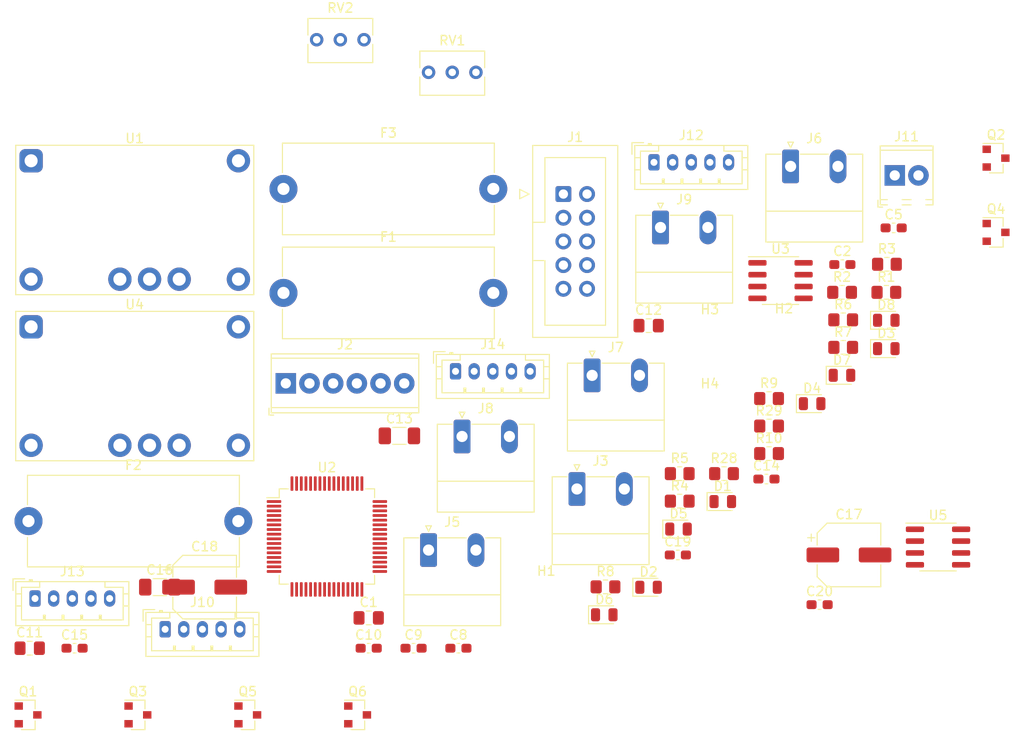
<source format=kicad_pcb>
(kicad_pcb (version 20171130) (host pcbnew 5.1.8-1.fc32)

  (general
    (thickness 1.6)
    (drawings 0)
    (tracks 0)
    (zones 0)
    (modules 69)
    (nets 100)
  )

  (page A4)
  (layers
    (0 F.Cu signal)
    (31 B.Cu signal)
    (32 B.Adhes user)
    (33 F.Adhes user)
    (34 B.Paste user)
    (35 F.Paste user)
    (36 B.SilkS user)
    (37 F.SilkS user)
    (38 B.Mask user)
    (39 F.Mask user)
    (40 Dwgs.User user)
    (41 Cmts.User user)
    (42 Eco1.User user)
    (43 Eco2.User user)
    (44 Edge.Cuts user)
    (45 Margin user)
    (46 B.CrtYd user)
    (47 F.CrtYd user)
    (48 B.Fab user)
    (49 F.Fab user)
  )

  (setup
    (last_trace_width 0.25)
    (trace_clearance 0.2)
    (zone_clearance 0.508)
    (zone_45_only no)
    (trace_min 0.2)
    (via_size 0.8)
    (via_drill 0.4)
    (via_min_size 0.4)
    (via_min_drill 0.3)
    (uvia_size 0.3)
    (uvia_drill 0.1)
    (uvias_allowed no)
    (uvia_min_size 0.2)
    (uvia_min_drill 0.1)
    (edge_width 0.05)
    (segment_width 0.2)
    (pcb_text_width 0.3)
    (pcb_text_size 1.5 1.5)
    (mod_edge_width 0.12)
    (mod_text_size 1 1)
    (mod_text_width 0.15)
    (pad_size 1.524 1.524)
    (pad_drill 0.762)
    (pad_to_mask_clearance 0)
    (aux_axis_origin 0 0)
    (visible_elements FFFFFF7F)
    (pcbplotparams
      (layerselection 0x010fc_ffffffff)
      (usegerberextensions false)
      (usegerberattributes true)
      (usegerberadvancedattributes true)
      (creategerberjobfile true)
      (excludeedgelayer true)
      (linewidth 0.100000)
      (plotframeref false)
      (viasonmask false)
      (mode 1)
      (useauxorigin false)
      (hpglpennumber 1)
      (hpglpenspeed 20)
      (hpglpendiameter 15.000000)
      (psnegative false)
      (psa4output false)
      (plotreference true)
      (plotvalue true)
      (plotinvisibletext false)
      (padsonsilk false)
      (subtractmaskfromsilk false)
      (outputformat 1)
      (mirror false)
      (drillshape 1)
      (scaleselection 1)
      (outputdirectory ""))
  )

  (net 0 "")
  (net 1 GND)
  (net 2 +3V3)
  (net 3 "Net-(C11-Pad1)")
  (net 4 "Net-(C12-Pad1)")
  (net 5 +BATT)
  (net 6 "Net-(C14-Pad1)")
  (net 7 +5V)
  (net 8 "Net-(C19-Pad1)")
  (net 9 "Net-(D1-Pad2)")
  (net 10 /AU_33)
  (net 11 "Net-(D2-Pad2)")
  (net 12 "Net-(D3-Pad2)")
  (net 13 /EN_T1_33)
  (net 14 "Net-(D4-Pad2)")
  (net 15 /EN_T2_33)
  (net 16 "Net-(D5-Pad2)")
  (net 17 /EN_T3_33)
  (net 18 "Net-(D6-Pad2)")
  (net 19 /EN_T4_33)
  (net 20 "Net-(D7-Pad2)")
  (net 21 /HEART_BEAT_33)
  (net 22 "Net-(D8-Pad1)")
  (net 23 /BAT_IN)
  (net 24 "Net-(F2-Pad2)")
  (net 25 /SCL_5)
  (net 26 /SCL_33)
  (net 27 "Net-(J1-Pad6)")
  (net 28 /SDA_5)
  (net 29 /SDA_33)
  (net 30 "Net-(J1-Pad5)")
  (net 31 "Net-(J3-Pad2)")
  (net 32 /ANA_T1_VOLT_5)
  (net 33 /ANA_T1_CURRENT_5)
  (net 34 /EN_T1_5)
  (net 35 /ANA_T2_VOLT_5)
  (net 36 /ANA_T2_CURRENT_5)
  (net 37 /EN_T2_5)
  (net 38 /ANA_T3_VOLT_5)
  (net 39 /ANA_T3_CURRENT_5)
  (net 40 /EN_T3_5)
  (net 41 /ANA_T4_VOLT_5)
  (net 42 /ANA_T4_CURRENT_5)
  (net 43 /EN_T4_5)
  (net 44 "Net-(R8-Pad2)")
  (net 45 /BOOT0)
  (net 46 /ANA_BAT_VOLT_5)
  (net 47 "Net-(RV1-Pad2)")
  (net 48 "Net-(RV2-Pad2)")
  (net 49 /VO_5)
  (net 50 "Net-(U1-Pad3)")
  (net 51 "Net-(U2-Pad62)")
  (net 52 "Net-(U2-Pad61)")
  (net 53 "Net-(U2-Pad57)")
  (net 54 "Net-(U2-Pad56)")
  (net 55 /SWO)
  (net 56 "Net-(U2-Pad54)")
  (net 57 "Net-(U2-Pad53)")
  (net 58 "Net-(U2-Pad52)")
  (net 59 "Net-(U2-Pad51)")
  (net 60 "Net-(U2-Pad50)")
  (net 61 /SWCLK)
  (net 62 /SWDIO)
  (net 63 "Net-(U2-Pad45)")
  (net 64 "Net-(U2-Pad44)")
  (net 65 "Net-(U2-Pad42)")
  (net 66 "Net-(U2-Pad40)")
  (net 67 "Net-(U2-Pad39)")
  (net 68 "Net-(U2-Pad38)")
  (net 69 "Net-(U2-Pad37)")
  (net 70 "Net-(U2-Pad30)")
  (net 71 "Net-(U2-Pad29)")
  (net 72 "Net-(U2-Pad28)")
  (net 73 /ANA_T3_VOLT_33)
  (net 74 /ANA_T3_CURRENT_33)
  (net 75 "Net-(U2-Pad25)")
  (net 76 "Net-(U2-Pad24)")
  (net 77 /ANA_T2_VOLT_33)
  (net 78 /ANA_T2_CURRENT_33)
  (net 79 /ANA_T1_VOLT_33)
  (net 80 /ANA_T1_CURRENT_33)
  (net 81 /ANA_5V_VOLT_33)
  (net 82 /ANA_5V_CURRENT_33)
  (net 83 /ANA_BAT_VOLT_33)
  (net 84 /ANA_BAT_CURRENT_33)
  (net 85 +3.3VA)
  (net 86 "Net-(U2-Pad11)")
  (net 87 "Net-(U2-Pad10)")
  (net 88 /ANA_T4_VOLT_33)
  (net 89 /ANA_T4_CURRENT_33)
  (net 90 /NRST)
  (net 91 /HSE_OUT)
  (net 92 /HSE_IN)
  (net 93 "Net-(U2-Pad4)")
  (net 94 "Net-(U2-Pad3)")
  (net 95 "Net-(U2-Pad2)")
  (net 96 /ANA_BAT_CURRENT_5)
  (net 97 "Net-(U4-Pad3)")
  (net 98 /ANA_5V_CURRENT_5)
  (net 99 "Net-(C18-Pad1)")

  (net_class Default "This is the default net class."
    (clearance 0.2)
    (trace_width 0.25)
    (via_dia 0.8)
    (via_drill 0.4)
    (uvia_dia 0.3)
    (uvia_drill 0.1)
    (add_net +3.3VA)
    (add_net +3V3)
    (add_net +5V)
    (add_net +BATT)
    (add_net /ANA_5V_CURRENT_33)
    (add_net /ANA_5V_CURRENT_5)
    (add_net /ANA_5V_VOLT_33)
    (add_net /ANA_BAT_CURRENT_33)
    (add_net /ANA_BAT_CURRENT_5)
    (add_net /ANA_BAT_VOLT_33)
    (add_net /ANA_BAT_VOLT_5)
    (add_net /ANA_T1_CURRENT_33)
    (add_net /ANA_T1_CURRENT_5)
    (add_net /ANA_T1_VOLT_33)
    (add_net /ANA_T1_VOLT_5)
    (add_net /ANA_T2_CURRENT_33)
    (add_net /ANA_T2_CURRENT_5)
    (add_net /ANA_T2_VOLT_33)
    (add_net /ANA_T2_VOLT_5)
    (add_net /ANA_T3_CURRENT_33)
    (add_net /ANA_T3_CURRENT_5)
    (add_net /ANA_T3_VOLT_33)
    (add_net /ANA_T3_VOLT_5)
    (add_net /ANA_T4_CURRENT_33)
    (add_net /ANA_T4_CURRENT_5)
    (add_net /ANA_T4_VOLT_33)
    (add_net /ANA_T4_VOLT_5)
    (add_net /AU_33)
    (add_net /BAT_IN)
    (add_net /BOOT0)
    (add_net /EN_T1_33)
    (add_net /EN_T1_5)
    (add_net /EN_T2_33)
    (add_net /EN_T2_5)
    (add_net /EN_T3_33)
    (add_net /EN_T3_5)
    (add_net /EN_T4_33)
    (add_net /EN_T4_5)
    (add_net /HEART_BEAT_33)
    (add_net /HSE_IN)
    (add_net /HSE_OUT)
    (add_net /NRST)
    (add_net /SCL_33)
    (add_net /SCL_5)
    (add_net /SDA_33)
    (add_net /SDA_5)
    (add_net /SWCLK)
    (add_net /SWDIO)
    (add_net /SWO)
    (add_net /VO_5)
    (add_net GND)
    (add_net "Net-(C11-Pad1)")
    (add_net "Net-(C12-Pad1)")
    (add_net "Net-(C14-Pad1)")
    (add_net "Net-(C18-Pad1)")
    (add_net "Net-(C19-Pad1)")
    (add_net "Net-(D1-Pad2)")
    (add_net "Net-(D2-Pad2)")
    (add_net "Net-(D3-Pad2)")
    (add_net "Net-(D4-Pad2)")
    (add_net "Net-(D5-Pad2)")
    (add_net "Net-(D6-Pad2)")
    (add_net "Net-(D7-Pad2)")
    (add_net "Net-(D8-Pad1)")
    (add_net "Net-(F2-Pad2)")
    (add_net "Net-(J1-Pad5)")
    (add_net "Net-(J1-Pad6)")
    (add_net "Net-(J3-Pad2)")
    (add_net "Net-(R8-Pad2)")
    (add_net "Net-(RV1-Pad2)")
    (add_net "Net-(RV2-Pad2)")
    (add_net "Net-(U1-Pad3)")
    (add_net "Net-(U2-Pad10)")
    (add_net "Net-(U2-Pad11)")
    (add_net "Net-(U2-Pad2)")
    (add_net "Net-(U2-Pad24)")
    (add_net "Net-(U2-Pad25)")
    (add_net "Net-(U2-Pad28)")
    (add_net "Net-(U2-Pad29)")
    (add_net "Net-(U2-Pad3)")
    (add_net "Net-(U2-Pad30)")
    (add_net "Net-(U2-Pad37)")
    (add_net "Net-(U2-Pad38)")
    (add_net "Net-(U2-Pad39)")
    (add_net "Net-(U2-Pad4)")
    (add_net "Net-(U2-Pad40)")
    (add_net "Net-(U2-Pad42)")
    (add_net "Net-(U2-Pad44)")
    (add_net "Net-(U2-Pad45)")
    (add_net "Net-(U2-Pad50)")
    (add_net "Net-(U2-Pad51)")
    (add_net "Net-(U2-Pad52)")
    (add_net "Net-(U2-Pad53)")
    (add_net "Net-(U2-Pad54)")
    (add_net "Net-(U2-Pad56)")
    (add_net "Net-(U2-Pad57)")
    (add_net "Net-(U2-Pad61)")
    (add_net "Net-(U2-Pad62)")
    (add_net "Net-(U4-Pad3)")
  )

  (module Package_SO:SOIC-8_3.9x4.9mm_P1.27mm (layer F.Cu) (tedit 5D9F72B1) (tstamp 5FC6EA8C)
    (at 193.05 111.4)
    (descr "SOIC, 8 Pin (JEDEC MS-012AA, https://www.analog.com/media/en/package-pcb-resources/package/pkg_pdf/soic_narrow-r/r_8.pdf), generated with kicad-footprint-generator ipc_gullwing_generator.py")
    (tags "SOIC SO")
    (path /5FCD64E0)
    (attr smd)
    (fp_text reference U5 (at 0 -3.4) (layer F.SilkS)
      (effects (font (size 1 1) (thickness 0.15)))
    )
    (fp_text value ACS712xLCTR-20A (at 0 3.4) (layer F.Fab)
      (effects (font (size 1 1) (thickness 0.15)))
    )
    (fp_line (start 3.7 -2.7) (end -3.7 -2.7) (layer F.CrtYd) (width 0.05))
    (fp_line (start 3.7 2.7) (end 3.7 -2.7) (layer F.CrtYd) (width 0.05))
    (fp_line (start -3.7 2.7) (end 3.7 2.7) (layer F.CrtYd) (width 0.05))
    (fp_line (start -3.7 -2.7) (end -3.7 2.7) (layer F.CrtYd) (width 0.05))
    (fp_line (start -1.95 -1.475) (end -0.975 -2.45) (layer F.Fab) (width 0.1))
    (fp_line (start -1.95 2.45) (end -1.95 -1.475) (layer F.Fab) (width 0.1))
    (fp_line (start 1.95 2.45) (end -1.95 2.45) (layer F.Fab) (width 0.1))
    (fp_line (start 1.95 -2.45) (end 1.95 2.45) (layer F.Fab) (width 0.1))
    (fp_line (start -0.975 -2.45) (end 1.95 -2.45) (layer F.Fab) (width 0.1))
    (fp_line (start 0 -2.56) (end -3.45 -2.56) (layer F.SilkS) (width 0.12))
    (fp_line (start 0 -2.56) (end 1.95 -2.56) (layer F.SilkS) (width 0.12))
    (fp_line (start 0 2.56) (end -1.95 2.56) (layer F.SilkS) (width 0.12))
    (fp_line (start 0 2.56) (end 1.95 2.56) (layer F.SilkS) (width 0.12))
    (fp_text user %R (at 0 0) (layer F.Fab)
      (effects (font (size 0.98 0.98) (thickness 0.15)))
    )
    (pad 8 smd roundrect (at 2.475 -1.905) (size 1.95 0.6) (layers F.Cu F.Paste F.Mask) (roundrect_rratio 0.25)
      (net 7 +5V))
    (pad 7 smd roundrect (at 2.475 -0.635) (size 1.95 0.6) (layers F.Cu F.Paste F.Mask) (roundrect_rratio 0.25)
      (net 98 /ANA_5V_CURRENT_5))
    (pad 6 smd roundrect (at 2.475 0.635) (size 1.95 0.6) (layers F.Cu F.Paste F.Mask) (roundrect_rratio 0.25)
      (net 8 "Net-(C19-Pad1)"))
    (pad 5 smd roundrect (at 2.475 1.905) (size 1.95 0.6) (layers F.Cu F.Paste F.Mask) (roundrect_rratio 0.25)
      (net 1 GND))
    (pad 4 smd roundrect (at -2.475 1.905) (size 1.95 0.6) (layers F.Cu F.Paste F.Mask) (roundrect_rratio 0.25)
      (net 24 "Net-(F2-Pad2)"))
    (pad 3 smd roundrect (at -2.475 0.635) (size 1.95 0.6) (layers F.Cu F.Paste F.Mask) (roundrect_rratio 0.25)
      (net 24 "Net-(F2-Pad2)"))
    (pad 2 smd roundrect (at -2.475 -0.635) (size 1.95 0.6) (layers F.Cu F.Paste F.Mask) (roundrect_rratio 0.25)
      (net 49 /VO_5))
    (pad 1 smd roundrect (at -2.475 -1.905) (size 1.95 0.6) (layers F.Cu F.Paste F.Mask) (roundrect_rratio 0.25)
      (net 49 /VO_5))
    (model ${KISYS3DMOD}/Package_SO.3dshapes/SOIC-8_3.9x4.9mm_P1.27mm.wrl
      (at (xyz 0 0 0))
      (scale (xyz 1 1 1))
      (rotate (xyz 0 0 0))
    )
  )

  (module ARIG:Texas_EUW_R-PDSS-T7_THT (layer F.Cu) (tedit 5FBE6244) (tstamp 5FC5A5BB)
    (at 95.8 87.79)
    (descr "Texas Instruments EUW 7 Pin Double Sided Module")
    (tags "module pcb")
    (path /5FCDEF3A)
    (fp_text reference U4 (at 11.1 -2.4) (layer F.SilkS)
      (effects (font (size 1 1) (thickness 0.15)))
    )
    (fp_text value PTN78060W_EUW-7 (at 11.1 15.6) (layer F.Fab)
      (effects (font (size 1 1) (thickness 0.15)))
    )
    (fp_line (start 23.75 14.23) (end 23.75 -1.53) (layer F.Fab) (width 0.1))
    (fp_line (start -1.52 14.23) (end 23.75 14.23) (layer F.Fab) (width 0.1))
    (fp_line (start 24.26 14.73) (end -2.03 14.73) (layer F.CrtYd) (width 0.05))
    (fp_line (start -1.65 14.36) (end 23.88 14.36) (layer F.SilkS) (width 0.12))
    (fp_line (start -1.65 -1.66) (end -1.65 14.36) (layer F.SilkS) (width 0.12))
    (fp_line (start 23.88 -1.66) (end 23.88 14.36) (layer F.SilkS) (width 0.12))
    (fp_line (start -1.65 -1.66) (end 23.88 -1.66) (layer F.SilkS) (width 0.12))
    (fp_line (start -1.52 14.23) (end -1.52 -1.53) (layer F.Fab) (width 0.1))
    (fp_line (start 23.75 -1.53) (end -1.52 -1.53) (layer F.Fab) (width 0.1))
    (fp_line (start -2.03 14.73) (end -2.03 -2.03) (layer F.CrtYd) (width 0.05))
    (fp_line (start 24.26 -2.03) (end -2.03 -2.03) (layer F.CrtYd) (width 0.05))
    (fp_line (start 24.26 -2.03) (end 24.26 14.73) (layer F.CrtYd) (width 0.05))
    (fp_text user %R (at 11.1 6.3) (layer F.Fab)
      (effects (font (size 1 1) (thickness 0.15)))
    )
    (pad 7 thru_hole circle (at 22.23 0) (size 2.5 2.5) (drill 1.4) (layers *.Cu *.Mask)
      (net 1 GND))
    (pad 6 thru_hole circle (at 22.23 12.7) (size 2.5 2.5) (drill 1.4) (layers *.Cu *.Mask)
      (net 99 "Net-(C18-Pad1)"))
    (pad 5 thru_hole circle (at 15.88 12.7) (size 2.5 2.5) (drill 1.4) (layers *.Cu *.Mask)
      (net 99 "Net-(C18-Pad1)"))
    (pad 4 thru_hole circle (at 12.7 12.7) (size 2.5 2.5) (drill 1.4) (layers *.Cu *.Mask)
      (net 48 "Net-(RV2-Pad2)"))
    (pad 1 thru_hole roundrect (at 0 0) (size 2.5 2.5) (drill 1.4) (layers *.Cu *.Mask) (roundrect_rratio 0.25)
      (net 1 GND))
    (pad 2 thru_hole circle (at 0 12.7) (size 2.5 2.5) (drill 1.4) (layers *.Cu *.Mask)
      (net 5 +BATT))
    (pad 3 thru_hole circle (at 9.52 12.7) (size 2.5 2.5) (drill 1.4) (layers *.Cu *.Mask)
      (net 97 "Net-(U4-Pad3)"))
    (model ${KISYS3DMOD}/Module.3dshapes/Texas_EUW_R-PDSS-T7_THT.wrl
      (at (xyz 0 0 0))
      (scale (xyz 1 1 1))
      (rotate (xyz 0 0 0))
    )
    (model ${ARIG_WORKSPACE}/electronique/kicad-projects/kicad-arig-footprints.pretty/packages3d/PTN78060WAD_Parts.STEP
      (offset (xyz 11 -6.5 2))
      (scale (xyz 1 1 1))
      (rotate (xyz -90 0 0))
    )
  )

  (module ARIG:Texas_EUW_R-PDSS-T7_THT (layer F.Cu) (tedit 5FBE6244) (tstamp 5FC5A51E)
    (at 95.8 69.98)
    (descr "Texas Instruments EUW 7 Pin Double Sided Module")
    (tags "module pcb")
    (path /5FDEFB40)
    (fp_text reference U1 (at 11.1 -2.4) (layer F.SilkS)
      (effects (font (size 1 1) (thickness 0.15)))
    )
    (fp_text value PTN78060W_EUW-7 (at 11.1 15.6) (layer F.Fab)
      (effects (font (size 1 1) (thickness 0.15)))
    )
    (fp_line (start 23.75 14.23) (end 23.75 -1.53) (layer F.Fab) (width 0.1))
    (fp_line (start -1.52 14.23) (end 23.75 14.23) (layer F.Fab) (width 0.1))
    (fp_line (start 24.26 14.73) (end -2.03 14.73) (layer F.CrtYd) (width 0.05))
    (fp_line (start -1.65 14.36) (end 23.88 14.36) (layer F.SilkS) (width 0.12))
    (fp_line (start -1.65 -1.66) (end -1.65 14.36) (layer F.SilkS) (width 0.12))
    (fp_line (start 23.88 -1.66) (end 23.88 14.36) (layer F.SilkS) (width 0.12))
    (fp_line (start -1.65 -1.66) (end 23.88 -1.66) (layer F.SilkS) (width 0.12))
    (fp_line (start -1.52 14.23) (end -1.52 -1.53) (layer F.Fab) (width 0.1))
    (fp_line (start 23.75 -1.53) (end -1.52 -1.53) (layer F.Fab) (width 0.1))
    (fp_line (start -2.03 14.73) (end -2.03 -2.03) (layer F.CrtYd) (width 0.05))
    (fp_line (start 24.26 -2.03) (end -2.03 -2.03) (layer F.CrtYd) (width 0.05))
    (fp_line (start 24.26 -2.03) (end 24.26 14.73) (layer F.CrtYd) (width 0.05))
    (fp_text user %R (at 11.1 6.3) (layer F.Fab)
      (effects (font (size 1 1) (thickness 0.15)))
    )
    (pad 7 thru_hole circle (at 22.23 0) (size 2.5 2.5) (drill 1.4) (layers *.Cu *.Mask)
      (net 1 GND))
    (pad 6 thru_hole circle (at 22.23 12.7) (size 2.5 2.5) (drill 1.4) (layers *.Cu *.Mask)
      (net 49 /VO_5))
    (pad 5 thru_hole circle (at 15.88 12.7) (size 2.5 2.5) (drill 1.4) (layers *.Cu *.Mask)
      (net 49 /VO_5))
    (pad 4 thru_hole circle (at 12.7 12.7) (size 2.5 2.5) (drill 1.4) (layers *.Cu *.Mask)
      (net 47 "Net-(RV1-Pad2)"))
    (pad 1 thru_hole roundrect (at 0 0) (size 2.5 2.5) (drill 1.4) (layers *.Cu *.Mask) (roundrect_rratio 0.25)
      (net 1 GND))
    (pad 2 thru_hole circle (at 0 12.7) (size 2.5 2.5) (drill 1.4) (layers *.Cu *.Mask)
      (net 5 +BATT))
    (pad 3 thru_hole circle (at 9.52 12.7) (size 2.5 2.5) (drill 1.4) (layers *.Cu *.Mask)
      (net 50 "Net-(U1-Pad3)"))
    (model ${KISYS3DMOD}/Module.3dshapes/Texas_EUW_R-PDSS-T7_THT.wrl
      (at (xyz 0 0 0))
      (scale (xyz 1 1 1))
      (rotate (xyz 0 0 0))
    )
    (model ${ARIG_WORKSPACE}/electronique/kicad-projects/kicad-arig-footprints.pretty/packages3d/PTN78060WAD_Parts.STEP
      (offset (xyz 11 -6.5 2))
      (scale (xyz 1 1 1))
      (rotate (xyz -90 0 0))
    )
  )

  (module Potentiometer_THT:Potentiometer_Bourns_3266Y_Vertical (layer F.Cu) (tedit 5A3D4994) (tstamp 5FC5A506)
    (at 131.5 57)
    (descr "Potentiometer, vertical, Bourns 3266Y, https://www.bourns.com/docs/Product-Datasheets/3266.pdf")
    (tags "Potentiometer vertical Bourns 3266Y")
    (path /5FCE7969)
    (fp_text reference RV2 (at -2.54 -3.41) (layer F.SilkS)
      (effects (font (size 1 1) (thickness 0.15)))
    )
    (fp_text value 1M (at -2.54 3.59) (layer F.Fab)
      (effects (font (size 1 1) (thickness 0.15)))
    )
    (fp_line (start 1.1 -2.45) (end -6.15 -2.45) (layer F.CrtYd) (width 0.05))
    (fp_line (start 1.1 2.6) (end 1.1 -2.45) (layer F.CrtYd) (width 0.05))
    (fp_line (start -6.15 2.6) (end 1.1 2.6) (layer F.CrtYd) (width 0.05))
    (fp_line (start -6.15 -2.45) (end -6.15 2.6) (layer F.CrtYd) (width 0.05))
    (fp_line (start 0.935 0.496) (end 0.935 2.46) (layer F.SilkS) (width 0.12))
    (fp_line (start 0.935 -2.28) (end 0.935 -0.494) (layer F.SilkS) (width 0.12))
    (fp_line (start -6.015 0.496) (end -6.015 2.46) (layer F.SilkS) (width 0.12))
    (fp_line (start -6.015 -2.28) (end -6.015 -0.494) (layer F.SilkS) (width 0.12))
    (fp_line (start -6.015 2.46) (end 0.935 2.46) (layer F.SilkS) (width 0.12))
    (fp_line (start -6.015 -2.28) (end 0.935 -2.28) (layer F.SilkS) (width 0.12))
    (fp_line (start -0.405 1.952) (end -0.404 0.189) (layer F.Fab) (width 0.1))
    (fp_line (start -0.405 1.952) (end -0.404 0.189) (layer F.Fab) (width 0.1))
    (fp_line (start 0.815 -2.16) (end -5.895 -2.16) (layer F.Fab) (width 0.1))
    (fp_line (start 0.815 2.34) (end 0.815 -2.16) (layer F.Fab) (width 0.1))
    (fp_line (start -5.895 2.34) (end 0.815 2.34) (layer F.Fab) (width 0.1))
    (fp_line (start -5.895 -2.16) (end -5.895 2.34) (layer F.Fab) (width 0.1))
    (fp_circle (center -0.405 1.07) (end 0.485 1.07) (layer F.Fab) (width 0.1))
    (fp_text user %R (at -3.15 0.09) (layer F.Fab)
      (effects (font (size 0.92 0.92) (thickness 0.15)))
    )
    (pad 3 thru_hole circle (at -5.08 0) (size 1.44 1.44) (drill 0.8) (layers *.Cu *.Mask)
      (net 1 GND))
    (pad 2 thru_hole circle (at -2.54 0) (size 1.44 1.44) (drill 0.8) (layers *.Cu *.Mask)
      (net 48 "Net-(RV2-Pad2)"))
    (pad 1 thru_hole circle (at 0 0) (size 1.44 1.44) (drill 0.8) (layers *.Cu *.Mask)
      (net 5 +BATT))
    (model ${KISYS3DMOD}/Potentiometer_THT.3dshapes/Potentiometer_Bourns_3266Y_Vertical.wrl
      (at (xyz 0 0 0))
      (scale (xyz 1 1 1))
      (rotate (xyz 0 0 0))
    )
  )

  (module Potentiometer_THT:Potentiometer_Bourns_3266Y_Vertical (layer F.Cu) (tedit 5A3D4994) (tstamp 5FC5A4EB)
    (at 143.5 60.5)
    (descr "Potentiometer, vertical, Bourns 3266Y, https://www.bourns.com/docs/Product-Datasheets/3266.pdf")
    (tags "Potentiometer vertical Bourns 3266Y")
    (path /5FDADE90)
    (fp_text reference RV1 (at -2.54 -3.41) (layer F.SilkS)
      (effects (font (size 1 1) (thickness 0.15)))
    )
    (fp_text value 1M (at -2.54 3.59) (layer F.Fab)
      (effects (font (size 1 1) (thickness 0.15)))
    )
    (fp_line (start 1.1 -2.45) (end -6.15 -2.45) (layer F.CrtYd) (width 0.05))
    (fp_line (start 1.1 2.6) (end 1.1 -2.45) (layer F.CrtYd) (width 0.05))
    (fp_line (start -6.15 2.6) (end 1.1 2.6) (layer F.CrtYd) (width 0.05))
    (fp_line (start -6.15 -2.45) (end -6.15 2.6) (layer F.CrtYd) (width 0.05))
    (fp_line (start 0.935 0.496) (end 0.935 2.46) (layer F.SilkS) (width 0.12))
    (fp_line (start 0.935 -2.28) (end 0.935 -0.494) (layer F.SilkS) (width 0.12))
    (fp_line (start -6.015 0.496) (end -6.015 2.46) (layer F.SilkS) (width 0.12))
    (fp_line (start -6.015 -2.28) (end -6.015 -0.494) (layer F.SilkS) (width 0.12))
    (fp_line (start -6.015 2.46) (end 0.935 2.46) (layer F.SilkS) (width 0.12))
    (fp_line (start -6.015 -2.28) (end 0.935 -2.28) (layer F.SilkS) (width 0.12))
    (fp_line (start -0.405 1.952) (end -0.404 0.189) (layer F.Fab) (width 0.1))
    (fp_line (start -0.405 1.952) (end -0.404 0.189) (layer F.Fab) (width 0.1))
    (fp_line (start 0.815 -2.16) (end -5.895 -2.16) (layer F.Fab) (width 0.1))
    (fp_line (start 0.815 2.34) (end 0.815 -2.16) (layer F.Fab) (width 0.1))
    (fp_line (start -5.895 2.34) (end 0.815 2.34) (layer F.Fab) (width 0.1))
    (fp_line (start -5.895 -2.16) (end -5.895 2.34) (layer F.Fab) (width 0.1))
    (fp_circle (center -0.405 1.07) (end 0.485 1.07) (layer F.Fab) (width 0.1))
    (fp_text user %R (at -3.15 0.09) (layer F.Fab)
      (effects (font (size 0.92 0.92) (thickness 0.15)))
    )
    (pad 3 thru_hole circle (at -5.08 0) (size 1.44 1.44) (drill 0.8) (layers *.Cu *.Mask)
      (net 1 GND))
    (pad 2 thru_hole circle (at -2.54 0) (size 1.44 1.44) (drill 0.8) (layers *.Cu *.Mask)
      (net 47 "Net-(RV1-Pad2)"))
    (pad 1 thru_hole circle (at 0 0) (size 1.44 1.44) (drill 0.8) (layers *.Cu *.Mask)
      (net 5 +BATT))
    (model ${KISYS3DMOD}/Potentiometer_THT.3dshapes/Potentiometer_Bourns_3266Y_Vertical.wrl
      (at (xyz 0 0 0))
      (scale (xyz 1 1 1))
      (rotate (xyz 0 0 0))
    )
  )

  (module Capacitor_SMD:C_0603_1608Metric_Pad1.08x0.95mm_HandSolder (layer F.Cu) (tedit 5F68FEEF) (tstamp 5FC6E0CC)
    (at 180.35 117.58)
    (descr "Capacitor SMD 0603 (1608 Metric), square (rectangular) end terminal, IPC_7351 nominal with elongated pad for handsoldering. (Body size source: IPC-SM-782 page 76, https://www.pcb-3d.com/wordpress/wp-content/uploads/ipc-sm-782a_amendment_1_and_2.pdf), generated with kicad-footprint-generator")
    (tags "capacitor handsolder")
    (path /5FC94B59)
    (attr smd)
    (fp_text reference C20 (at 0 -1.43) (layer F.SilkS)
      (effects (font (size 1 1) (thickness 0.15)))
    )
    (fp_text value 100n (at 0 1.43) (layer F.Fab)
      (effects (font (size 1 1) (thickness 0.15)))
    )
    (fp_line (start 1.65 0.73) (end -1.65 0.73) (layer F.CrtYd) (width 0.05))
    (fp_line (start 1.65 -0.73) (end 1.65 0.73) (layer F.CrtYd) (width 0.05))
    (fp_line (start -1.65 -0.73) (end 1.65 -0.73) (layer F.CrtYd) (width 0.05))
    (fp_line (start -1.65 0.73) (end -1.65 -0.73) (layer F.CrtYd) (width 0.05))
    (fp_line (start -0.146267 0.51) (end 0.146267 0.51) (layer F.SilkS) (width 0.12))
    (fp_line (start -0.146267 -0.51) (end 0.146267 -0.51) (layer F.SilkS) (width 0.12))
    (fp_line (start 0.8 0.4) (end -0.8 0.4) (layer F.Fab) (width 0.1))
    (fp_line (start 0.8 -0.4) (end 0.8 0.4) (layer F.Fab) (width 0.1))
    (fp_line (start -0.8 -0.4) (end 0.8 -0.4) (layer F.Fab) (width 0.1))
    (fp_line (start -0.8 0.4) (end -0.8 -0.4) (layer F.Fab) (width 0.1))
    (fp_text user %R (at 0 0) (layer F.Fab)
      (effects (font (size 0.4 0.4) (thickness 0.06)))
    )
    (pad 2 smd roundrect (at 0.8625 0) (size 1.075 0.95) (layers F.Cu F.Paste F.Mask) (roundrect_rratio 0.25)
      (net 7 +5V))
    (pad 1 smd roundrect (at -0.8625 0) (size 1.075 0.95) (layers F.Cu F.Paste F.Mask) (roundrect_rratio 0.25)
      (net 1 GND))
    (model ${KISYS3DMOD}/Capacitor_SMD.3dshapes/C_0603_1608Metric.wrl
      (at (xyz 0 0 0))
      (scale (xyz 1 1 1))
      (rotate (xyz 0 0 0))
    )
  )

  (module Capacitor_SMD:CP_Elec_6.3x5.4 (layer F.Cu) (tedit 5BCA39D0) (tstamp 5FC5A070)
    (at 114.41 115.7)
    (descr "SMD capacitor, aluminum electrolytic, Panasonic C55, 6.3x5.4mm")
    (tags "capacitor electrolytic")
    (path /5FCED70C)
    (attr smd)
    (fp_text reference C18 (at 0 -4.35) (layer F.SilkS)
      (effects (font (size 1 1) (thickness 0.15)))
    )
    (fp_text value 100u (at 0 4.35) (layer F.Fab)
      (effects (font (size 1 1) (thickness 0.15)))
    )
    (fp_line (start -4.8 1.05) (end -3.55 1.05) (layer F.CrtYd) (width 0.05))
    (fp_line (start -4.8 -1.05) (end -4.8 1.05) (layer F.CrtYd) (width 0.05))
    (fp_line (start -3.55 -1.05) (end -4.8 -1.05) (layer F.CrtYd) (width 0.05))
    (fp_line (start -3.55 1.05) (end -3.55 2.4) (layer F.CrtYd) (width 0.05))
    (fp_line (start -3.55 -2.4) (end -3.55 -1.05) (layer F.CrtYd) (width 0.05))
    (fp_line (start -3.55 -2.4) (end -2.4 -3.55) (layer F.CrtYd) (width 0.05))
    (fp_line (start -3.55 2.4) (end -2.4 3.55) (layer F.CrtYd) (width 0.05))
    (fp_line (start -2.4 -3.55) (end 3.55 -3.55) (layer F.CrtYd) (width 0.05))
    (fp_line (start -2.4 3.55) (end 3.55 3.55) (layer F.CrtYd) (width 0.05))
    (fp_line (start 3.55 1.05) (end 3.55 3.55) (layer F.CrtYd) (width 0.05))
    (fp_line (start 4.8 1.05) (end 3.55 1.05) (layer F.CrtYd) (width 0.05))
    (fp_line (start 4.8 -1.05) (end 4.8 1.05) (layer F.CrtYd) (width 0.05))
    (fp_line (start 3.55 -1.05) (end 4.8 -1.05) (layer F.CrtYd) (width 0.05))
    (fp_line (start 3.55 -3.55) (end 3.55 -1.05) (layer F.CrtYd) (width 0.05))
    (fp_line (start -4.04375 -2.24125) (end -4.04375 -1.45375) (layer F.SilkS) (width 0.12))
    (fp_line (start -4.4375 -1.8475) (end -3.65 -1.8475) (layer F.SilkS) (width 0.12))
    (fp_line (start -3.41 2.345563) (end -2.345563 3.41) (layer F.SilkS) (width 0.12))
    (fp_line (start -3.41 -2.345563) (end -2.345563 -3.41) (layer F.SilkS) (width 0.12))
    (fp_line (start -3.41 -2.345563) (end -3.41 -1.06) (layer F.SilkS) (width 0.12))
    (fp_line (start -3.41 2.345563) (end -3.41 1.06) (layer F.SilkS) (width 0.12))
    (fp_line (start -2.345563 3.41) (end 3.41 3.41) (layer F.SilkS) (width 0.12))
    (fp_line (start -2.345563 -3.41) (end 3.41 -3.41) (layer F.SilkS) (width 0.12))
    (fp_line (start 3.41 -3.41) (end 3.41 -1.06) (layer F.SilkS) (width 0.12))
    (fp_line (start 3.41 3.41) (end 3.41 1.06) (layer F.SilkS) (width 0.12))
    (fp_line (start -2.389838 -1.645) (end -2.389838 -1.015) (layer F.Fab) (width 0.1))
    (fp_line (start -2.704838 -1.33) (end -2.074838 -1.33) (layer F.Fab) (width 0.1))
    (fp_line (start -3.3 2.3) (end -2.3 3.3) (layer F.Fab) (width 0.1))
    (fp_line (start -3.3 -2.3) (end -2.3 -3.3) (layer F.Fab) (width 0.1))
    (fp_line (start -3.3 -2.3) (end -3.3 2.3) (layer F.Fab) (width 0.1))
    (fp_line (start -2.3 3.3) (end 3.3 3.3) (layer F.Fab) (width 0.1))
    (fp_line (start -2.3 -3.3) (end 3.3 -3.3) (layer F.Fab) (width 0.1))
    (fp_line (start 3.3 -3.3) (end 3.3 3.3) (layer F.Fab) (width 0.1))
    (fp_circle (center 0 0) (end 3.15 0) (layer F.Fab) (width 0.1))
    (fp_text user %R (at 0 0) (layer F.Fab)
      (effects (font (size 1 1) (thickness 0.15)))
    )
    (pad 2 smd roundrect (at 2.8 0) (size 3.5 1.6) (layers F.Cu F.Paste F.Mask) (roundrect_rratio 0.15625)
      (net 1 GND))
    (pad 1 smd roundrect (at -2.8 0) (size 3.5 1.6) (layers F.Cu F.Paste F.Mask) (roundrect_rratio 0.15625)
      (net 99 "Net-(C18-Pad1)"))
    (model ${KISYS3DMOD}/Capacitor_SMD.3dshapes/CP_Elec_6.3x5.4.wrl
      (at (xyz 0 0 0))
      (scale (xyz 1 1 1))
      (rotate (xyz 0 0 0))
    )
  )

  (module Capacitor_SMD:CP_Elec_6.3x5.4 (layer F.Cu) (tedit 5BCA39D0) (tstamp 5FC6E074)
    (at 183.5 112.25)
    (descr "SMD capacitor, aluminum electrolytic, Panasonic C55, 6.3x5.4mm")
    (tags "capacitor electrolytic")
    (path /5FD9546C)
    (attr smd)
    (fp_text reference C17 (at 0 -4.35) (layer F.SilkS)
      (effects (font (size 1 1) (thickness 0.15)))
    )
    (fp_text value 100u (at 0 4.35) (layer F.Fab)
      (effects (font (size 1 1) (thickness 0.15)))
    )
    (fp_line (start -4.8 1.05) (end -3.55 1.05) (layer F.CrtYd) (width 0.05))
    (fp_line (start -4.8 -1.05) (end -4.8 1.05) (layer F.CrtYd) (width 0.05))
    (fp_line (start -3.55 -1.05) (end -4.8 -1.05) (layer F.CrtYd) (width 0.05))
    (fp_line (start -3.55 1.05) (end -3.55 2.4) (layer F.CrtYd) (width 0.05))
    (fp_line (start -3.55 -2.4) (end -3.55 -1.05) (layer F.CrtYd) (width 0.05))
    (fp_line (start -3.55 -2.4) (end -2.4 -3.55) (layer F.CrtYd) (width 0.05))
    (fp_line (start -3.55 2.4) (end -2.4 3.55) (layer F.CrtYd) (width 0.05))
    (fp_line (start -2.4 -3.55) (end 3.55 -3.55) (layer F.CrtYd) (width 0.05))
    (fp_line (start -2.4 3.55) (end 3.55 3.55) (layer F.CrtYd) (width 0.05))
    (fp_line (start 3.55 1.05) (end 3.55 3.55) (layer F.CrtYd) (width 0.05))
    (fp_line (start 4.8 1.05) (end 3.55 1.05) (layer F.CrtYd) (width 0.05))
    (fp_line (start 4.8 -1.05) (end 4.8 1.05) (layer F.CrtYd) (width 0.05))
    (fp_line (start 3.55 -1.05) (end 4.8 -1.05) (layer F.CrtYd) (width 0.05))
    (fp_line (start 3.55 -3.55) (end 3.55 -1.05) (layer F.CrtYd) (width 0.05))
    (fp_line (start -4.04375 -2.24125) (end -4.04375 -1.45375) (layer F.SilkS) (width 0.12))
    (fp_line (start -4.4375 -1.8475) (end -3.65 -1.8475) (layer F.SilkS) (width 0.12))
    (fp_line (start -3.41 2.345563) (end -2.345563 3.41) (layer F.SilkS) (width 0.12))
    (fp_line (start -3.41 -2.345563) (end -2.345563 -3.41) (layer F.SilkS) (width 0.12))
    (fp_line (start -3.41 -2.345563) (end -3.41 -1.06) (layer F.SilkS) (width 0.12))
    (fp_line (start -3.41 2.345563) (end -3.41 1.06) (layer F.SilkS) (width 0.12))
    (fp_line (start -2.345563 3.41) (end 3.41 3.41) (layer F.SilkS) (width 0.12))
    (fp_line (start -2.345563 -3.41) (end 3.41 -3.41) (layer F.SilkS) (width 0.12))
    (fp_line (start 3.41 -3.41) (end 3.41 -1.06) (layer F.SilkS) (width 0.12))
    (fp_line (start 3.41 3.41) (end 3.41 1.06) (layer F.SilkS) (width 0.12))
    (fp_line (start -2.389838 -1.645) (end -2.389838 -1.015) (layer F.Fab) (width 0.1))
    (fp_line (start -2.704838 -1.33) (end -2.074838 -1.33) (layer F.Fab) (width 0.1))
    (fp_line (start -3.3 2.3) (end -2.3 3.3) (layer F.Fab) (width 0.1))
    (fp_line (start -3.3 -2.3) (end -2.3 -3.3) (layer F.Fab) (width 0.1))
    (fp_line (start -3.3 -2.3) (end -3.3 2.3) (layer F.Fab) (width 0.1))
    (fp_line (start -2.3 3.3) (end 3.3 3.3) (layer F.Fab) (width 0.1))
    (fp_line (start -2.3 -3.3) (end 3.3 -3.3) (layer F.Fab) (width 0.1))
    (fp_line (start 3.3 -3.3) (end 3.3 3.3) (layer F.Fab) (width 0.1))
    (fp_circle (center 0 0) (end 3.15 0) (layer F.Fab) (width 0.1))
    (fp_text user %R (at 0 0) (layer F.Fab)
      (effects (font (size 1 1) (thickness 0.15)))
    )
    (pad 2 smd roundrect (at 2.8 0) (size 3.5 1.6) (layers F.Cu F.Paste F.Mask) (roundrect_rratio 0.15625)
      (net 1 GND))
    (pad 1 smd roundrect (at -2.8 0) (size 3.5 1.6) (layers F.Cu F.Paste F.Mask) (roundrect_rratio 0.15625)
      (net 49 /VO_5))
    (model ${KISYS3DMOD}/Capacitor_SMD.3dshapes/CP_Elec_6.3x5.4.wrl
      (at (xyz 0 0 0))
      (scale (xyz 1 1 1))
      (rotate (xyz 0 0 0))
    )
  )

  (module Capacitor_SMD:C_1206_3216Metric_Pad1.33x1.80mm_HandSolder (layer F.Cu) (tedit 5F68FEEF) (tstamp 5FC5A05F)
    (at 109.6 115.7)
    (descr "Capacitor SMD 1206 (3216 Metric), square (rectangular) end terminal, IPC_7351 nominal with elongated pad for handsoldering. (Body size source: IPC-SM-782 page 76, https://www.pcb-3d.com/wordpress/wp-content/uploads/ipc-sm-782a_amendment_1_and_2.pdf), generated with kicad-footprint-generator")
    (tags "capacitor handsolder")
    (path /5FDA0AFA)
    (attr smd)
    (fp_text reference C16 (at 0 -1.85) (layer F.SilkS)
      (effects (font (size 1 1) (thickness 0.15)))
    )
    (fp_text value 2.2u (at 0 1.85) (layer F.Fab)
      (effects (font (size 1 1) (thickness 0.15)))
    )
    (fp_line (start 2.48 1.15) (end -2.48 1.15) (layer F.CrtYd) (width 0.05))
    (fp_line (start 2.48 -1.15) (end 2.48 1.15) (layer F.CrtYd) (width 0.05))
    (fp_line (start -2.48 -1.15) (end 2.48 -1.15) (layer F.CrtYd) (width 0.05))
    (fp_line (start -2.48 1.15) (end -2.48 -1.15) (layer F.CrtYd) (width 0.05))
    (fp_line (start -0.711252 0.91) (end 0.711252 0.91) (layer F.SilkS) (width 0.12))
    (fp_line (start -0.711252 -0.91) (end 0.711252 -0.91) (layer F.SilkS) (width 0.12))
    (fp_line (start 1.6 0.8) (end -1.6 0.8) (layer F.Fab) (width 0.1))
    (fp_line (start 1.6 -0.8) (end 1.6 0.8) (layer F.Fab) (width 0.1))
    (fp_line (start -1.6 -0.8) (end 1.6 -0.8) (layer F.Fab) (width 0.1))
    (fp_line (start -1.6 0.8) (end -1.6 -0.8) (layer F.Fab) (width 0.1))
    (fp_text user %R (at 0 0) (layer F.Fab)
      (effects (font (size 0.8 0.8) (thickness 0.12)))
    )
    (pad 2 smd roundrect (at 1.5625 0) (size 1.325 1.8) (layers F.Cu F.Paste F.Mask) (roundrect_rratio 0.188679)
      (net 1 GND))
    (pad 1 smd roundrect (at -1.5625 0) (size 1.325 1.8) (layers F.Cu F.Paste F.Mask) (roundrect_rratio 0.188679)
      (net 5 +BATT))
    (model ${KISYS3DMOD}/Capacitor_SMD.3dshapes/C_1206_3216Metric.wrl
      (at (xyz 0 0 0))
      (scale (xyz 1 1 1))
      (rotate (xyz 0 0 0))
    )
  )

  (module Capacitor_SMD:C_0603_1608Metric_Pad1.08x0.95mm_HandSolder (layer F.Cu) (tedit 5F68FEEF) (tstamp 5FC5A04E)
    (at 100.46 122.25)
    (descr "Capacitor SMD 0603 (1608 Metric), square (rectangular) end terminal, IPC_7351 nominal with elongated pad for handsoldering. (Body size source: IPC-SM-782 page 76, https://www.pcb-3d.com/wordpress/wp-content/uploads/ipc-sm-782a_amendment_1_and_2.pdf), generated with kicad-footprint-generator")
    (tags "capacitor handsolder")
    (path /6061A4D2)
    (attr smd)
    (fp_text reference C15 (at 0 -1.43) (layer F.SilkS)
      (effects (font (size 1 1) (thickness 0.15)))
    )
    (fp_text value 100n (at 0 1.43) (layer F.Fab)
      (effects (font (size 1 1) (thickness 0.15)))
    )
    (fp_line (start 1.65 0.73) (end -1.65 0.73) (layer F.CrtYd) (width 0.05))
    (fp_line (start 1.65 -0.73) (end 1.65 0.73) (layer F.CrtYd) (width 0.05))
    (fp_line (start -1.65 -0.73) (end 1.65 -0.73) (layer F.CrtYd) (width 0.05))
    (fp_line (start -1.65 0.73) (end -1.65 -0.73) (layer F.CrtYd) (width 0.05))
    (fp_line (start -0.146267 0.51) (end 0.146267 0.51) (layer F.SilkS) (width 0.12))
    (fp_line (start -0.146267 -0.51) (end 0.146267 -0.51) (layer F.SilkS) (width 0.12))
    (fp_line (start 0.8 0.4) (end -0.8 0.4) (layer F.Fab) (width 0.1))
    (fp_line (start 0.8 -0.4) (end 0.8 0.4) (layer F.Fab) (width 0.1))
    (fp_line (start -0.8 -0.4) (end 0.8 -0.4) (layer F.Fab) (width 0.1))
    (fp_line (start -0.8 0.4) (end -0.8 -0.4) (layer F.Fab) (width 0.1))
    (fp_text user %R (at 0 0) (layer F.Fab)
      (effects (font (size 0.4 0.4) (thickness 0.06)))
    )
    (pad 2 smd roundrect (at 0.8625 0) (size 1.075 0.95) (layers F.Cu F.Paste F.Mask) (roundrect_rratio 0.25)
      (net 7 +5V))
    (pad 1 smd roundrect (at -0.8625 0) (size 1.075 0.95) (layers F.Cu F.Paste F.Mask) (roundrect_rratio 0.25)
      (net 1 GND))
    (model ${KISYS3DMOD}/Capacitor_SMD.3dshapes/C_0603_1608Metric.wrl
      (at (xyz 0 0 0))
      (scale (xyz 1 1 1))
      (rotate (xyz 0 0 0))
    )
  )

  (module Capacitor_SMD:C_1206_3216Metric_Pad1.33x1.80mm_HandSolder (layer F.Cu) (tedit 5F68FEEF) (tstamp 5FC5A02C)
    (at 135.29 99.48)
    (descr "Capacitor SMD 1206 (3216 Metric), square (rectangular) end terminal, IPC_7351 nominal with elongated pad for handsoldering. (Body size source: IPC-SM-782 page 76, https://www.pcb-3d.com/wordpress/wp-content/uploads/ipc-sm-782a_amendment_1_and_2.pdf), generated with kicad-footprint-generator")
    (tags "capacitor handsolder")
    (path /5FCE4144)
    (attr smd)
    (fp_text reference C13 (at 0 -1.85) (layer F.SilkS)
      (effects (font (size 1 1) (thickness 0.15)))
    )
    (fp_text value 2.2u (at 0 1.85) (layer F.Fab)
      (effects (font (size 1 1) (thickness 0.15)))
    )
    (fp_line (start 2.48 1.15) (end -2.48 1.15) (layer F.CrtYd) (width 0.05))
    (fp_line (start 2.48 -1.15) (end 2.48 1.15) (layer F.CrtYd) (width 0.05))
    (fp_line (start -2.48 -1.15) (end 2.48 -1.15) (layer F.CrtYd) (width 0.05))
    (fp_line (start -2.48 1.15) (end -2.48 -1.15) (layer F.CrtYd) (width 0.05))
    (fp_line (start -0.711252 0.91) (end 0.711252 0.91) (layer F.SilkS) (width 0.12))
    (fp_line (start -0.711252 -0.91) (end 0.711252 -0.91) (layer F.SilkS) (width 0.12))
    (fp_line (start 1.6 0.8) (end -1.6 0.8) (layer F.Fab) (width 0.1))
    (fp_line (start 1.6 -0.8) (end 1.6 0.8) (layer F.Fab) (width 0.1))
    (fp_line (start -1.6 -0.8) (end 1.6 -0.8) (layer F.Fab) (width 0.1))
    (fp_line (start -1.6 0.8) (end -1.6 -0.8) (layer F.Fab) (width 0.1))
    (fp_text user %R (at 0 0) (layer F.Fab)
      (effects (font (size 0.8 0.8) (thickness 0.12)))
    )
    (pad 2 smd roundrect (at 1.5625 0) (size 1.325 1.8) (layers F.Cu F.Paste F.Mask) (roundrect_rratio 0.188679)
      (net 1 GND))
    (pad 1 smd roundrect (at -1.5625 0) (size 1.325 1.8) (layers F.Cu F.Paste F.Mask) (roundrect_rratio 0.188679)
      (net 5 +BATT))
    (model ${KISYS3DMOD}/Capacitor_SMD.3dshapes/C_1206_3216Metric.wrl
      (at (xyz 0 0 0))
      (scale (xyz 1 1 1))
      (rotate (xyz 0 0 0))
    )
  )

  (module Capacitor_SMD:C_0603_1608Metric_Pad1.08x0.95mm_HandSolder (layer F.Cu) (tedit 5F68FEEF) (tstamp 5FC59FF9)
    (at 132 122.25)
    (descr "Capacitor SMD 0603 (1608 Metric), square (rectangular) end terminal, IPC_7351 nominal with elongated pad for handsoldering. (Body size source: IPC-SM-782 page 76, https://www.pcb-3d.com/wordpress/wp-content/uploads/ipc-sm-782a_amendment_1_and_2.pdf), generated with kicad-footprint-generator")
    (tags "capacitor handsolder")
    (path /5FCA121E)
    (attr smd)
    (fp_text reference C10 (at 0 -1.43) (layer F.SilkS)
      (effects (font (size 1 1) (thickness 0.15)))
    )
    (fp_text value 100n (at 0 1.43) (layer F.Fab)
      (effects (font (size 1 1) (thickness 0.15)))
    )
    (fp_line (start 1.65 0.73) (end -1.65 0.73) (layer F.CrtYd) (width 0.05))
    (fp_line (start 1.65 -0.73) (end 1.65 0.73) (layer F.CrtYd) (width 0.05))
    (fp_line (start -1.65 -0.73) (end 1.65 -0.73) (layer F.CrtYd) (width 0.05))
    (fp_line (start -1.65 0.73) (end -1.65 -0.73) (layer F.CrtYd) (width 0.05))
    (fp_line (start -0.146267 0.51) (end 0.146267 0.51) (layer F.SilkS) (width 0.12))
    (fp_line (start -0.146267 -0.51) (end 0.146267 -0.51) (layer F.SilkS) (width 0.12))
    (fp_line (start 0.8 0.4) (end -0.8 0.4) (layer F.Fab) (width 0.1))
    (fp_line (start 0.8 -0.4) (end 0.8 0.4) (layer F.Fab) (width 0.1))
    (fp_line (start -0.8 -0.4) (end 0.8 -0.4) (layer F.Fab) (width 0.1))
    (fp_line (start -0.8 0.4) (end -0.8 -0.4) (layer F.Fab) (width 0.1))
    (fp_text user %R (at 0 0) (layer F.Fab)
      (effects (font (size 0.4 0.4) (thickness 0.06)))
    )
    (pad 2 smd roundrect (at 0.8625 0) (size 1.075 0.95) (layers F.Cu F.Paste F.Mask) (roundrect_rratio 0.25)
      (net 2 +3V3))
    (pad 1 smd roundrect (at -0.8625 0) (size 1.075 0.95) (layers F.Cu F.Paste F.Mask) (roundrect_rratio 0.25)
      (net 1 GND))
    (model ${KISYS3DMOD}/Capacitor_SMD.3dshapes/C_0603_1608Metric.wrl
      (at (xyz 0 0 0))
      (scale (xyz 1 1 1))
      (rotate (xyz 0 0 0))
    )
  )

  (module Capacitor_SMD:C_0603_1608Metric_Pad1.08x0.95mm_HandSolder (layer F.Cu) (tedit 5F68FEEF) (tstamp 5FC59FE8)
    (at 136.81 122.25)
    (descr "Capacitor SMD 0603 (1608 Metric), square (rectangular) end terminal, IPC_7351 nominal with elongated pad for handsoldering. (Body size source: IPC-SM-782 page 76, https://www.pcb-3d.com/wordpress/wp-content/uploads/ipc-sm-782a_amendment_1_and_2.pdf), generated with kicad-footprint-generator")
    (tags "capacitor handsolder")
    (path /5FCA09DF)
    (attr smd)
    (fp_text reference C9 (at 0 -1.43) (layer F.SilkS)
      (effects (font (size 1 1) (thickness 0.15)))
    )
    (fp_text value 100n (at 0 1.43) (layer F.Fab)
      (effects (font (size 1 1) (thickness 0.15)))
    )
    (fp_line (start 1.65 0.73) (end -1.65 0.73) (layer F.CrtYd) (width 0.05))
    (fp_line (start 1.65 -0.73) (end 1.65 0.73) (layer F.CrtYd) (width 0.05))
    (fp_line (start -1.65 -0.73) (end 1.65 -0.73) (layer F.CrtYd) (width 0.05))
    (fp_line (start -1.65 0.73) (end -1.65 -0.73) (layer F.CrtYd) (width 0.05))
    (fp_line (start -0.146267 0.51) (end 0.146267 0.51) (layer F.SilkS) (width 0.12))
    (fp_line (start -0.146267 -0.51) (end 0.146267 -0.51) (layer F.SilkS) (width 0.12))
    (fp_line (start 0.8 0.4) (end -0.8 0.4) (layer F.Fab) (width 0.1))
    (fp_line (start 0.8 -0.4) (end 0.8 0.4) (layer F.Fab) (width 0.1))
    (fp_line (start -0.8 -0.4) (end 0.8 -0.4) (layer F.Fab) (width 0.1))
    (fp_line (start -0.8 0.4) (end -0.8 -0.4) (layer F.Fab) (width 0.1))
    (fp_text user %R (at 0 0) (layer F.Fab)
      (effects (font (size 0.4 0.4) (thickness 0.06)))
    )
    (pad 2 smd roundrect (at 0.8625 0) (size 1.075 0.95) (layers F.Cu F.Paste F.Mask) (roundrect_rratio 0.25)
      (net 2 +3V3))
    (pad 1 smd roundrect (at -0.8625 0) (size 1.075 0.95) (layers F.Cu F.Paste F.Mask) (roundrect_rratio 0.25)
      (net 1 GND))
    (model ${KISYS3DMOD}/Capacitor_SMD.3dshapes/C_0603_1608Metric.wrl
      (at (xyz 0 0 0))
      (scale (xyz 1 1 1))
      (rotate (xyz 0 0 0))
    )
  )

  (module Capacitor_SMD:C_0603_1608Metric_Pad1.08x0.95mm_HandSolder (layer F.Cu) (tedit 5F68FEEF) (tstamp 5FC59FD7)
    (at 141.62 122.25)
    (descr "Capacitor SMD 0603 (1608 Metric), square (rectangular) end terminal, IPC_7351 nominal with elongated pad for handsoldering. (Body size source: IPC-SM-782 page 76, https://www.pcb-3d.com/wordpress/wp-content/uploads/ipc-sm-782a_amendment_1_and_2.pdf), generated with kicad-footprint-generator")
    (tags "capacitor handsolder")
    (path /5FCA0138)
    (attr smd)
    (fp_text reference C8 (at 0 -1.43) (layer F.SilkS)
      (effects (font (size 1 1) (thickness 0.15)))
    )
    (fp_text value 100n (at 0 1.43) (layer F.Fab)
      (effects (font (size 1 1) (thickness 0.15)))
    )
    (fp_line (start 1.65 0.73) (end -1.65 0.73) (layer F.CrtYd) (width 0.05))
    (fp_line (start 1.65 -0.73) (end 1.65 0.73) (layer F.CrtYd) (width 0.05))
    (fp_line (start -1.65 -0.73) (end 1.65 -0.73) (layer F.CrtYd) (width 0.05))
    (fp_line (start -1.65 0.73) (end -1.65 -0.73) (layer F.CrtYd) (width 0.05))
    (fp_line (start -0.146267 0.51) (end 0.146267 0.51) (layer F.SilkS) (width 0.12))
    (fp_line (start -0.146267 -0.51) (end 0.146267 -0.51) (layer F.SilkS) (width 0.12))
    (fp_line (start 0.8 0.4) (end -0.8 0.4) (layer F.Fab) (width 0.1))
    (fp_line (start 0.8 -0.4) (end 0.8 0.4) (layer F.Fab) (width 0.1))
    (fp_line (start -0.8 -0.4) (end 0.8 -0.4) (layer F.Fab) (width 0.1))
    (fp_line (start -0.8 0.4) (end -0.8 -0.4) (layer F.Fab) (width 0.1))
    (fp_text user %R (at 0 0) (layer F.Fab)
      (effects (font (size 0.4 0.4) (thickness 0.06)))
    )
    (pad 2 smd roundrect (at 0.8625 0) (size 1.075 0.95) (layers F.Cu F.Paste F.Mask) (roundrect_rratio 0.25)
      (net 2 +3V3))
    (pad 1 smd roundrect (at -0.8625 0) (size 1.075 0.95) (layers F.Cu F.Paste F.Mask) (roundrect_rratio 0.25)
      (net 1 GND))
    (model ${KISYS3DMOD}/Capacitor_SMD.3dshapes/C_0603_1608Metric.wrl
      (at (xyz 0 0 0))
      (scale (xyz 1 1 1))
      (rotate (xyz 0 0 0))
    )
  )

  (module Capacitor_SMD:C_0603_1608Metric_Pad1.08x0.95mm_HandSolder (layer F.Cu) (tedit 5F68FEEF) (tstamp 5FC59FC6)
    (at 188.29 77.18)
    (descr "Capacitor SMD 0603 (1608 Metric), square (rectangular) end terminal, IPC_7351 nominal with elongated pad for handsoldering. (Body size source: IPC-SM-782 page 76, https://www.pcb-3d.com/wordpress/wp-content/uploads/ipc-sm-782a_amendment_1_and_2.pdf), generated with kicad-footprint-generator")
    (tags "capacitor handsolder")
    (path /5FC9F7C9)
    (attr smd)
    (fp_text reference C5 (at 0 -1.43) (layer F.SilkS)
      (effects (font (size 1 1) (thickness 0.15)))
    )
    (fp_text value 100n (at 0 1.43) (layer F.Fab)
      (effects (font (size 1 1) (thickness 0.15)))
    )
    (fp_line (start 1.65 0.73) (end -1.65 0.73) (layer F.CrtYd) (width 0.05))
    (fp_line (start 1.65 -0.73) (end 1.65 0.73) (layer F.CrtYd) (width 0.05))
    (fp_line (start -1.65 -0.73) (end 1.65 -0.73) (layer F.CrtYd) (width 0.05))
    (fp_line (start -1.65 0.73) (end -1.65 -0.73) (layer F.CrtYd) (width 0.05))
    (fp_line (start -0.146267 0.51) (end 0.146267 0.51) (layer F.SilkS) (width 0.12))
    (fp_line (start -0.146267 -0.51) (end 0.146267 -0.51) (layer F.SilkS) (width 0.12))
    (fp_line (start 0.8 0.4) (end -0.8 0.4) (layer F.Fab) (width 0.1))
    (fp_line (start 0.8 -0.4) (end 0.8 0.4) (layer F.Fab) (width 0.1))
    (fp_line (start -0.8 -0.4) (end 0.8 -0.4) (layer F.Fab) (width 0.1))
    (fp_line (start -0.8 0.4) (end -0.8 -0.4) (layer F.Fab) (width 0.1))
    (fp_text user %R (at 0 0) (layer F.Fab)
      (effects (font (size 0.4 0.4) (thickness 0.06)))
    )
    (pad 2 smd roundrect (at 0.8625 0) (size 1.075 0.95) (layers F.Cu F.Paste F.Mask) (roundrect_rratio 0.25)
      (net 2 +3V3))
    (pad 1 smd roundrect (at -0.8625 0) (size 1.075 0.95) (layers F.Cu F.Paste F.Mask) (roundrect_rratio 0.25)
      (net 1 GND))
    (model ${KISYS3DMOD}/Capacitor_SMD.3dshapes/C_0603_1608Metric.wrl
      (at (xyz 0 0 0))
      (scale (xyz 1 1 1))
      (rotate (xyz 0 0 0))
    )
  )

  (module Capacitor_SMD:C_0603_1608Metric_Pad1.08x0.95mm_HandSolder (layer F.Cu) (tedit 5F68FEEF) (tstamp 5FC59FB5)
    (at 182.79 81.11)
    (descr "Capacitor SMD 0603 (1608 Metric), square (rectangular) end terminal, IPC_7351 nominal with elongated pad for handsoldering. (Body size source: IPC-SM-782 page 76, https://www.pcb-3d.com/wordpress/wp-content/uploads/ipc-sm-782a_amendment_1_and_2.pdf), generated with kicad-footprint-generator")
    (tags "capacitor handsolder")
    (path /5FC9E5DA)
    (attr smd)
    (fp_text reference C2 (at 0 -1.43) (layer F.SilkS)
      (effects (font (size 1 1) (thickness 0.15)))
    )
    (fp_text value 100n (at 0 1.43) (layer F.Fab)
      (effects (font (size 1 1) (thickness 0.15)))
    )
    (fp_line (start 1.65 0.73) (end -1.65 0.73) (layer F.CrtYd) (width 0.05))
    (fp_line (start 1.65 -0.73) (end 1.65 0.73) (layer F.CrtYd) (width 0.05))
    (fp_line (start -1.65 -0.73) (end 1.65 -0.73) (layer F.CrtYd) (width 0.05))
    (fp_line (start -1.65 0.73) (end -1.65 -0.73) (layer F.CrtYd) (width 0.05))
    (fp_line (start -0.146267 0.51) (end 0.146267 0.51) (layer F.SilkS) (width 0.12))
    (fp_line (start -0.146267 -0.51) (end 0.146267 -0.51) (layer F.SilkS) (width 0.12))
    (fp_line (start 0.8 0.4) (end -0.8 0.4) (layer F.Fab) (width 0.1))
    (fp_line (start 0.8 -0.4) (end 0.8 0.4) (layer F.Fab) (width 0.1))
    (fp_line (start -0.8 -0.4) (end 0.8 -0.4) (layer F.Fab) (width 0.1))
    (fp_line (start -0.8 0.4) (end -0.8 -0.4) (layer F.Fab) (width 0.1))
    (fp_text user %R (at 0 0) (layer F.Fab)
      (effects (font (size 0.4 0.4) (thickness 0.06)))
    )
    (pad 2 smd roundrect (at 0.8625 0) (size 1.075 0.95) (layers F.Cu F.Paste F.Mask) (roundrect_rratio 0.25)
      (net 2 +3V3))
    (pad 1 smd roundrect (at -0.8625 0) (size 1.075 0.95) (layers F.Cu F.Paste F.Mask) (roundrect_rratio 0.25)
      (net 1 GND))
    (model ${KISYS3DMOD}/Capacitor_SMD.3dshapes/C_0603_1608Metric.wrl
      (at (xyz 0 0 0))
      (scale (xyz 1 1 1))
      (rotate (xyz 0 0 0))
    )
  )

  (module Package_SO:SOIC-8_3.9x4.9mm_P1.27mm (layer F.Cu) (tedit 5D9F72B1) (tstamp 5FC5A5A3)
    (at 176.16 82.83)
    (descr "SOIC, 8 Pin (JEDEC MS-012AA, https://www.analog.com/media/en/package-pcb-resources/package/pkg_pdf/soic_narrow-r/r_8.pdf), generated with kicad-footprint-generator ipc_gullwing_generator.py")
    (tags "SOIC SO")
    (path /6075A3B6)
    (attr smd)
    (fp_text reference U3 (at 0 -3.4) (layer F.SilkS)
      (effects (font (size 1 1) (thickness 0.15)))
    )
    (fp_text value ACS712xLCTR-20A (at 0 3.4) (layer F.Fab)
      (effects (font (size 1 1) (thickness 0.15)))
    )
    (fp_line (start 0 2.56) (end 1.95 2.56) (layer F.SilkS) (width 0.12))
    (fp_line (start 0 2.56) (end -1.95 2.56) (layer F.SilkS) (width 0.12))
    (fp_line (start 0 -2.56) (end 1.95 -2.56) (layer F.SilkS) (width 0.12))
    (fp_line (start 0 -2.56) (end -3.45 -2.56) (layer F.SilkS) (width 0.12))
    (fp_line (start -0.975 -2.45) (end 1.95 -2.45) (layer F.Fab) (width 0.1))
    (fp_line (start 1.95 -2.45) (end 1.95 2.45) (layer F.Fab) (width 0.1))
    (fp_line (start 1.95 2.45) (end -1.95 2.45) (layer F.Fab) (width 0.1))
    (fp_line (start -1.95 2.45) (end -1.95 -1.475) (layer F.Fab) (width 0.1))
    (fp_line (start -1.95 -1.475) (end -0.975 -2.45) (layer F.Fab) (width 0.1))
    (fp_line (start -3.7 -2.7) (end -3.7 2.7) (layer F.CrtYd) (width 0.05))
    (fp_line (start -3.7 2.7) (end 3.7 2.7) (layer F.CrtYd) (width 0.05))
    (fp_line (start 3.7 2.7) (end 3.7 -2.7) (layer F.CrtYd) (width 0.05))
    (fp_line (start 3.7 -2.7) (end -3.7 -2.7) (layer F.CrtYd) (width 0.05))
    (fp_text user %R (at 0 0) (layer F.Fab)
      (effects (font (size 0.98 0.98) (thickness 0.15)))
    )
    (pad 8 smd roundrect (at 2.475 -1.905) (size 1.95 0.6) (layers F.Cu F.Paste F.Mask) (roundrect_rratio 0.25)
      (net 7 +5V))
    (pad 7 smd roundrect (at 2.475 -0.635) (size 1.95 0.6) (layers F.Cu F.Paste F.Mask) (roundrect_rratio 0.25)
      (net 96 /ANA_BAT_CURRENT_5))
    (pad 6 smd roundrect (at 2.475 0.635) (size 1.95 0.6) (layers F.Cu F.Paste F.Mask) (roundrect_rratio 0.25)
      (net 6 "Net-(C14-Pad1)"))
    (pad 5 smd roundrect (at 2.475 1.905) (size 1.95 0.6) (layers F.Cu F.Paste F.Mask) (roundrect_rratio 0.25)
      (net 1 GND))
    (pad 4 smd roundrect (at -2.475 1.905) (size 1.95 0.6) (layers F.Cu F.Paste F.Mask) (roundrect_rratio 0.25)
      (net 23 /BAT_IN))
    (pad 3 smd roundrect (at -2.475 0.635) (size 1.95 0.6) (layers F.Cu F.Paste F.Mask) (roundrect_rratio 0.25)
      (net 23 /BAT_IN))
    (pad 2 smd roundrect (at -2.475 -0.635) (size 1.95 0.6) (layers F.Cu F.Paste F.Mask) (roundrect_rratio 0.25)
      (net 31 "Net-(J3-Pad2)"))
    (pad 1 smd roundrect (at -2.475 -1.905) (size 1.95 0.6) (layers F.Cu F.Paste F.Mask) (roundrect_rratio 0.25)
      (net 31 "Net-(J3-Pad2)"))
    (model ${KISYS3DMOD}/Package_SO.3dshapes/SOIC-8_3.9x4.9mm_P1.27mm.wrl
      (at (xyz 0 0 0))
      (scale (xyz 1 1 1))
      (rotate (xyz 0 0 0))
    )
  )

  (module Package_QFP:LQFP-64_10x10mm_P0.5mm (layer F.Cu) (tedit 5D9F72AF) (tstamp 5FC5A589)
    (at 127.52 110.27)
    (descr "LQFP, 64 Pin (https://www.analog.com/media/en/technical-documentation/data-sheets/ad7606_7606-6_7606-4.pdf), generated with kicad-footprint-generator ipc_gullwing_generator.py")
    (tags "LQFP QFP")
    (path /5FD73013)
    (attr smd)
    (fp_text reference U2 (at 0 -7.4) (layer F.SilkS)
      (effects (font (size 1 1) (thickness 0.15)))
    )
    (fp_text value STM32F405RGTx (at 0 7.4) (layer F.Fab)
      (effects (font (size 1 1) (thickness 0.15)))
    )
    (fp_line (start 4.16 5.11) (end 5.11 5.11) (layer F.SilkS) (width 0.12))
    (fp_line (start 5.11 5.11) (end 5.11 4.16) (layer F.SilkS) (width 0.12))
    (fp_line (start -4.16 5.11) (end -5.11 5.11) (layer F.SilkS) (width 0.12))
    (fp_line (start -5.11 5.11) (end -5.11 4.16) (layer F.SilkS) (width 0.12))
    (fp_line (start 4.16 -5.11) (end 5.11 -5.11) (layer F.SilkS) (width 0.12))
    (fp_line (start 5.11 -5.11) (end 5.11 -4.16) (layer F.SilkS) (width 0.12))
    (fp_line (start -4.16 -5.11) (end -5.11 -5.11) (layer F.SilkS) (width 0.12))
    (fp_line (start -5.11 -5.11) (end -5.11 -4.16) (layer F.SilkS) (width 0.12))
    (fp_line (start -5.11 -4.16) (end -6.45 -4.16) (layer F.SilkS) (width 0.12))
    (fp_line (start -4 -5) (end 5 -5) (layer F.Fab) (width 0.1))
    (fp_line (start 5 -5) (end 5 5) (layer F.Fab) (width 0.1))
    (fp_line (start 5 5) (end -5 5) (layer F.Fab) (width 0.1))
    (fp_line (start -5 5) (end -5 -4) (layer F.Fab) (width 0.1))
    (fp_line (start -5 -4) (end -4 -5) (layer F.Fab) (width 0.1))
    (fp_line (start 0 -6.7) (end -4.15 -6.7) (layer F.CrtYd) (width 0.05))
    (fp_line (start -4.15 -6.7) (end -4.15 -5.25) (layer F.CrtYd) (width 0.05))
    (fp_line (start -4.15 -5.25) (end -5.25 -5.25) (layer F.CrtYd) (width 0.05))
    (fp_line (start -5.25 -5.25) (end -5.25 -4.15) (layer F.CrtYd) (width 0.05))
    (fp_line (start -5.25 -4.15) (end -6.7 -4.15) (layer F.CrtYd) (width 0.05))
    (fp_line (start -6.7 -4.15) (end -6.7 0) (layer F.CrtYd) (width 0.05))
    (fp_line (start 0 -6.7) (end 4.15 -6.7) (layer F.CrtYd) (width 0.05))
    (fp_line (start 4.15 -6.7) (end 4.15 -5.25) (layer F.CrtYd) (width 0.05))
    (fp_line (start 4.15 -5.25) (end 5.25 -5.25) (layer F.CrtYd) (width 0.05))
    (fp_line (start 5.25 -5.25) (end 5.25 -4.15) (layer F.CrtYd) (width 0.05))
    (fp_line (start 5.25 -4.15) (end 6.7 -4.15) (layer F.CrtYd) (width 0.05))
    (fp_line (start 6.7 -4.15) (end 6.7 0) (layer F.CrtYd) (width 0.05))
    (fp_line (start 0 6.7) (end -4.15 6.7) (layer F.CrtYd) (width 0.05))
    (fp_line (start -4.15 6.7) (end -4.15 5.25) (layer F.CrtYd) (width 0.05))
    (fp_line (start -4.15 5.25) (end -5.25 5.25) (layer F.CrtYd) (width 0.05))
    (fp_line (start -5.25 5.25) (end -5.25 4.15) (layer F.CrtYd) (width 0.05))
    (fp_line (start -5.25 4.15) (end -6.7 4.15) (layer F.CrtYd) (width 0.05))
    (fp_line (start -6.7 4.15) (end -6.7 0) (layer F.CrtYd) (width 0.05))
    (fp_line (start 0 6.7) (end 4.15 6.7) (layer F.CrtYd) (width 0.05))
    (fp_line (start 4.15 6.7) (end 4.15 5.25) (layer F.CrtYd) (width 0.05))
    (fp_line (start 4.15 5.25) (end 5.25 5.25) (layer F.CrtYd) (width 0.05))
    (fp_line (start 5.25 5.25) (end 5.25 4.15) (layer F.CrtYd) (width 0.05))
    (fp_line (start 5.25 4.15) (end 6.7 4.15) (layer F.CrtYd) (width 0.05))
    (fp_line (start 6.7 4.15) (end 6.7 0) (layer F.CrtYd) (width 0.05))
    (fp_text user %R (at 0 0) (layer F.Fab)
      (effects (font (size 1 1) (thickness 0.15)))
    )
    (pad 64 smd roundrect (at -3.75 -5.675) (size 0.3 1.55) (layers F.Cu F.Paste F.Mask) (roundrect_rratio 0.25)
      (net 2 +3V3))
    (pad 63 smd roundrect (at -3.25 -5.675) (size 0.3 1.55) (layers F.Cu F.Paste F.Mask) (roundrect_rratio 0.25)
      (net 1 GND))
    (pad 62 smd roundrect (at -2.75 -5.675) (size 0.3 1.55) (layers F.Cu F.Paste F.Mask) (roundrect_rratio 0.25)
      (net 51 "Net-(U2-Pad62)"))
    (pad 61 smd roundrect (at -2.25 -5.675) (size 0.3 1.55) (layers F.Cu F.Paste F.Mask) (roundrect_rratio 0.25)
      (net 52 "Net-(U2-Pad61)"))
    (pad 60 smd roundrect (at -1.75 -5.675) (size 0.3 1.55) (layers F.Cu F.Paste F.Mask) (roundrect_rratio 0.25)
      (net 45 /BOOT0))
    (pad 59 smd roundrect (at -1.25 -5.675) (size 0.3 1.55) (layers F.Cu F.Paste F.Mask) (roundrect_rratio 0.25)
      (net 29 /SDA_33))
    (pad 58 smd roundrect (at -0.75 -5.675) (size 0.3 1.55) (layers F.Cu F.Paste F.Mask) (roundrect_rratio 0.25)
      (net 26 /SCL_33))
    (pad 57 smd roundrect (at -0.25 -5.675) (size 0.3 1.55) (layers F.Cu F.Paste F.Mask) (roundrect_rratio 0.25)
      (net 53 "Net-(U2-Pad57)"))
    (pad 56 smd roundrect (at 0.25 -5.675) (size 0.3 1.55) (layers F.Cu F.Paste F.Mask) (roundrect_rratio 0.25)
      (net 54 "Net-(U2-Pad56)"))
    (pad 55 smd roundrect (at 0.75 -5.675) (size 0.3 1.55) (layers F.Cu F.Paste F.Mask) (roundrect_rratio 0.25)
      (net 55 /SWO))
    (pad 54 smd roundrect (at 1.25 -5.675) (size 0.3 1.55) (layers F.Cu F.Paste F.Mask) (roundrect_rratio 0.25)
      (net 56 "Net-(U2-Pad54)"))
    (pad 53 smd roundrect (at 1.75 -5.675) (size 0.3 1.55) (layers F.Cu F.Paste F.Mask) (roundrect_rratio 0.25)
      (net 57 "Net-(U2-Pad53)"))
    (pad 52 smd roundrect (at 2.25 -5.675) (size 0.3 1.55) (layers F.Cu F.Paste F.Mask) (roundrect_rratio 0.25)
      (net 58 "Net-(U2-Pad52)"))
    (pad 51 smd roundrect (at 2.75 -5.675) (size 0.3 1.55) (layers F.Cu F.Paste F.Mask) (roundrect_rratio 0.25)
      (net 59 "Net-(U2-Pad51)"))
    (pad 50 smd roundrect (at 3.25 -5.675) (size 0.3 1.55) (layers F.Cu F.Paste F.Mask) (roundrect_rratio 0.25)
      (net 60 "Net-(U2-Pad50)"))
    (pad 49 smd roundrect (at 3.75 -5.675) (size 0.3 1.55) (layers F.Cu F.Paste F.Mask) (roundrect_rratio 0.25)
      (net 61 /SWCLK))
    (pad 48 smd roundrect (at 5.675 -3.75) (size 1.55 0.3) (layers F.Cu F.Paste F.Mask) (roundrect_rratio 0.25)
      (net 2 +3V3))
    (pad 47 smd roundrect (at 5.675 -3.25) (size 1.55 0.3) (layers F.Cu F.Paste F.Mask) (roundrect_rratio 0.25)
      (net 4 "Net-(C12-Pad1)"))
    (pad 46 smd roundrect (at 5.675 -2.75) (size 1.55 0.3) (layers F.Cu F.Paste F.Mask) (roundrect_rratio 0.25)
      (net 62 /SWDIO))
    (pad 45 smd roundrect (at 5.675 -2.25) (size 1.55 0.3) (layers F.Cu F.Paste F.Mask) (roundrect_rratio 0.25)
      (net 63 "Net-(U2-Pad45)"))
    (pad 44 smd roundrect (at 5.675 -1.75) (size 1.55 0.3) (layers F.Cu F.Paste F.Mask) (roundrect_rratio 0.25)
      (net 64 "Net-(U2-Pad44)"))
    (pad 43 smd roundrect (at 5.675 -1.25) (size 1.55 0.3) (layers F.Cu F.Paste F.Mask) (roundrect_rratio 0.25)
      (net 21 /HEART_BEAT_33))
    (pad 42 smd roundrect (at 5.675 -0.75) (size 1.55 0.3) (layers F.Cu F.Paste F.Mask) (roundrect_rratio 0.25)
      (net 65 "Net-(U2-Pad42)"))
    (pad 41 smd roundrect (at 5.675 -0.25) (size 1.55 0.3) (layers F.Cu F.Paste F.Mask) (roundrect_rratio 0.25)
      (net 10 /AU_33))
    (pad 40 smd roundrect (at 5.675 0.25) (size 1.55 0.3) (layers F.Cu F.Paste F.Mask) (roundrect_rratio 0.25)
      (net 66 "Net-(U2-Pad40)"))
    (pad 39 smd roundrect (at 5.675 0.75) (size 1.55 0.3) (layers F.Cu F.Paste F.Mask) (roundrect_rratio 0.25)
      (net 67 "Net-(U2-Pad39)"))
    (pad 38 smd roundrect (at 5.675 1.25) (size 1.55 0.3) (layers F.Cu F.Paste F.Mask) (roundrect_rratio 0.25)
      (net 68 "Net-(U2-Pad38)"))
    (pad 37 smd roundrect (at 5.675 1.75) (size 1.55 0.3) (layers F.Cu F.Paste F.Mask) (roundrect_rratio 0.25)
      (net 69 "Net-(U2-Pad37)"))
    (pad 36 smd roundrect (at 5.675 2.25) (size 1.55 0.3) (layers F.Cu F.Paste F.Mask) (roundrect_rratio 0.25)
      (net 19 /EN_T4_33))
    (pad 35 smd roundrect (at 5.675 2.75) (size 1.55 0.3) (layers F.Cu F.Paste F.Mask) (roundrect_rratio 0.25)
      (net 17 /EN_T3_33))
    (pad 34 smd roundrect (at 5.675 3.25) (size 1.55 0.3) (layers F.Cu F.Paste F.Mask) (roundrect_rratio 0.25)
      (net 15 /EN_T2_33))
    (pad 33 smd roundrect (at 5.675 3.75) (size 1.55 0.3) (layers F.Cu F.Paste F.Mask) (roundrect_rratio 0.25)
      (net 13 /EN_T1_33))
    (pad 32 smd roundrect (at 3.75 5.675) (size 0.3 1.55) (layers F.Cu F.Paste F.Mask) (roundrect_rratio 0.25)
      (net 2 +3V3))
    (pad 31 smd roundrect (at 3.25 5.675) (size 0.3 1.55) (layers F.Cu F.Paste F.Mask) (roundrect_rratio 0.25)
      (net 3 "Net-(C11-Pad1)"))
    (pad 30 smd roundrect (at 2.75 5.675) (size 0.3 1.55) (layers F.Cu F.Paste F.Mask) (roundrect_rratio 0.25)
      (net 70 "Net-(U2-Pad30)"))
    (pad 29 smd roundrect (at 2.25 5.675) (size 0.3 1.55) (layers F.Cu F.Paste F.Mask) (roundrect_rratio 0.25)
      (net 71 "Net-(U2-Pad29)"))
    (pad 28 smd roundrect (at 1.75 5.675) (size 0.3 1.55) (layers F.Cu F.Paste F.Mask) (roundrect_rratio 0.25)
      (net 72 "Net-(U2-Pad28)"))
    (pad 27 smd roundrect (at 1.25 5.675) (size 0.3 1.55) (layers F.Cu F.Paste F.Mask) (roundrect_rratio 0.25)
      (net 73 /ANA_T3_VOLT_33))
    (pad 26 smd roundrect (at 0.75 5.675) (size 0.3 1.55) (layers F.Cu F.Paste F.Mask) (roundrect_rratio 0.25)
      (net 74 /ANA_T3_CURRENT_33))
    (pad 25 smd roundrect (at 0.25 5.675) (size 0.3 1.55) (layers F.Cu F.Paste F.Mask) (roundrect_rratio 0.25)
      (net 75 "Net-(U2-Pad25)"))
    (pad 24 smd roundrect (at -0.25 5.675) (size 0.3 1.55) (layers F.Cu F.Paste F.Mask) (roundrect_rratio 0.25)
      (net 76 "Net-(U2-Pad24)"))
    (pad 23 smd roundrect (at -0.75 5.675) (size 0.3 1.55) (layers F.Cu F.Paste F.Mask) (roundrect_rratio 0.25)
      (net 77 /ANA_T2_VOLT_33))
    (pad 22 smd roundrect (at -1.25 5.675) (size 0.3 1.55) (layers F.Cu F.Paste F.Mask) (roundrect_rratio 0.25)
      (net 78 /ANA_T2_CURRENT_33))
    (pad 21 smd roundrect (at -1.75 5.675) (size 0.3 1.55) (layers F.Cu F.Paste F.Mask) (roundrect_rratio 0.25)
      (net 79 /ANA_T1_VOLT_33))
    (pad 20 smd roundrect (at -2.25 5.675) (size 0.3 1.55) (layers F.Cu F.Paste F.Mask) (roundrect_rratio 0.25)
      (net 80 /ANA_T1_CURRENT_33))
    (pad 19 smd roundrect (at -2.75 5.675) (size 0.3 1.55) (layers F.Cu F.Paste F.Mask) (roundrect_rratio 0.25)
      (net 2 +3V3))
    (pad 18 smd roundrect (at -3.25 5.675) (size 0.3 1.55) (layers F.Cu F.Paste F.Mask) (roundrect_rratio 0.25)
      (net 1 GND))
    (pad 17 smd roundrect (at -3.75 5.675) (size 0.3 1.55) (layers F.Cu F.Paste F.Mask) (roundrect_rratio 0.25)
      (net 81 /ANA_5V_VOLT_33))
    (pad 16 smd roundrect (at -5.675 3.75) (size 1.55 0.3) (layers F.Cu F.Paste F.Mask) (roundrect_rratio 0.25)
      (net 82 /ANA_5V_CURRENT_33))
    (pad 15 smd roundrect (at -5.675 3.25) (size 1.55 0.3) (layers F.Cu F.Paste F.Mask) (roundrect_rratio 0.25)
      (net 83 /ANA_BAT_VOLT_33))
    (pad 14 smd roundrect (at -5.675 2.75) (size 1.55 0.3) (layers F.Cu F.Paste F.Mask) (roundrect_rratio 0.25)
      (net 84 /ANA_BAT_CURRENT_33))
    (pad 13 smd roundrect (at -5.675 2.25) (size 1.55 0.3) (layers F.Cu F.Paste F.Mask) (roundrect_rratio 0.25)
      (net 85 +3.3VA))
    (pad 12 smd roundrect (at -5.675 1.75) (size 1.55 0.3) (layers F.Cu F.Paste F.Mask) (roundrect_rratio 0.25)
      (net 1 GND))
    (pad 11 smd roundrect (at -5.675 1.25) (size 1.55 0.3) (layers F.Cu F.Paste F.Mask) (roundrect_rratio 0.25)
      (net 86 "Net-(U2-Pad11)"))
    (pad 10 smd roundrect (at -5.675 0.75) (size 1.55 0.3) (layers F.Cu F.Paste F.Mask) (roundrect_rratio 0.25)
      (net 87 "Net-(U2-Pad10)"))
    (pad 9 smd roundrect (at -5.675 0.25) (size 1.55 0.3) (layers F.Cu F.Paste F.Mask) (roundrect_rratio 0.25)
      (net 88 /ANA_T4_VOLT_33))
    (pad 8 smd roundrect (at -5.675 -0.25) (size 1.55 0.3) (layers F.Cu F.Paste F.Mask) (roundrect_rratio 0.25)
      (net 89 /ANA_T4_CURRENT_33))
    (pad 7 smd roundrect (at -5.675 -0.75) (size 1.55 0.3) (layers F.Cu F.Paste F.Mask) (roundrect_rratio 0.25)
      (net 90 /NRST))
    (pad 6 smd roundrect (at -5.675 -1.25) (size 1.55 0.3) (layers F.Cu F.Paste F.Mask) (roundrect_rratio 0.25)
      (net 91 /HSE_OUT))
    (pad 5 smd roundrect (at -5.675 -1.75) (size 1.55 0.3) (layers F.Cu F.Paste F.Mask) (roundrect_rratio 0.25)
      (net 92 /HSE_IN))
    (pad 4 smd roundrect (at -5.675 -2.25) (size 1.55 0.3) (layers F.Cu F.Paste F.Mask) (roundrect_rratio 0.25)
      (net 93 "Net-(U2-Pad4)"))
    (pad 3 smd roundrect (at -5.675 -2.75) (size 1.55 0.3) (layers F.Cu F.Paste F.Mask) (roundrect_rratio 0.25)
      (net 94 "Net-(U2-Pad3)"))
    (pad 2 smd roundrect (at -5.675 -3.25) (size 1.55 0.3) (layers F.Cu F.Paste F.Mask) (roundrect_rratio 0.25)
      (net 95 "Net-(U2-Pad2)"))
    (pad 1 smd roundrect (at -5.675 -3.75) (size 1.55 0.3) (layers F.Cu F.Paste F.Mask) (roundrect_rratio 0.25)
      (net 2 +3V3))
    (model ${KISYS3DMOD}/Package_QFP.3dshapes/LQFP-64_10x10mm_P0.5mm.wrl
      (at (xyz 0 0 0))
      (scale (xyz 1 1 1))
      (rotate (xyz 0 0 0))
    )
  )

  (module Resistor_SMD:R_0805_2012Metric_Pad1.20x1.40mm_HandSolder (layer F.Cu) (tedit 5F68FEEE) (tstamp 5FC5A4D0)
    (at 174.93 98.43)
    (descr "Resistor SMD 0805 (2012 Metric), square (rectangular) end terminal, IPC_7351 nominal with elongated pad for handsoldering. (Body size source: IPC-SM-782 page 72, https://www.pcb-3d.com/wordpress/wp-content/uploads/ipc-sm-782a_amendment_1_and_2.pdf), generated with kicad-footprint-generator")
    (tags "resistor handsolder")
    (path /608B44E8)
    (attr smd)
    (fp_text reference R29 (at 0 -1.65) (layer F.SilkS)
      (effects (font (size 1 1) (thickness 0.15)))
    )
    (fp_text value 130k (at 0 1.65) (layer F.Fab)
      (effects (font (size 1 1) (thickness 0.15)))
    )
    (fp_line (start -1 0.625) (end -1 -0.625) (layer F.Fab) (width 0.1))
    (fp_line (start -1 -0.625) (end 1 -0.625) (layer F.Fab) (width 0.1))
    (fp_line (start 1 -0.625) (end 1 0.625) (layer F.Fab) (width 0.1))
    (fp_line (start 1 0.625) (end -1 0.625) (layer F.Fab) (width 0.1))
    (fp_line (start -0.227064 -0.735) (end 0.227064 -0.735) (layer F.SilkS) (width 0.12))
    (fp_line (start -0.227064 0.735) (end 0.227064 0.735) (layer F.SilkS) (width 0.12))
    (fp_line (start -1.85 0.95) (end -1.85 -0.95) (layer F.CrtYd) (width 0.05))
    (fp_line (start -1.85 -0.95) (end 1.85 -0.95) (layer F.CrtYd) (width 0.05))
    (fp_line (start 1.85 -0.95) (end 1.85 0.95) (layer F.CrtYd) (width 0.05))
    (fp_line (start 1.85 0.95) (end -1.85 0.95) (layer F.CrtYd) (width 0.05))
    (fp_text user %R (at 0 0) (layer F.Fab)
      (effects (font (size 0.5 0.5) (thickness 0.08)))
    )
    (pad 2 smd roundrect (at 1 0) (size 1.2 1.4) (layers F.Cu F.Paste F.Mask) (roundrect_rratio 0.208333)
      (net 1 GND))
    (pad 1 smd roundrect (at -1 0) (size 1.2 1.4) (layers F.Cu F.Paste F.Mask) (roundrect_rratio 0.208333)
      (net 46 /ANA_BAT_VOLT_5))
    (model ${KISYS3DMOD}/Resistor_SMD.3dshapes/R_0805_2012Metric.wrl
      (at (xyz 0 0 0))
      (scale (xyz 1 1 1))
      (rotate (xyz 0 0 0))
    )
  )

  (module Resistor_SMD:R_0805_2012Metric_Pad1.20x1.40mm_HandSolder (layer F.Cu) (tedit 5F68FEEE) (tstamp 5FC5A4BF)
    (at 170.1 103.53)
    (descr "Resistor SMD 0805 (2012 Metric), square (rectangular) end terminal, IPC_7351 nominal with elongated pad for handsoldering. (Body size source: IPC-SM-782 page 72, https://www.pcb-3d.com/wordpress/wp-content/uploads/ipc-sm-782a_amendment_1_and_2.pdf), generated with kicad-footprint-generator")
    (tags "resistor handsolder")
    (path /608347C3)
    (attr smd)
    (fp_text reference R28 (at 0 -1.65) (layer F.SilkS)
      (effects (font (size 1 1) (thickness 0.15)))
    )
    (fp_text value 820k (at 0 1.65) (layer F.Fab)
      (effects (font (size 1 1) (thickness 0.15)))
    )
    (fp_line (start -1 0.625) (end -1 -0.625) (layer F.Fab) (width 0.1))
    (fp_line (start -1 -0.625) (end 1 -0.625) (layer F.Fab) (width 0.1))
    (fp_line (start 1 -0.625) (end 1 0.625) (layer F.Fab) (width 0.1))
    (fp_line (start 1 0.625) (end -1 0.625) (layer F.Fab) (width 0.1))
    (fp_line (start -0.227064 -0.735) (end 0.227064 -0.735) (layer F.SilkS) (width 0.12))
    (fp_line (start -0.227064 0.735) (end 0.227064 0.735) (layer F.SilkS) (width 0.12))
    (fp_line (start -1.85 0.95) (end -1.85 -0.95) (layer F.CrtYd) (width 0.05))
    (fp_line (start -1.85 -0.95) (end 1.85 -0.95) (layer F.CrtYd) (width 0.05))
    (fp_line (start 1.85 -0.95) (end 1.85 0.95) (layer F.CrtYd) (width 0.05))
    (fp_line (start 1.85 0.95) (end -1.85 0.95) (layer F.CrtYd) (width 0.05))
    (fp_text user %R (at 0 0) (layer F.Fab)
      (effects (font (size 0.5 0.5) (thickness 0.08)))
    )
    (pad 2 smd roundrect (at 1 0) (size 1.2 1.4) (layers F.Cu F.Paste F.Mask) (roundrect_rratio 0.208333)
      (net 46 /ANA_BAT_VOLT_5))
    (pad 1 smd roundrect (at -1 0) (size 1.2 1.4) (layers F.Cu F.Paste F.Mask) (roundrect_rratio 0.208333)
      (net 23 /BAT_IN))
    (model ${KISYS3DMOD}/Resistor_SMD.3dshapes/R_0805_2012Metric.wrl
      (at (xyz 0 0 0))
      (scale (xyz 1 1 1))
      (rotate (xyz 0 0 0))
    )
  )

  (module Resistor_SMD:R_0805_2012Metric_Pad1.20x1.40mm_HandSolder (layer F.Cu) (tedit 5F68FEEE) (tstamp 5FC5A4AE)
    (at 174.93 101.38)
    (descr "Resistor SMD 0805 (2012 Metric), square (rectangular) end terminal, IPC_7351 nominal with elongated pad for handsoldering. (Body size source: IPC-SM-782 page 72, https://www.pcb-3d.com/wordpress/wp-content/uploads/ipc-sm-782a_amendment_1_and_2.pdf), generated with kicad-footprint-generator")
    (tags "resistor handsolder")
    (path /6024236F)
    (attr smd)
    (fp_text reference R10 (at 0 -1.65) (layer F.SilkS)
      (effects (font (size 1 1) (thickness 0.15)))
    )
    (fp_text value 1k5 (at 0 1.65) (layer F.Fab)
      (effects (font (size 1 1) (thickness 0.15)))
    )
    (fp_line (start -1 0.625) (end -1 -0.625) (layer F.Fab) (width 0.1))
    (fp_line (start -1 -0.625) (end 1 -0.625) (layer F.Fab) (width 0.1))
    (fp_line (start 1 -0.625) (end 1 0.625) (layer F.Fab) (width 0.1))
    (fp_line (start 1 0.625) (end -1 0.625) (layer F.Fab) (width 0.1))
    (fp_line (start -0.227064 -0.735) (end 0.227064 -0.735) (layer F.SilkS) (width 0.12))
    (fp_line (start -0.227064 0.735) (end 0.227064 0.735) (layer F.SilkS) (width 0.12))
    (fp_line (start -1.85 0.95) (end -1.85 -0.95) (layer F.CrtYd) (width 0.05))
    (fp_line (start -1.85 -0.95) (end 1.85 -0.95) (layer F.CrtYd) (width 0.05))
    (fp_line (start 1.85 -0.95) (end 1.85 0.95) (layer F.CrtYd) (width 0.05))
    (fp_line (start 1.85 0.95) (end -1.85 0.95) (layer F.CrtYd) (width 0.05))
    (fp_text user %R (at 0 0) (layer F.Fab)
      (effects (font (size 0.5 0.5) (thickness 0.08)))
    )
    (pad 2 smd roundrect (at 1 0) (size 1.2 1.4) (layers F.Cu F.Paste F.Mask) (roundrect_rratio 0.208333)
      (net 1 GND))
    (pad 1 smd roundrect (at -1 0) (size 1.2 1.4) (layers F.Cu F.Paste F.Mask) (roundrect_rratio 0.208333)
      (net 22 "Net-(D8-Pad1)"))
    (model ${KISYS3DMOD}/Resistor_SMD.3dshapes/R_0805_2012Metric.wrl
      (at (xyz 0 0 0))
      (scale (xyz 1 1 1))
      (rotate (xyz 0 0 0))
    )
  )

  (module Resistor_SMD:R_0805_2012Metric_Pad1.20x1.40mm_HandSolder (layer F.Cu) (tedit 5F68FEEE) (tstamp 5FC5A49D)
    (at 174.93 95.48)
    (descr "Resistor SMD 0805 (2012 Metric), square (rectangular) end terminal, IPC_7351 nominal with elongated pad for handsoldering. (Body size source: IPC-SM-782 page 72, https://www.pcb-3d.com/wordpress/wp-content/uploads/ipc-sm-782a_amendment_1_and_2.pdf), generated with kicad-footprint-generator")
    (tags "resistor handsolder")
    (path /60015ACA)
    (attr smd)
    (fp_text reference R9 (at 0 -1.65) (layer F.SilkS)
      (effects (font (size 1 1) (thickness 0.15)))
    )
    (fp_text value 150 (at 0 1.65) (layer F.Fab)
      (effects (font (size 1 1) (thickness 0.15)))
    )
    (fp_line (start -1 0.625) (end -1 -0.625) (layer F.Fab) (width 0.1))
    (fp_line (start -1 -0.625) (end 1 -0.625) (layer F.Fab) (width 0.1))
    (fp_line (start 1 -0.625) (end 1 0.625) (layer F.Fab) (width 0.1))
    (fp_line (start 1 0.625) (end -1 0.625) (layer F.Fab) (width 0.1))
    (fp_line (start -0.227064 -0.735) (end 0.227064 -0.735) (layer F.SilkS) (width 0.12))
    (fp_line (start -0.227064 0.735) (end 0.227064 0.735) (layer F.SilkS) (width 0.12))
    (fp_line (start -1.85 0.95) (end -1.85 -0.95) (layer F.CrtYd) (width 0.05))
    (fp_line (start -1.85 -0.95) (end 1.85 -0.95) (layer F.CrtYd) (width 0.05))
    (fp_line (start 1.85 -0.95) (end 1.85 0.95) (layer F.CrtYd) (width 0.05))
    (fp_line (start 1.85 0.95) (end -1.85 0.95) (layer F.CrtYd) (width 0.05))
    (fp_text user %R (at 0 0) (layer F.Fab)
      (effects (font (size 0.5 0.5) (thickness 0.08)))
    )
    (pad 2 smd roundrect (at 1 0) (size 1.2 1.4) (layers F.Cu F.Paste F.Mask) (roundrect_rratio 0.208333)
      (net 20 "Net-(D7-Pad2)"))
    (pad 1 smd roundrect (at -1 0) (size 1.2 1.4) (layers F.Cu F.Paste F.Mask) (roundrect_rratio 0.208333)
      (net 2 +3V3))
    (model ${KISYS3DMOD}/Resistor_SMD.3dshapes/R_0805_2012Metric.wrl
      (at (xyz 0 0 0))
      (scale (xyz 1 1 1))
      (rotate (xyz 0 0 0))
    )
  )

  (module Resistor_SMD:R_0805_2012Metric_Pad1.20x1.40mm_HandSolder (layer F.Cu) (tedit 5F68FEEE) (tstamp 5FC5A48C)
    (at 157.39 115.67)
    (descr "Resistor SMD 0805 (2012 Metric), square (rectangular) end terminal, IPC_7351 nominal with elongated pad for handsoldering. (Body size source: IPC-SM-782 page 72, https://www.pcb-3d.com/wordpress/wp-content/uploads/ipc-sm-782a_amendment_1_and_2.pdf), generated with kicad-footprint-generator")
    (tags "resistor handsolder")
    (path /5FEAEE02)
    (attr smd)
    (fp_text reference R8 (at 0 -1.65) (layer F.SilkS)
      (effects (font (size 1 1) (thickness 0.15)))
    )
    (fp_text value 10k (at 0 1.65) (layer F.Fab)
      (effects (font (size 1 1) (thickness 0.15)))
    )
    (fp_line (start -1 0.625) (end -1 -0.625) (layer F.Fab) (width 0.1))
    (fp_line (start -1 -0.625) (end 1 -0.625) (layer F.Fab) (width 0.1))
    (fp_line (start 1 -0.625) (end 1 0.625) (layer F.Fab) (width 0.1))
    (fp_line (start 1 0.625) (end -1 0.625) (layer F.Fab) (width 0.1))
    (fp_line (start -0.227064 -0.735) (end 0.227064 -0.735) (layer F.SilkS) (width 0.12))
    (fp_line (start -0.227064 0.735) (end 0.227064 0.735) (layer F.SilkS) (width 0.12))
    (fp_line (start -1.85 0.95) (end -1.85 -0.95) (layer F.CrtYd) (width 0.05))
    (fp_line (start -1.85 -0.95) (end 1.85 -0.95) (layer F.CrtYd) (width 0.05))
    (fp_line (start 1.85 -0.95) (end 1.85 0.95) (layer F.CrtYd) (width 0.05))
    (fp_line (start 1.85 0.95) (end -1.85 0.95) (layer F.CrtYd) (width 0.05))
    (fp_text user %R (at 0 0) (layer F.Fab)
      (effects (font (size 0.5 0.5) (thickness 0.08)))
    )
    (pad 2 smd roundrect (at 1 0) (size 1.2 1.4) (layers F.Cu F.Paste F.Mask) (roundrect_rratio 0.208333)
      (net 44 "Net-(R8-Pad2)"))
    (pad 1 smd roundrect (at -1 0) (size 1.2 1.4) (layers F.Cu F.Paste F.Mask) (roundrect_rratio 0.208333)
      (net 45 /BOOT0))
    (model ${KISYS3DMOD}/Resistor_SMD.3dshapes/R_0805_2012Metric.wrl
      (at (xyz 0 0 0))
      (scale (xyz 1 1 1))
      (rotate (xyz 0 0 0))
    )
  )

  (module Resistor_SMD:R_0805_2012Metric_Pad1.20x1.40mm_HandSolder (layer F.Cu) (tedit 5F68FEEE) (tstamp 5FC5A47B)
    (at 182.88 89.99)
    (descr "Resistor SMD 0805 (2012 Metric), square (rectangular) end terminal, IPC_7351 nominal with elongated pad for handsoldering. (Body size source: IPC-SM-782 page 72, https://www.pcb-3d.com/wordpress/wp-content/uploads/ipc-sm-782a_amendment_1_and_2.pdf), generated with kicad-footprint-generator")
    (tags "resistor handsolder")
    (path /5FBE3DE5)
    (attr smd)
    (fp_text reference R7 (at 0 -1.65) (layer F.SilkS)
      (effects (font (size 1 1) (thickness 0.15)))
    )
    (fp_text value 180 (at 0 1.65) (layer F.Fab)
      (effects (font (size 1 1) (thickness 0.15)))
    )
    (fp_line (start -1 0.625) (end -1 -0.625) (layer F.Fab) (width 0.1))
    (fp_line (start -1 -0.625) (end 1 -0.625) (layer F.Fab) (width 0.1))
    (fp_line (start 1 -0.625) (end 1 0.625) (layer F.Fab) (width 0.1))
    (fp_line (start 1 0.625) (end -1 0.625) (layer F.Fab) (width 0.1))
    (fp_line (start -0.227064 -0.735) (end 0.227064 -0.735) (layer F.SilkS) (width 0.12))
    (fp_line (start -0.227064 0.735) (end 0.227064 0.735) (layer F.SilkS) (width 0.12))
    (fp_line (start -1.85 0.95) (end -1.85 -0.95) (layer F.CrtYd) (width 0.05))
    (fp_line (start -1.85 -0.95) (end 1.85 -0.95) (layer F.CrtYd) (width 0.05))
    (fp_line (start 1.85 -0.95) (end 1.85 0.95) (layer F.CrtYd) (width 0.05))
    (fp_line (start 1.85 0.95) (end -1.85 0.95) (layer F.CrtYd) (width 0.05))
    (fp_text user %R (at 0 0) (layer F.Fab)
      (effects (font (size 0.5 0.5) (thickness 0.08)))
    )
    (pad 2 smd roundrect (at 1 0) (size 1.2 1.4) (layers F.Cu F.Paste F.Mask) (roundrect_rratio 0.208333)
      (net 18 "Net-(D6-Pad2)"))
    (pad 1 smd roundrect (at -1 0) (size 1.2 1.4) (layers F.Cu F.Paste F.Mask) (roundrect_rratio 0.208333)
      (net 2 +3V3))
    (model ${KISYS3DMOD}/Resistor_SMD.3dshapes/R_0805_2012Metric.wrl
      (at (xyz 0 0 0))
      (scale (xyz 1 1 1))
      (rotate (xyz 0 0 0))
    )
  )

  (module Resistor_SMD:R_0805_2012Metric_Pad1.20x1.40mm_HandSolder (layer F.Cu) (tedit 5F68FEEE) (tstamp 5FC5A46A)
    (at 182.88 87.04)
    (descr "Resistor SMD 0805 (2012 Metric), square (rectangular) end terminal, IPC_7351 nominal with elongated pad for handsoldering. (Body size source: IPC-SM-782 page 72, https://www.pcb-3d.com/wordpress/wp-content/uploads/ipc-sm-782a_amendment_1_and_2.pdf), generated with kicad-footprint-generator")
    (tags "resistor handsolder")
    (path /5FBE36B0)
    (attr smd)
    (fp_text reference R6 (at 0 -1.65) (layer F.SilkS)
      (effects (font (size 1 1) (thickness 0.15)))
    )
    (fp_text value 180 (at 0 1.65) (layer F.Fab)
      (effects (font (size 1 1) (thickness 0.15)))
    )
    (fp_line (start -1 0.625) (end -1 -0.625) (layer F.Fab) (width 0.1))
    (fp_line (start -1 -0.625) (end 1 -0.625) (layer F.Fab) (width 0.1))
    (fp_line (start 1 -0.625) (end 1 0.625) (layer F.Fab) (width 0.1))
    (fp_line (start 1 0.625) (end -1 0.625) (layer F.Fab) (width 0.1))
    (fp_line (start -0.227064 -0.735) (end 0.227064 -0.735) (layer F.SilkS) (width 0.12))
    (fp_line (start -0.227064 0.735) (end 0.227064 0.735) (layer F.SilkS) (width 0.12))
    (fp_line (start -1.85 0.95) (end -1.85 -0.95) (layer F.CrtYd) (width 0.05))
    (fp_line (start -1.85 -0.95) (end 1.85 -0.95) (layer F.CrtYd) (width 0.05))
    (fp_line (start 1.85 -0.95) (end 1.85 0.95) (layer F.CrtYd) (width 0.05))
    (fp_line (start 1.85 0.95) (end -1.85 0.95) (layer F.CrtYd) (width 0.05))
    (fp_text user %R (at 0 0) (layer F.Fab)
      (effects (font (size 0.5 0.5) (thickness 0.08)))
    )
    (pad 2 smd roundrect (at 1 0) (size 1.2 1.4) (layers F.Cu F.Paste F.Mask) (roundrect_rratio 0.208333)
      (net 16 "Net-(D5-Pad2)"))
    (pad 1 smd roundrect (at -1 0) (size 1.2 1.4) (layers F.Cu F.Paste F.Mask) (roundrect_rratio 0.208333)
      (net 2 +3V3))
    (model ${KISYS3DMOD}/Resistor_SMD.3dshapes/R_0805_2012Metric.wrl
      (at (xyz 0 0 0))
      (scale (xyz 1 1 1))
      (rotate (xyz 0 0 0))
    )
  )

  (module Resistor_SMD:R_0805_2012Metric_Pad1.20x1.40mm_HandSolder (layer F.Cu) (tedit 5F68FEEE) (tstamp 5FC5A459)
    (at 165.35 103.53)
    (descr "Resistor SMD 0805 (2012 Metric), square (rectangular) end terminal, IPC_7351 nominal with elongated pad for handsoldering. (Body size source: IPC-SM-782 page 72, https://www.pcb-3d.com/wordpress/wp-content/uploads/ipc-sm-782a_amendment_1_and_2.pdf), generated with kicad-footprint-generator")
    (tags "resistor handsolder")
    (path /5FBE3053)
    (attr smd)
    (fp_text reference R5 (at 0 -1.65) (layer F.SilkS)
      (effects (font (size 1 1) (thickness 0.15)))
    )
    (fp_text value 180 (at 0 1.65) (layer F.Fab)
      (effects (font (size 1 1) (thickness 0.15)))
    )
    (fp_line (start -1 0.625) (end -1 -0.625) (layer F.Fab) (width 0.1))
    (fp_line (start -1 -0.625) (end 1 -0.625) (layer F.Fab) (width 0.1))
    (fp_line (start 1 -0.625) (end 1 0.625) (layer F.Fab) (width 0.1))
    (fp_line (start 1 0.625) (end -1 0.625) (layer F.Fab) (width 0.1))
    (fp_line (start -0.227064 -0.735) (end 0.227064 -0.735) (layer F.SilkS) (width 0.12))
    (fp_line (start -0.227064 0.735) (end 0.227064 0.735) (layer F.SilkS) (width 0.12))
    (fp_line (start -1.85 0.95) (end -1.85 -0.95) (layer F.CrtYd) (width 0.05))
    (fp_line (start -1.85 -0.95) (end 1.85 -0.95) (layer F.CrtYd) (width 0.05))
    (fp_line (start 1.85 -0.95) (end 1.85 0.95) (layer F.CrtYd) (width 0.05))
    (fp_line (start 1.85 0.95) (end -1.85 0.95) (layer F.CrtYd) (width 0.05))
    (fp_text user %R (at 0 0) (layer F.Fab)
      (effects (font (size 0.5 0.5) (thickness 0.08)))
    )
    (pad 2 smd roundrect (at 1 0) (size 1.2 1.4) (layers F.Cu F.Paste F.Mask) (roundrect_rratio 0.208333)
      (net 14 "Net-(D4-Pad2)"))
    (pad 1 smd roundrect (at -1 0) (size 1.2 1.4) (layers F.Cu F.Paste F.Mask) (roundrect_rratio 0.208333)
      (net 2 +3V3))
    (model ${KISYS3DMOD}/Resistor_SMD.3dshapes/R_0805_2012Metric.wrl
      (at (xyz 0 0 0))
      (scale (xyz 1 1 1))
      (rotate (xyz 0 0 0))
    )
  )

  (module Resistor_SMD:R_0805_2012Metric_Pad1.20x1.40mm_HandSolder (layer F.Cu) (tedit 5F68FEEE) (tstamp 5FC5A448)
    (at 165.35 106.48)
    (descr "Resistor SMD 0805 (2012 Metric), square (rectangular) end terminal, IPC_7351 nominal with elongated pad for handsoldering. (Body size source: IPC-SM-782 page 72, https://www.pcb-3d.com/wordpress/wp-content/uploads/ipc-sm-782a_amendment_1_and_2.pdf), generated with kicad-footprint-generator")
    (tags "resistor handsolder")
    (path /5FBE2462)
    (attr smd)
    (fp_text reference R4 (at 0 -1.65) (layer F.SilkS)
      (effects (font (size 1 1) (thickness 0.15)))
    )
    (fp_text value 180 (at 0 1.65) (layer F.Fab)
      (effects (font (size 1 1) (thickness 0.15)))
    )
    (fp_line (start -1 0.625) (end -1 -0.625) (layer F.Fab) (width 0.1))
    (fp_line (start -1 -0.625) (end 1 -0.625) (layer F.Fab) (width 0.1))
    (fp_line (start 1 -0.625) (end 1 0.625) (layer F.Fab) (width 0.1))
    (fp_line (start 1 0.625) (end -1 0.625) (layer F.Fab) (width 0.1))
    (fp_line (start -0.227064 -0.735) (end 0.227064 -0.735) (layer F.SilkS) (width 0.12))
    (fp_line (start -0.227064 0.735) (end 0.227064 0.735) (layer F.SilkS) (width 0.12))
    (fp_line (start -1.85 0.95) (end -1.85 -0.95) (layer F.CrtYd) (width 0.05))
    (fp_line (start -1.85 -0.95) (end 1.85 -0.95) (layer F.CrtYd) (width 0.05))
    (fp_line (start 1.85 -0.95) (end 1.85 0.95) (layer F.CrtYd) (width 0.05))
    (fp_line (start 1.85 0.95) (end -1.85 0.95) (layer F.CrtYd) (width 0.05))
    (fp_text user %R (at 0 0) (layer F.Fab)
      (effects (font (size 0.5 0.5) (thickness 0.08)))
    )
    (pad 2 smd roundrect (at 1 0) (size 1.2 1.4) (layers F.Cu F.Paste F.Mask) (roundrect_rratio 0.208333)
      (net 12 "Net-(D3-Pad2)"))
    (pad 1 smd roundrect (at -1 0) (size 1.2 1.4) (layers F.Cu F.Paste F.Mask) (roundrect_rratio 0.208333)
      (net 2 +3V3))
    (model ${KISYS3DMOD}/Resistor_SMD.3dshapes/R_0805_2012Metric.wrl
      (at (xyz 0 0 0))
      (scale (xyz 1 1 1))
      (rotate (xyz 0 0 0))
    )
  )

  (module Resistor_SMD:R_0805_2012Metric_Pad1.20x1.40mm_HandSolder (layer F.Cu) (tedit 5F68FEEE) (tstamp 5FC5A437)
    (at 187.57 81.08)
    (descr "Resistor SMD 0805 (2012 Metric), square (rectangular) end terminal, IPC_7351 nominal with elongated pad for handsoldering. (Body size source: IPC-SM-782 page 72, https://www.pcb-3d.com/wordpress/wp-content/uploads/ipc-sm-782a_amendment_1_and_2.pdf), generated with kicad-footprint-generator")
    (tags "resistor handsolder")
    (path /5FBF8CE0)
    (attr smd)
    (fp_text reference R3 (at 0 -1.65) (layer F.SilkS)
      (effects (font (size 1 1) (thickness 0.15)))
    )
    (fp_text value 280 (at 0 1.65) (layer F.Fab)
      (effects (font (size 1 1) (thickness 0.15)))
    )
    (fp_line (start -1 0.625) (end -1 -0.625) (layer F.Fab) (width 0.1))
    (fp_line (start -1 -0.625) (end 1 -0.625) (layer F.Fab) (width 0.1))
    (fp_line (start 1 -0.625) (end 1 0.625) (layer F.Fab) (width 0.1))
    (fp_line (start 1 0.625) (end -1 0.625) (layer F.Fab) (width 0.1))
    (fp_line (start -0.227064 -0.735) (end 0.227064 -0.735) (layer F.SilkS) (width 0.12))
    (fp_line (start -0.227064 0.735) (end 0.227064 0.735) (layer F.SilkS) (width 0.12))
    (fp_line (start -1.85 0.95) (end -1.85 -0.95) (layer F.CrtYd) (width 0.05))
    (fp_line (start -1.85 -0.95) (end 1.85 -0.95) (layer F.CrtYd) (width 0.05))
    (fp_line (start 1.85 -0.95) (end 1.85 0.95) (layer F.CrtYd) (width 0.05))
    (fp_line (start 1.85 0.95) (end -1.85 0.95) (layer F.CrtYd) (width 0.05))
    (fp_text user %R (at 0 0) (layer F.Fab)
      (effects (font (size 0.5 0.5) (thickness 0.08)))
    )
    (pad 2 smd roundrect (at 1 0) (size 1.2 1.4) (layers F.Cu F.Paste F.Mask) (roundrect_rratio 0.208333)
      (net 11 "Net-(D2-Pad2)"))
    (pad 1 smd roundrect (at -1 0) (size 1.2 1.4) (layers F.Cu F.Paste F.Mask) (roundrect_rratio 0.208333)
      (net 7 +5V))
    (model ${KISYS3DMOD}/Resistor_SMD.3dshapes/R_0805_2012Metric.wrl
      (at (xyz 0 0 0))
      (scale (xyz 1 1 1))
      (rotate (xyz 0 0 0))
    )
  )

  (module Resistor_SMD:R_0805_2012Metric_Pad1.20x1.40mm_HandSolder (layer F.Cu) (tedit 5F68FEEE) (tstamp 5FC5A426)
    (at 182.76 84.09)
    (descr "Resistor SMD 0805 (2012 Metric), square (rectangular) end terminal, IPC_7351 nominal with elongated pad for handsoldering. (Body size source: IPC-SM-782 page 72, https://www.pcb-3d.com/wordpress/wp-content/uploads/ipc-sm-782a_amendment_1_and_2.pdf), generated with kicad-footprint-generator")
    (tags "resistor handsolder")
    (path /5FB84A05)
    (attr smd)
    (fp_text reference R2 (at 0 -1.65) (layer F.SilkS)
      (effects (font (size 1 1) (thickness 0.15)))
    )
    (fp_text value 220 (at 0 1.65) (layer F.Fab)
      (effects (font (size 1 1) (thickness 0.15)))
    )
    (fp_line (start -1 0.625) (end -1 -0.625) (layer F.Fab) (width 0.1))
    (fp_line (start -1 -0.625) (end 1 -0.625) (layer F.Fab) (width 0.1))
    (fp_line (start 1 -0.625) (end 1 0.625) (layer F.Fab) (width 0.1))
    (fp_line (start 1 0.625) (end -1 0.625) (layer F.Fab) (width 0.1))
    (fp_line (start -0.227064 -0.735) (end 0.227064 -0.735) (layer F.SilkS) (width 0.12))
    (fp_line (start -0.227064 0.735) (end 0.227064 0.735) (layer F.SilkS) (width 0.12))
    (fp_line (start -1.85 0.95) (end -1.85 -0.95) (layer F.CrtYd) (width 0.05))
    (fp_line (start -1.85 -0.95) (end 1.85 -0.95) (layer F.CrtYd) (width 0.05))
    (fp_line (start 1.85 -0.95) (end 1.85 0.95) (layer F.CrtYd) (width 0.05))
    (fp_line (start 1.85 0.95) (end -1.85 0.95) (layer F.CrtYd) (width 0.05))
    (fp_text user %R (at 0 0) (layer F.Fab)
      (effects (font (size 0.5 0.5) (thickness 0.08)))
    )
    (pad 2 smd roundrect (at 1 0) (size 1.2 1.4) (layers F.Cu F.Paste F.Mask) (roundrect_rratio 0.208333)
      (net 9 "Net-(D1-Pad2)"))
    (pad 1 smd roundrect (at -1 0) (size 1.2 1.4) (layers F.Cu F.Paste F.Mask) (roundrect_rratio 0.208333)
      (net 2 +3V3))
    (model ${KISYS3DMOD}/Resistor_SMD.3dshapes/R_0805_2012Metric.wrl
      (at (xyz 0 0 0))
      (scale (xyz 1 1 1))
      (rotate (xyz 0 0 0))
    )
  )

  (module Resistor_SMD:R_0805_2012Metric_Pad1.20x1.40mm_HandSolder (layer F.Cu) (tedit 5F68FEEE) (tstamp 5FC5A415)
    (at 187.51 84.09)
    (descr "Resistor SMD 0805 (2012 Metric), square (rectangular) end terminal, IPC_7351 nominal with elongated pad for handsoldering. (Body size source: IPC-SM-782 page 72, https://www.pcb-3d.com/wordpress/wp-content/uploads/ipc-sm-782a_amendment_1_and_2.pdf), generated with kicad-footprint-generator")
    (tags "resistor handsolder")
    (path /5FB84033)
    (attr smd)
    (fp_text reference R1 (at 0 -1.65) (layer F.SilkS)
      (effects (font (size 1 1) (thickness 0.15)))
    )
    (fp_text value 10k (at 0 1.65) (layer F.Fab)
      (effects (font (size 1 1) (thickness 0.15)))
    )
    (fp_line (start -1 0.625) (end -1 -0.625) (layer F.Fab) (width 0.1))
    (fp_line (start -1 -0.625) (end 1 -0.625) (layer F.Fab) (width 0.1))
    (fp_line (start 1 -0.625) (end 1 0.625) (layer F.Fab) (width 0.1))
    (fp_line (start 1 0.625) (end -1 0.625) (layer F.Fab) (width 0.1))
    (fp_line (start -0.227064 -0.735) (end 0.227064 -0.735) (layer F.SilkS) (width 0.12))
    (fp_line (start -0.227064 0.735) (end 0.227064 0.735) (layer F.SilkS) (width 0.12))
    (fp_line (start -1.85 0.95) (end -1.85 -0.95) (layer F.CrtYd) (width 0.05))
    (fp_line (start -1.85 -0.95) (end 1.85 -0.95) (layer F.CrtYd) (width 0.05))
    (fp_line (start 1.85 -0.95) (end 1.85 0.95) (layer F.CrtYd) (width 0.05))
    (fp_line (start 1.85 0.95) (end -1.85 0.95) (layer F.CrtYd) (width 0.05))
    (fp_text user %R (at 0 0) (layer F.Fab)
      (effects (font (size 0.5 0.5) (thickness 0.08)))
    )
    (pad 2 smd roundrect (at 1 0) (size 1.2 1.4) (layers F.Cu F.Paste F.Mask) (roundrect_rratio 0.208333)
      (net 10 /AU_33))
    (pad 1 smd roundrect (at -1 0) (size 1.2 1.4) (layers F.Cu F.Paste F.Mask) (roundrect_rratio 0.208333)
      (net 2 +3V3))
    (model ${KISYS3DMOD}/Resistor_SMD.3dshapes/R_0805_2012Metric.wrl
      (at (xyz 0 0 0))
      (scale (xyz 1 1 1))
      (rotate (xyz 0 0 0))
    )
  )

  (module Package_TO_SOT_SMD:SOT-23 (layer F.Cu) (tedit 5A02FF57) (tstamp 5FC5A404)
    (at 130.81 129.4)
    (descr "SOT-23, Standard")
    (tags SOT-23)
    (path /60B1A7B2/60A5CFB1)
    (attr smd)
    (fp_text reference Q6 (at 0 -2.5) (layer F.SilkS)
      (effects (font (size 1 1) (thickness 0.15)))
    )
    (fp_text value BSS138 (at 0 2.5) (layer F.Fab)
      (effects (font (size 1 1) (thickness 0.15)))
    )
    (fp_line (start -0.7 -0.95) (end -0.7 1.5) (layer F.Fab) (width 0.1))
    (fp_line (start -0.15 -1.52) (end 0.7 -1.52) (layer F.Fab) (width 0.1))
    (fp_line (start -0.7 -0.95) (end -0.15 -1.52) (layer F.Fab) (width 0.1))
    (fp_line (start 0.7 -1.52) (end 0.7 1.52) (layer F.Fab) (width 0.1))
    (fp_line (start -0.7 1.52) (end 0.7 1.52) (layer F.Fab) (width 0.1))
    (fp_line (start 0.76 1.58) (end 0.76 0.65) (layer F.SilkS) (width 0.12))
    (fp_line (start 0.76 -1.58) (end 0.76 -0.65) (layer F.SilkS) (width 0.12))
    (fp_line (start -1.7 -1.75) (end 1.7 -1.75) (layer F.CrtYd) (width 0.05))
    (fp_line (start 1.7 -1.75) (end 1.7 1.75) (layer F.CrtYd) (width 0.05))
    (fp_line (start 1.7 1.75) (end -1.7 1.75) (layer F.CrtYd) (width 0.05))
    (fp_line (start -1.7 1.75) (end -1.7 -1.75) (layer F.CrtYd) (width 0.05))
    (fp_line (start 0.76 -1.58) (end -1.4 -1.58) (layer F.SilkS) (width 0.12))
    (fp_line (start 0.76 1.58) (end -0.7 1.58) (layer F.SilkS) (width 0.12))
    (fp_text user %R (at 0 0 90) (layer F.Fab)
      (effects (font (size 0.5 0.5) (thickness 0.075)))
    )
    (pad 3 smd rect (at 1 0) (size 0.9 0.8) (layers F.Cu F.Paste F.Mask)
      (net 43 /EN_T4_5))
    (pad 2 smd rect (at -1 0.95) (size 0.9 0.8) (layers F.Cu F.Paste F.Mask)
      (net 19 /EN_T4_33))
    (pad 1 smd rect (at -1 -0.95) (size 0.9 0.8) (layers F.Cu F.Paste F.Mask)
      (net 2 +3V3))
    (model ${KISYS3DMOD}/Package_TO_SOT_SMD.3dshapes/SOT-23.wrl
      (at (xyz 0 0 0))
      (scale (xyz 1 1 1))
      (rotate (xyz 0 0 0))
    )
  )

  (module Package_TO_SOT_SMD:SOT-23 (layer F.Cu) (tedit 5A02FF57) (tstamp 5FC5A3EF)
    (at 119.03 129.4)
    (descr "SOT-23, Standard")
    (tags SOT-23)
    (path /60B1A7AD/60A5CFB1)
    (attr smd)
    (fp_text reference Q5 (at 0 -2.5) (layer F.SilkS)
      (effects (font (size 1 1) (thickness 0.15)))
    )
    (fp_text value BSS138 (at 0 2.5) (layer F.Fab)
      (effects (font (size 1 1) (thickness 0.15)))
    )
    (fp_line (start -0.7 -0.95) (end -0.7 1.5) (layer F.Fab) (width 0.1))
    (fp_line (start -0.15 -1.52) (end 0.7 -1.52) (layer F.Fab) (width 0.1))
    (fp_line (start -0.7 -0.95) (end -0.15 -1.52) (layer F.Fab) (width 0.1))
    (fp_line (start 0.7 -1.52) (end 0.7 1.52) (layer F.Fab) (width 0.1))
    (fp_line (start -0.7 1.52) (end 0.7 1.52) (layer F.Fab) (width 0.1))
    (fp_line (start 0.76 1.58) (end 0.76 0.65) (layer F.SilkS) (width 0.12))
    (fp_line (start 0.76 -1.58) (end 0.76 -0.65) (layer F.SilkS) (width 0.12))
    (fp_line (start -1.7 -1.75) (end 1.7 -1.75) (layer F.CrtYd) (width 0.05))
    (fp_line (start 1.7 -1.75) (end 1.7 1.75) (layer F.CrtYd) (width 0.05))
    (fp_line (start 1.7 1.75) (end -1.7 1.75) (layer F.CrtYd) (width 0.05))
    (fp_line (start -1.7 1.75) (end -1.7 -1.75) (layer F.CrtYd) (width 0.05))
    (fp_line (start 0.76 -1.58) (end -1.4 -1.58) (layer F.SilkS) (width 0.12))
    (fp_line (start 0.76 1.58) (end -0.7 1.58) (layer F.SilkS) (width 0.12))
    (fp_text user %R (at 0 0 90) (layer F.Fab)
      (effects (font (size 0.5 0.5) (thickness 0.075)))
    )
    (pad 3 smd rect (at 1 0) (size 0.9 0.8) (layers F.Cu F.Paste F.Mask)
      (net 40 /EN_T3_5))
    (pad 2 smd rect (at -1 0.95) (size 0.9 0.8) (layers F.Cu F.Paste F.Mask)
      (net 17 /EN_T3_33))
    (pad 1 smd rect (at -1 -0.95) (size 0.9 0.8) (layers F.Cu F.Paste F.Mask)
      (net 2 +3V3))
    (model ${KISYS3DMOD}/Package_TO_SOT_SMD.3dshapes/SOT-23.wrl
      (at (xyz 0 0 0))
      (scale (xyz 1 1 1))
      (rotate (xyz 0 0 0))
    )
  )

  (module Package_TO_SOT_SMD:SOT-23 (layer F.Cu) (tedit 5A02FF57) (tstamp 5FC5A3DA)
    (at 199.27 77.66)
    (descr "SOT-23, Standard")
    (tags SOT-23)
    (path /60B0E1E1/60A5CFB1)
    (attr smd)
    (fp_text reference Q4 (at 0 -2.5) (layer F.SilkS)
      (effects (font (size 1 1) (thickness 0.15)))
    )
    (fp_text value BSS138 (at 0 2.5) (layer F.Fab)
      (effects (font (size 1 1) (thickness 0.15)))
    )
    (fp_line (start -0.7 -0.95) (end -0.7 1.5) (layer F.Fab) (width 0.1))
    (fp_line (start -0.15 -1.52) (end 0.7 -1.52) (layer F.Fab) (width 0.1))
    (fp_line (start -0.7 -0.95) (end -0.15 -1.52) (layer F.Fab) (width 0.1))
    (fp_line (start 0.7 -1.52) (end 0.7 1.52) (layer F.Fab) (width 0.1))
    (fp_line (start -0.7 1.52) (end 0.7 1.52) (layer F.Fab) (width 0.1))
    (fp_line (start 0.76 1.58) (end 0.76 0.65) (layer F.SilkS) (width 0.12))
    (fp_line (start 0.76 -1.58) (end 0.76 -0.65) (layer F.SilkS) (width 0.12))
    (fp_line (start -1.7 -1.75) (end 1.7 -1.75) (layer F.CrtYd) (width 0.05))
    (fp_line (start 1.7 -1.75) (end 1.7 1.75) (layer F.CrtYd) (width 0.05))
    (fp_line (start 1.7 1.75) (end -1.7 1.75) (layer F.CrtYd) (width 0.05))
    (fp_line (start -1.7 1.75) (end -1.7 -1.75) (layer F.CrtYd) (width 0.05))
    (fp_line (start 0.76 -1.58) (end -1.4 -1.58) (layer F.SilkS) (width 0.12))
    (fp_line (start 0.76 1.58) (end -0.7 1.58) (layer F.SilkS) (width 0.12))
    (fp_text user %R (at 0 0 90) (layer F.Fab)
      (effects (font (size 0.5 0.5) (thickness 0.075)))
    )
    (pad 3 smd rect (at 1 0) (size 0.9 0.8) (layers F.Cu F.Paste F.Mask)
      (net 37 /EN_T2_5))
    (pad 2 smd rect (at -1 0.95) (size 0.9 0.8) (layers F.Cu F.Paste F.Mask)
      (net 15 /EN_T2_33))
    (pad 1 smd rect (at -1 -0.95) (size 0.9 0.8) (layers F.Cu F.Paste F.Mask)
      (net 2 +3V3))
    (model ${KISYS3DMOD}/Package_TO_SOT_SMD.3dshapes/SOT-23.wrl
      (at (xyz 0 0 0))
      (scale (xyz 1 1 1))
      (rotate (xyz 0 0 0))
    )
  )

  (module Package_TO_SOT_SMD:SOT-23 (layer F.Cu) (tedit 5A02FF57) (tstamp 5FC5A3C5)
    (at 107.25 129.4)
    (descr "SOT-23, Standard")
    (tags SOT-23)
    (path /60B0E1DC/60A5CFB1)
    (attr smd)
    (fp_text reference Q3 (at 0 -2.5) (layer F.SilkS)
      (effects (font (size 1 1) (thickness 0.15)))
    )
    (fp_text value BSS138 (at 0 2.5) (layer F.Fab)
      (effects (font (size 1 1) (thickness 0.15)))
    )
    (fp_line (start -0.7 -0.95) (end -0.7 1.5) (layer F.Fab) (width 0.1))
    (fp_line (start -0.15 -1.52) (end 0.7 -1.52) (layer F.Fab) (width 0.1))
    (fp_line (start -0.7 -0.95) (end -0.15 -1.52) (layer F.Fab) (width 0.1))
    (fp_line (start 0.7 -1.52) (end 0.7 1.52) (layer F.Fab) (width 0.1))
    (fp_line (start -0.7 1.52) (end 0.7 1.52) (layer F.Fab) (width 0.1))
    (fp_line (start 0.76 1.58) (end 0.76 0.65) (layer F.SilkS) (width 0.12))
    (fp_line (start 0.76 -1.58) (end 0.76 -0.65) (layer F.SilkS) (width 0.12))
    (fp_line (start -1.7 -1.75) (end 1.7 -1.75) (layer F.CrtYd) (width 0.05))
    (fp_line (start 1.7 -1.75) (end 1.7 1.75) (layer F.CrtYd) (width 0.05))
    (fp_line (start 1.7 1.75) (end -1.7 1.75) (layer F.CrtYd) (width 0.05))
    (fp_line (start -1.7 1.75) (end -1.7 -1.75) (layer F.CrtYd) (width 0.05))
    (fp_line (start 0.76 -1.58) (end -1.4 -1.58) (layer F.SilkS) (width 0.12))
    (fp_line (start 0.76 1.58) (end -0.7 1.58) (layer F.SilkS) (width 0.12))
    (fp_text user %R (at 0 0 90) (layer F.Fab)
      (effects (font (size 0.5 0.5) (thickness 0.075)))
    )
    (pad 3 smd rect (at 1 0) (size 0.9 0.8) (layers F.Cu F.Paste F.Mask)
      (net 34 /EN_T1_5))
    (pad 2 smd rect (at -1 0.95) (size 0.9 0.8) (layers F.Cu F.Paste F.Mask)
      (net 13 /EN_T1_33))
    (pad 1 smd rect (at -1 -0.95) (size 0.9 0.8) (layers F.Cu F.Paste F.Mask)
      (net 2 +3V3))
    (model ${KISYS3DMOD}/Package_TO_SOT_SMD.3dshapes/SOT-23.wrl
      (at (xyz 0 0 0))
      (scale (xyz 1 1 1))
      (rotate (xyz 0 0 0))
    )
  )

  (module Package_TO_SOT_SMD:SOT-23 (layer F.Cu) (tedit 5A02FF57) (tstamp 5FC5A3B0)
    (at 199.27 69.7)
    (descr "SOT-23, Standard")
    (tags SOT-23)
    (path /60AC988E/60A5CFB1)
    (attr smd)
    (fp_text reference Q2 (at 0 -2.5) (layer F.SilkS)
      (effects (font (size 1 1) (thickness 0.15)))
    )
    (fp_text value BSS138 (at 0 2.5) (layer F.Fab)
      (effects (font (size 1 1) (thickness 0.15)))
    )
    (fp_line (start -0.7 -0.95) (end -0.7 1.5) (layer F.Fab) (width 0.1))
    (fp_line (start -0.15 -1.52) (end 0.7 -1.52) (layer F.Fab) (width 0.1))
    (fp_line (start -0.7 -0.95) (end -0.15 -1.52) (layer F.Fab) (width 0.1))
    (fp_line (start 0.7 -1.52) (end 0.7 1.52) (layer F.Fab) (width 0.1))
    (fp_line (start -0.7 1.52) (end 0.7 1.52) (layer F.Fab) (width 0.1))
    (fp_line (start 0.76 1.58) (end 0.76 0.65) (layer F.SilkS) (width 0.12))
    (fp_line (start 0.76 -1.58) (end 0.76 -0.65) (layer F.SilkS) (width 0.12))
    (fp_line (start -1.7 -1.75) (end 1.7 -1.75) (layer F.CrtYd) (width 0.05))
    (fp_line (start 1.7 -1.75) (end 1.7 1.75) (layer F.CrtYd) (width 0.05))
    (fp_line (start 1.7 1.75) (end -1.7 1.75) (layer F.CrtYd) (width 0.05))
    (fp_line (start -1.7 1.75) (end -1.7 -1.75) (layer F.CrtYd) (width 0.05))
    (fp_line (start 0.76 -1.58) (end -1.4 -1.58) (layer F.SilkS) (width 0.12))
    (fp_line (start 0.76 1.58) (end -0.7 1.58) (layer F.SilkS) (width 0.12))
    (fp_text user %R (at 0 0 90) (layer F.Fab)
      (effects (font (size 0.5 0.5) (thickness 0.075)))
    )
    (pad 3 smd rect (at 1 0) (size 0.9 0.8) (layers F.Cu F.Paste F.Mask)
      (net 28 /SDA_5))
    (pad 2 smd rect (at -1 0.95) (size 0.9 0.8) (layers F.Cu F.Paste F.Mask)
      (net 29 /SDA_33))
    (pad 1 smd rect (at -1 -0.95) (size 0.9 0.8) (layers F.Cu F.Paste F.Mask)
      (net 2 +3V3))
    (model ${KISYS3DMOD}/Package_TO_SOT_SMD.3dshapes/SOT-23.wrl
      (at (xyz 0 0 0))
      (scale (xyz 1 1 1))
      (rotate (xyz 0 0 0))
    )
  )

  (module Package_TO_SOT_SMD:SOT-23 (layer F.Cu) (tedit 5A02FF57) (tstamp 5FC5A39B)
    (at 95.47 129.4)
    (descr "SOT-23, Standard")
    (tags SOT-23)
    (path /60A5B5F2/60A5CFB1)
    (attr smd)
    (fp_text reference Q1 (at 0 -2.5) (layer F.SilkS)
      (effects (font (size 1 1) (thickness 0.15)))
    )
    (fp_text value BSS138 (at 0 2.5) (layer F.Fab)
      (effects (font (size 1 1) (thickness 0.15)))
    )
    (fp_line (start -0.7 -0.95) (end -0.7 1.5) (layer F.Fab) (width 0.1))
    (fp_line (start -0.15 -1.52) (end 0.7 -1.52) (layer F.Fab) (width 0.1))
    (fp_line (start -0.7 -0.95) (end -0.15 -1.52) (layer F.Fab) (width 0.1))
    (fp_line (start 0.7 -1.52) (end 0.7 1.52) (layer F.Fab) (width 0.1))
    (fp_line (start -0.7 1.52) (end 0.7 1.52) (layer F.Fab) (width 0.1))
    (fp_line (start 0.76 1.58) (end 0.76 0.65) (layer F.SilkS) (width 0.12))
    (fp_line (start 0.76 -1.58) (end 0.76 -0.65) (layer F.SilkS) (width 0.12))
    (fp_line (start -1.7 -1.75) (end 1.7 -1.75) (layer F.CrtYd) (width 0.05))
    (fp_line (start 1.7 -1.75) (end 1.7 1.75) (layer F.CrtYd) (width 0.05))
    (fp_line (start 1.7 1.75) (end -1.7 1.75) (layer F.CrtYd) (width 0.05))
    (fp_line (start -1.7 1.75) (end -1.7 -1.75) (layer F.CrtYd) (width 0.05))
    (fp_line (start 0.76 -1.58) (end -1.4 -1.58) (layer F.SilkS) (width 0.12))
    (fp_line (start 0.76 1.58) (end -0.7 1.58) (layer F.SilkS) (width 0.12))
    (fp_text user %R (at 0 0 90) (layer F.Fab)
      (effects (font (size 0.5 0.5) (thickness 0.075)))
    )
    (pad 3 smd rect (at 1 0) (size 0.9 0.8) (layers F.Cu F.Paste F.Mask)
      (net 25 /SCL_5))
    (pad 2 smd rect (at -1 0.95) (size 0.9 0.8) (layers F.Cu F.Paste F.Mask)
      (net 26 /SCL_33))
    (pad 1 smd rect (at -1 -0.95) (size 0.9 0.8) (layers F.Cu F.Paste F.Mask)
      (net 2 +3V3))
    (model ${KISYS3DMOD}/Package_TO_SOT_SMD.3dshapes/SOT-23.wrl
      (at (xyz 0 0 0))
      (scale (xyz 1 1 1))
      (rotate (xyz 0 0 0))
    )
  )

  (module Connector_JST:JST_PH_B5B-PH-K_1x05_P2.00mm_Vertical (layer F.Cu) (tedit 5B7745C2) (tstamp 5FC5A386)
    (at 141.31 92.56)
    (descr "JST PH series connector, B5B-PH-K (http://www.jst-mfg.com/product/pdf/eng/ePH.pdf), generated with kicad-footprint-generator")
    (tags "connector JST PH side entry")
    (path /5FC2B19B)
    (fp_text reference J14 (at 4 -2.9) (layer F.SilkS)
      (effects (font (size 1 1) (thickness 0.15)))
    )
    (fp_text value Interf-Reg4 (at 4 4) (layer F.Fab)
      (effects (font (size 1 1) (thickness 0.15)))
    )
    (fp_line (start -2.06 -1.81) (end -2.06 2.91) (layer F.SilkS) (width 0.12))
    (fp_line (start -2.06 2.91) (end 10.06 2.91) (layer F.SilkS) (width 0.12))
    (fp_line (start 10.06 2.91) (end 10.06 -1.81) (layer F.SilkS) (width 0.12))
    (fp_line (start 10.06 -1.81) (end -2.06 -1.81) (layer F.SilkS) (width 0.12))
    (fp_line (start -0.3 -1.81) (end -0.3 -2.01) (layer F.SilkS) (width 0.12))
    (fp_line (start -0.3 -2.01) (end -0.6 -2.01) (layer F.SilkS) (width 0.12))
    (fp_line (start -0.6 -2.01) (end -0.6 -1.81) (layer F.SilkS) (width 0.12))
    (fp_line (start -0.3 -1.91) (end -0.6 -1.91) (layer F.SilkS) (width 0.12))
    (fp_line (start 0.5 -1.81) (end 0.5 -1.2) (layer F.SilkS) (width 0.12))
    (fp_line (start 0.5 -1.2) (end -1.45 -1.2) (layer F.SilkS) (width 0.12))
    (fp_line (start -1.45 -1.2) (end -1.45 2.3) (layer F.SilkS) (width 0.12))
    (fp_line (start -1.45 2.3) (end 9.45 2.3) (layer F.SilkS) (width 0.12))
    (fp_line (start 9.45 2.3) (end 9.45 -1.2) (layer F.SilkS) (width 0.12))
    (fp_line (start 9.45 -1.2) (end 7.5 -1.2) (layer F.SilkS) (width 0.12))
    (fp_line (start 7.5 -1.2) (end 7.5 -1.81) (layer F.SilkS) (width 0.12))
    (fp_line (start -2.06 -0.5) (end -1.45 -0.5) (layer F.SilkS) (width 0.12))
    (fp_line (start -2.06 0.8) (end -1.45 0.8) (layer F.SilkS) (width 0.12))
    (fp_line (start 10.06 -0.5) (end 9.45 -0.5) (layer F.SilkS) (width 0.12))
    (fp_line (start 10.06 0.8) (end 9.45 0.8) (layer F.SilkS) (width 0.12))
    (fp_line (start 0.9 2.3) (end 0.9 1.8) (layer F.SilkS) (width 0.12))
    (fp_line (start 0.9 1.8) (end 1.1 1.8) (layer F.SilkS) (width 0.12))
    (fp_line (start 1.1 1.8) (end 1.1 2.3) (layer F.SilkS) (width 0.12))
    (fp_line (start 1 2.3) (end 1 1.8) (layer F.SilkS) (width 0.12))
    (fp_line (start 2.9 2.3) (end 2.9 1.8) (layer F.SilkS) (width 0.12))
    (fp_line (start 2.9 1.8) (end 3.1 1.8) (layer F.SilkS) (width 0.12))
    (fp_line (start 3.1 1.8) (end 3.1 2.3) (layer F.SilkS) (width 0.12))
    (fp_line (start 3 2.3) (end 3 1.8) (layer F.SilkS) (width 0.12))
    (fp_line (start 4.9 2.3) (end 4.9 1.8) (layer F.SilkS) (width 0.12))
    (fp_line (start 4.9 1.8) (end 5.1 1.8) (layer F.SilkS) (width 0.12))
    (fp_line (start 5.1 1.8) (end 5.1 2.3) (layer F.SilkS) (width 0.12))
    (fp_line (start 5 2.3) (end 5 1.8) (layer F.SilkS) (width 0.12))
    (fp_line (start 6.9 2.3) (end 6.9 1.8) (layer F.SilkS) (width 0.12))
    (fp_line (start 6.9 1.8) (end 7.1 1.8) (layer F.SilkS) (width 0.12))
    (fp_line (start 7.1 1.8) (end 7.1 2.3) (layer F.SilkS) (width 0.12))
    (fp_line (start 7 2.3) (end 7 1.8) (layer F.SilkS) (width 0.12))
    (fp_line (start -1.11 -2.11) (end -2.36 -2.11) (layer F.SilkS) (width 0.12))
    (fp_line (start -2.36 -2.11) (end -2.36 -0.86) (layer F.SilkS) (width 0.12))
    (fp_line (start -1.11 -2.11) (end -2.36 -2.11) (layer F.Fab) (width 0.1))
    (fp_line (start -2.36 -2.11) (end -2.36 -0.86) (layer F.Fab) (width 0.1))
    (fp_line (start -1.95 -1.7) (end -1.95 2.8) (layer F.Fab) (width 0.1))
    (fp_line (start -1.95 2.8) (end 9.95 2.8) (layer F.Fab) (width 0.1))
    (fp_line (start 9.95 2.8) (end 9.95 -1.7) (layer F.Fab) (width 0.1))
    (fp_line (start 9.95 -1.7) (end -1.95 -1.7) (layer F.Fab) (width 0.1))
    (fp_line (start -2.45 -2.2) (end -2.45 3.3) (layer F.CrtYd) (width 0.05))
    (fp_line (start -2.45 3.3) (end 10.45 3.3) (layer F.CrtYd) (width 0.05))
    (fp_line (start 10.45 3.3) (end 10.45 -2.2) (layer F.CrtYd) (width 0.05))
    (fp_line (start 10.45 -2.2) (end -2.45 -2.2) (layer F.CrtYd) (width 0.05))
    (fp_text user %R (at 4 1.5) (layer F.Fab)
      (effects (font (size 1 1) (thickness 0.15)))
    )
    (pad 5 thru_hole oval (at 8 0) (size 1.2 1.75) (drill 0.75) (layers *.Cu *.Mask)
      (net 1 GND))
    (pad 4 thru_hole oval (at 6 0) (size 1.2 1.75) (drill 0.75) (layers *.Cu *.Mask)
      (net 41 /ANA_T4_VOLT_5))
    (pad 3 thru_hole oval (at 4 0) (size 1.2 1.75) (drill 0.75) (layers *.Cu *.Mask)
      (net 42 /ANA_T4_CURRENT_5))
    (pad 2 thru_hole oval (at 2 0) (size 1.2 1.75) (drill 0.75) (layers *.Cu *.Mask)
      (net 43 /EN_T4_5))
    (pad 1 thru_hole roundrect (at 0 0) (size 1.2 1.75) (drill 0.75) (layers *.Cu *.Mask) (roundrect_rratio 0.208333)
      (net 7 +5V))
    (model ${KISYS3DMOD}/Connector_JST.3dshapes/JST_PH_B5B-PH-K_1x05_P2.00mm_Vertical.wrl
      (at (xyz 0 0 0))
      (scale (xyz 1 1 1))
      (rotate (xyz 0 0 0))
    )
  )

  (module Connector_JST:JST_PH_B5B-PH-K_1x05_P2.00mm_Vertical (layer F.Cu) (tedit 5B7745C2) (tstamp 5FC5A34D)
    (at 96.22 116.92)
    (descr "JST PH series connector, B5B-PH-K (http://www.jst-mfg.com/product/pdf/eng/ePH.pdf), generated with kicad-footprint-generator")
    (tags "connector JST PH side entry")
    (path /5FC25592)
    (fp_text reference J13 (at 4 -2.9) (layer F.SilkS)
      (effects (font (size 1 1) (thickness 0.15)))
    )
    (fp_text value Interf-Reg3 (at 4 4) (layer F.Fab)
      (effects (font (size 1 1) (thickness 0.15)))
    )
    (fp_line (start -2.06 -1.81) (end -2.06 2.91) (layer F.SilkS) (width 0.12))
    (fp_line (start -2.06 2.91) (end 10.06 2.91) (layer F.SilkS) (width 0.12))
    (fp_line (start 10.06 2.91) (end 10.06 -1.81) (layer F.SilkS) (width 0.12))
    (fp_line (start 10.06 -1.81) (end -2.06 -1.81) (layer F.SilkS) (width 0.12))
    (fp_line (start -0.3 -1.81) (end -0.3 -2.01) (layer F.SilkS) (width 0.12))
    (fp_line (start -0.3 -2.01) (end -0.6 -2.01) (layer F.SilkS) (width 0.12))
    (fp_line (start -0.6 -2.01) (end -0.6 -1.81) (layer F.SilkS) (width 0.12))
    (fp_line (start -0.3 -1.91) (end -0.6 -1.91) (layer F.SilkS) (width 0.12))
    (fp_line (start 0.5 -1.81) (end 0.5 -1.2) (layer F.SilkS) (width 0.12))
    (fp_line (start 0.5 -1.2) (end -1.45 -1.2) (layer F.SilkS) (width 0.12))
    (fp_line (start -1.45 -1.2) (end -1.45 2.3) (layer F.SilkS) (width 0.12))
    (fp_line (start -1.45 2.3) (end 9.45 2.3) (layer F.SilkS) (width 0.12))
    (fp_line (start 9.45 2.3) (end 9.45 -1.2) (layer F.SilkS) (width 0.12))
    (fp_line (start 9.45 -1.2) (end 7.5 -1.2) (layer F.SilkS) (width 0.12))
    (fp_line (start 7.5 -1.2) (end 7.5 -1.81) (layer F.SilkS) (width 0.12))
    (fp_line (start -2.06 -0.5) (end -1.45 -0.5) (layer F.SilkS) (width 0.12))
    (fp_line (start -2.06 0.8) (end -1.45 0.8) (layer F.SilkS) (width 0.12))
    (fp_line (start 10.06 -0.5) (end 9.45 -0.5) (layer F.SilkS) (width 0.12))
    (fp_line (start 10.06 0.8) (end 9.45 0.8) (layer F.SilkS) (width 0.12))
    (fp_line (start 0.9 2.3) (end 0.9 1.8) (layer F.SilkS) (width 0.12))
    (fp_line (start 0.9 1.8) (end 1.1 1.8) (layer F.SilkS) (width 0.12))
    (fp_line (start 1.1 1.8) (end 1.1 2.3) (layer F.SilkS) (width 0.12))
    (fp_line (start 1 2.3) (end 1 1.8) (layer F.SilkS) (width 0.12))
    (fp_line (start 2.9 2.3) (end 2.9 1.8) (layer F.SilkS) (width 0.12))
    (fp_line (start 2.9 1.8) (end 3.1 1.8) (layer F.SilkS) (width 0.12))
    (fp_line (start 3.1 1.8) (end 3.1 2.3) (layer F.SilkS) (width 0.12))
    (fp_line (start 3 2.3) (end 3 1.8) (layer F.SilkS) (width 0.12))
    (fp_line (start 4.9 2.3) (end 4.9 1.8) (layer F.SilkS) (width 0.12))
    (fp_line (start 4.9 1.8) (end 5.1 1.8) (layer F.SilkS) (width 0.12))
    (fp_line (start 5.1 1.8) (end 5.1 2.3) (layer F.SilkS) (width 0.12))
    (fp_line (start 5 2.3) (end 5 1.8) (layer F.SilkS) (width 0.12))
    (fp_line (start 6.9 2.3) (end 6.9 1.8) (layer F.SilkS) (width 0.12))
    (fp_line (start 6.9 1.8) (end 7.1 1.8) (layer F.SilkS) (width 0.12))
    (fp_line (start 7.1 1.8) (end 7.1 2.3) (layer F.SilkS) (width 0.12))
    (fp_line (start 7 2.3) (end 7 1.8) (layer F.SilkS) (width 0.12))
    (fp_line (start -1.11 -2.11) (end -2.36 -2.11) (layer F.SilkS) (width 0.12))
    (fp_line (start -2.36 -2.11) (end -2.36 -0.86) (layer F.SilkS) (width 0.12))
    (fp_line (start -1.11 -2.11) (end -2.36 -2.11) (layer F.Fab) (width 0.1))
    (fp_line (start -2.36 -2.11) (end -2.36 -0.86) (layer F.Fab) (width 0.1))
    (fp_line (start -1.95 -1.7) (end -1.95 2.8) (layer F.Fab) (width 0.1))
    (fp_line (start -1.95 2.8) (end 9.95 2.8) (layer F.Fab) (width 0.1))
    (fp_line (start 9.95 2.8) (end 9.95 -1.7) (layer F.Fab) (width 0.1))
    (fp_line (start 9.95 -1.7) (end -1.95 -1.7) (layer F.Fab) (width 0.1))
    (fp_line (start -2.45 -2.2) (end -2.45 3.3) (layer F.CrtYd) (width 0.05))
    (fp_line (start -2.45 3.3) (end 10.45 3.3) (layer F.CrtYd) (width 0.05))
    (fp_line (start 10.45 3.3) (end 10.45 -2.2) (layer F.CrtYd) (width 0.05))
    (fp_line (start 10.45 -2.2) (end -2.45 -2.2) (layer F.CrtYd) (width 0.05))
    (fp_text user %R (at 4 1.5) (layer F.Fab)
      (effects (font (size 1 1) (thickness 0.15)))
    )
    (pad 5 thru_hole oval (at 8 0) (size 1.2 1.75) (drill 0.75) (layers *.Cu *.Mask)
      (net 1 GND))
    (pad 4 thru_hole oval (at 6 0) (size 1.2 1.75) (drill 0.75) (layers *.Cu *.Mask)
      (net 38 /ANA_T3_VOLT_5))
    (pad 3 thru_hole oval (at 4 0) (size 1.2 1.75) (drill 0.75) (layers *.Cu *.Mask)
      (net 39 /ANA_T3_CURRENT_5))
    (pad 2 thru_hole oval (at 2 0) (size 1.2 1.75) (drill 0.75) (layers *.Cu *.Mask)
      (net 40 /EN_T3_5))
    (pad 1 thru_hole roundrect (at 0 0) (size 1.2 1.75) (drill 0.75) (layers *.Cu *.Mask) (roundrect_rratio 0.208333)
      (net 7 +5V))
    (model ${KISYS3DMOD}/Connector_JST.3dshapes/JST_PH_B5B-PH-K_1x05_P2.00mm_Vertical.wrl
      (at (xyz 0 0 0))
      (scale (xyz 1 1 1))
      (rotate (xyz 0 0 0))
    )
  )

  (module Connector_JST:JST_PH_B5B-PH-K_1x05_P2.00mm_Vertical (layer F.Cu) (tedit 5B7745C2) (tstamp 5FC5A314)
    (at 162.59 70.15)
    (descr "JST PH series connector, B5B-PH-K (http://www.jst-mfg.com/product/pdf/eng/ePH.pdf), generated with kicad-footprint-generator")
    (tags "connector JST PH side entry")
    (path /5FBFCC05)
    (fp_text reference J12 (at 4 -2.9) (layer F.SilkS)
      (effects (font (size 1 1) (thickness 0.15)))
    )
    (fp_text value Interf-Reg2 (at 4 4) (layer F.Fab)
      (effects (font (size 1 1) (thickness 0.15)))
    )
    (fp_line (start -2.06 -1.81) (end -2.06 2.91) (layer F.SilkS) (width 0.12))
    (fp_line (start -2.06 2.91) (end 10.06 2.91) (layer F.SilkS) (width 0.12))
    (fp_line (start 10.06 2.91) (end 10.06 -1.81) (layer F.SilkS) (width 0.12))
    (fp_line (start 10.06 -1.81) (end -2.06 -1.81) (layer F.SilkS) (width 0.12))
    (fp_line (start -0.3 -1.81) (end -0.3 -2.01) (layer F.SilkS) (width 0.12))
    (fp_line (start -0.3 -2.01) (end -0.6 -2.01) (layer F.SilkS) (width 0.12))
    (fp_line (start -0.6 -2.01) (end -0.6 -1.81) (layer F.SilkS) (width 0.12))
    (fp_line (start -0.3 -1.91) (end -0.6 -1.91) (layer F.SilkS) (width 0.12))
    (fp_line (start 0.5 -1.81) (end 0.5 -1.2) (layer F.SilkS) (width 0.12))
    (fp_line (start 0.5 -1.2) (end -1.45 -1.2) (layer F.SilkS) (width 0.12))
    (fp_line (start -1.45 -1.2) (end -1.45 2.3) (layer F.SilkS) (width 0.12))
    (fp_line (start -1.45 2.3) (end 9.45 2.3) (layer F.SilkS) (width 0.12))
    (fp_line (start 9.45 2.3) (end 9.45 -1.2) (layer F.SilkS) (width 0.12))
    (fp_line (start 9.45 -1.2) (end 7.5 -1.2) (layer F.SilkS) (width 0.12))
    (fp_line (start 7.5 -1.2) (end 7.5 -1.81) (layer F.SilkS) (width 0.12))
    (fp_line (start -2.06 -0.5) (end -1.45 -0.5) (layer F.SilkS) (width 0.12))
    (fp_line (start -2.06 0.8) (end -1.45 0.8) (layer F.SilkS) (width 0.12))
    (fp_line (start 10.06 -0.5) (end 9.45 -0.5) (layer F.SilkS) (width 0.12))
    (fp_line (start 10.06 0.8) (end 9.45 0.8) (layer F.SilkS) (width 0.12))
    (fp_line (start 0.9 2.3) (end 0.9 1.8) (layer F.SilkS) (width 0.12))
    (fp_line (start 0.9 1.8) (end 1.1 1.8) (layer F.SilkS) (width 0.12))
    (fp_line (start 1.1 1.8) (end 1.1 2.3) (layer F.SilkS) (width 0.12))
    (fp_line (start 1 2.3) (end 1 1.8) (layer F.SilkS) (width 0.12))
    (fp_line (start 2.9 2.3) (end 2.9 1.8) (layer F.SilkS) (width 0.12))
    (fp_line (start 2.9 1.8) (end 3.1 1.8) (layer F.SilkS) (width 0.12))
    (fp_line (start 3.1 1.8) (end 3.1 2.3) (layer F.SilkS) (width 0.12))
    (fp_line (start 3 2.3) (end 3 1.8) (layer F.SilkS) (width 0.12))
    (fp_line (start 4.9 2.3) (end 4.9 1.8) (layer F.SilkS) (width 0.12))
    (fp_line (start 4.9 1.8) (end 5.1 1.8) (layer F.SilkS) (width 0.12))
    (fp_line (start 5.1 1.8) (end 5.1 2.3) (layer F.SilkS) (width 0.12))
    (fp_line (start 5 2.3) (end 5 1.8) (layer F.SilkS) (width 0.12))
    (fp_line (start 6.9 2.3) (end 6.9 1.8) (layer F.SilkS) (width 0.12))
    (fp_line (start 6.9 1.8) (end 7.1 1.8) (layer F.SilkS) (width 0.12))
    (fp_line (start 7.1 1.8) (end 7.1 2.3) (layer F.SilkS) (width 0.12))
    (fp_line (start 7 2.3) (end 7 1.8) (layer F.SilkS) (width 0.12))
    (fp_line (start -1.11 -2.11) (end -2.36 -2.11) (layer F.SilkS) (width 0.12))
    (fp_line (start -2.36 -2.11) (end -2.36 -0.86) (layer F.SilkS) (width 0.12))
    (fp_line (start -1.11 -2.11) (end -2.36 -2.11) (layer F.Fab) (width 0.1))
    (fp_line (start -2.36 -2.11) (end -2.36 -0.86) (layer F.Fab) (width 0.1))
    (fp_line (start -1.95 -1.7) (end -1.95 2.8) (layer F.Fab) (width 0.1))
    (fp_line (start -1.95 2.8) (end 9.95 2.8) (layer F.Fab) (width 0.1))
    (fp_line (start 9.95 2.8) (end 9.95 -1.7) (layer F.Fab) (width 0.1))
    (fp_line (start 9.95 -1.7) (end -1.95 -1.7) (layer F.Fab) (width 0.1))
    (fp_line (start -2.45 -2.2) (end -2.45 3.3) (layer F.CrtYd) (width 0.05))
    (fp_line (start -2.45 3.3) (end 10.45 3.3) (layer F.CrtYd) (width 0.05))
    (fp_line (start 10.45 3.3) (end 10.45 -2.2) (layer F.CrtYd) (width 0.05))
    (fp_line (start 10.45 -2.2) (end -2.45 -2.2) (layer F.CrtYd) (width 0.05))
    (fp_text user %R (at 4 1.5) (layer F.Fab)
      (effects (font (size 1 1) (thickness 0.15)))
    )
    (pad 5 thru_hole oval (at 8 0) (size 1.2 1.75) (drill 0.75) (layers *.Cu *.Mask)
      (net 1 GND))
    (pad 4 thru_hole oval (at 6 0) (size 1.2 1.75) (drill 0.75) (layers *.Cu *.Mask)
      (net 35 /ANA_T2_VOLT_5))
    (pad 3 thru_hole oval (at 4 0) (size 1.2 1.75) (drill 0.75) (layers *.Cu *.Mask)
      (net 36 /ANA_T2_CURRENT_5))
    (pad 2 thru_hole oval (at 2 0) (size 1.2 1.75) (drill 0.75) (layers *.Cu *.Mask)
      (net 37 /EN_T2_5))
    (pad 1 thru_hole roundrect (at 0 0) (size 1.2 1.75) (drill 0.75) (layers *.Cu *.Mask) (roundrect_rratio 0.208333)
      (net 7 +5V))
    (model ${KISYS3DMOD}/Connector_JST.3dshapes/JST_PH_B5B-PH-K_1x05_P2.00mm_Vertical.wrl
      (at (xyz 0 0 0))
      (scale (xyz 1 1 1))
      (rotate (xyz 0 0 0))
    )
  )

  (module TerminalBlock_Phoenix:TerminalBlock_Phoenix_MPT-0,5-2-2.54_1x02_P2.54mm_Horizontal (layer F.Cu) (tedit 5B294F98) (tstamp 5FC5A2DB)
    (at 188.41 71.55)
    (descr "Terminal Block Phoenix MPT-0,5-2-2.54, 2 pins, pitch 2.54mm, size 5.54x6.2mm^2, drill diamater 1.1mm, pad diameter 2.2mm, see http://www.mouser.com/ds/2/324/ItemDetail_1725656-920552.pdf, script-generated using https://github.com/pointhi/kicad-footprint-generator/scripts/TerminalBlock_Phoenix")
    (tags "THT Terminal Block Phoenix MPT-0,5-2-2.54 pitch 2.54mm size 5.54x6.2mm^2 drill 1.1mm pad 2.2mm")
    (path /5FE50864)
    (fp_text reference J11 (at 1.27 -4.16) (layer F.SilkS)
      (effects (font (size 1 1) (thickness 0.15)))
    )
    (fp_text value "AU Logic" (at 1.27 4.16) (layer F.Fab)
      (effects (font (size 1 1) (thickness 0.15)))
    )
    (fp_circle (center 0 0) (end 1.1 0) (layer F.Fab) (width 0.1))
    (fp_circle (center 2.54 0) (end 3.64 0) (layer F.Fab) (width 0.1))
    (fp_line (start -1.5 -3.1) (end 4.04 -3.1) (layer F.Fab) (width 0.1))
    (fp_line (start 4.04 -3.1) (end 4.04 3.1) (layer F.Fab) (width 0.1))
    (fp_line (start 4.04 3.1) (end -1 3.1) (layer F.Fab) (width 0.1))
    (fp_line (start -1 3.1) (end -1.5 2.6) (layer F.Fab) (width 0.1))
    (fp_line (start -1.5 2.6) (end -1.5 -3.1) (layer F.Fab) (width 0.1))
    (fp_line (start -1.5 2.6) (end 4.04 2.6) (layer F.Fab) (width 0.1))
    (fp_line (start -1.56 2.6) (end -0.79 2.6) (layer F.SilkS) (width 0.12))
    (fp_line (start 0.79 2.6) (end 1.75 2.6) (layer F.SilkS) (width 0.12))
    (fp_line (start 3.33 2.6) (end 4.1 2.6) (layer F.SilkS) (width 0.12))
    (fp_line (start -1.5 -2.7) (end 4.04 -2.7) (layer F.Fab) (width 0.1))
    (fp_line (start -1.56 -2.7) (end 4.1 -2.7) (layer F.SilkS) (width 0.12))
    (fp_line (start -1.56 -3.16) (end 4.1 -3.16) (layer F.SilkS) (width 0.12))
    (fp_line (start -1.56 3.16) (end -0.79 3.16) (layer F.SilkS) (width 0.12))
    (fp_line (start 0.79 3.16) (end 1.75 3.16) (layer F.SilkS) (width 0.12))
    (fp_line (start 3.33 3.16) (end 4.1 3.16) (layer F.SilkS) (width 0.12))
    (fp_line (start -1.56 -3.16) (end -1.56 3.16) (layer F.SilkS) (width 0.12))
    (fp_line (start 4.1 -3.16) (end 4.1 3.16) (layer F.SilkS) (width 0.12))
    (fp_line (start 0.835 -0.7) (end -0.701 0.835) (layer F.Fab) (width 0.1))
    (fp_line (start 0.701 -0.835) (end -0.835 0.7) (layer F.Fab) (width 0.1))
    (fp_line (start 3.375 -0.7) (end 1.84 0.835) (layer F.Fab) (width 0.1))
    (fp_line (start 3.241 -0.835) (end 1.706 0.7) (layer F.Fab) (width 0.1))
    (fp_line (start -1.8 2.66) (end -1.8 3.4) (layer F.SilkS) (width 0.12))
    (fp_line (start -1.8 3.4) (end -1.3 3.4) (layer F.SilkS) (width 0.12))
    (fp_line (start -2 -3.6) (end -2 3.6) (layer F.CrtYd) (width 0.05))
    (fp_line (start -2 3.6) (end 4.54 3.6) (layer F.CrtYd) (width 0.05))
    (fp_line (start 4.54 3.6) (end 4.54 -3.6) (layer F.CrtYd) (width 0.05))
    (fp_line (start 4.54 -3.6) (end -2 -3.6) (layer F.CrtYd) (width 0.05))
    (fp_text user %R (at 1.27 2) (layer F.Fab)
      (effects (font (size 1 1) (thickness 0.15)))
    )
    (pad "" np_thru_hole circle (at 2.54 2.54) (size 1.1 1.1) (drill 1.1) (layers *.Cu *.Mask))
    (pad 2 thru_hole circle (at 2.54 0) (size 2.2 2.2) (drill 1.1) (layers *.Cu *.Mask)
      (net 1 GND))
    (pad "" np_thru_hole circle (at 0 2.54) (size 1.1 1.1) (drill 1.1) (layers *.Cu *.Mask))
    (pad 1 thru_hole rect (at 0 0) (size 2.2 2.2) (drill 1.1) (layers *.Cu *.Mask)
      (net 10 /AU_33))
    (model ${KISYS3DMOD}/TerminalBlock_Phoenix.3dshapes/TerminalBlock_Phoenix_MPT-0,5-2-2.54_1x02_P2.54mm_Horizontal.wrl
      (at (xyz 0 0 0))
      (scale (xyz 1 1 1))
      (rotate (xyz 0 0 0))
    )
  )

  (module Connector_JST:JST_PH_B5B-PH-K_1x05_P2.00mm_Vertical (layer F.Cu) (tedit 5B7745C2) (tstamp 5FC5A2B5)
    (at 110.17 120.22)
    (descr "JST PH series connector, B5B-PH-K (http://www.jst-mfg.com/product/pdf/eng/ePH.pdf), generated with kicad-footprint-generator")
    (tags "connector JST PH side entry")
    (path /611F58C0)
    (fp_text reference J10 (at 4 -2.9) (layer F.SilkS)
      (effects (font (size 1 1) (thickness 0.15)))
    )
    (fp_text value Interf-Reg1 (at 4 4) (layer F.Fab)
      (effects (font (size 1 1) (thickness 0.15)))
    )
    (fp_line (start -2.06 -1.81) (end -2.06 2.91) (layer F.SilkS) (width 0.12))
    (fp_line (start -2.06 2.91) (end 10.06 2.91) (layer F.SilkS) (width 0.12))
    (fp_line (start 10.06 2.91) (end 10.06 -1.81) (layer F.SilkS) (width 0.12))
    (fp_line (start 10.06 -1.81) (end -2.06 -1.81) (layer F.SilkS) (width 0.12))
    (fp_line (start -0.3 -1.81) (end -0.3 -2.01) (layer F.SilkS) (width 0.12))
    (fp_line (start -0.3 -2.01) (end -0.6 -2.01) (layer F.SilkS) (width 0.12))
    (fp_line (start -0.6 -2.01) (end -0.6 -1.81) (layer F.SilkS) (width 0.12))
    (fp_line (start -0.3 -1.91) (end -0.6 -1.91) (layer F.SilkS) (width 0.12))
    (fp_line (start 0.5 -1.81) (end 0.5 -1.2) (layer F.SilkS) (width 0.12))
    (fp_line (start 0.5 -1.2) (end -1.45 -1.2) (layer F.SilkS) (width 0.12))
    (fp_line (start -1.45 -1.2) (end -1.45 2.3) (layer F.SilkS) (width 0.12))
    (fp_line (start -1.45 2.3) (end 9.45 2.3) (layer F.SilkS) (width 0.12))
    (fp_line (start 9.45 2.3) (end 9.45 -1.2) (layer F.SilkS) (width 0.12))
    (fp_line (start 9.45 -1.2) (end 7.5 -1.2) (layer F.SilkS) (width 0.12))
    (fp_line (start 7.5 -1.2) (end 7.5 -1.81) (layer F.SilkS) (width 0.12))
    (fp_line (start -2.06 -0.5) (end -1.45 -0.5) (layer F.SilkS) (width 0.12))
    (fp_line (start -2.06 0.8) (end -1.45 0.8) (layer F.SilkS) (width 0.12))
    (fp_line (start 10.06 -0.5) (end 9.45 -0.5) (layer F.SilkS) (width 0.12))
    (fp_line (start 10.06 0.8) (end 9.45 0.8) (layer F.SilkS) (width 0.12))
    (fp_line (start 0.9 2.3) (end 0.9 1.8) (layer F.SilkS) (width 0.12))
    (fp_line (start 0.9 1.8) (end 1.1 1.8) (layer F.SilkS) (width 0.12))
    (fp_line (start 1.1 1.8) (end 1.1 2.3) (layer F.SilkS) (width 0.12))
    (fp_line (start 1 2.3) (end 1 1.8) (layer F.SilkS) (width 0.12))
    (fp_line (start 2.9 2.3) (end 2.9 1.8) (layer F.SilkS) (width 0.12))
    (fp_line (start 2.9 1.8) (end 3.1 1.8) (layer F.SilkS) (width 0.12))
    (fp_line (start 3.1 1.8) (end 3.1 2.3) (layer F.SilkS) (width 0.12))
    (fp_line (start 3 2.3) (end 3 1.8) (layer F.SilkS) (width 0.12))
    (fp_line (start 4.9 2.3) (end 4.9 1.8) (layer F.SilkS) (width 0.12))
    (fp_line (start 4.9 1.8) (end 5.1 1.8) (layer F.SilkS) (width 0.12))
    (fp_line (start 5.1 1.8) (end 5.1 2.3) (layer F.SilkS) (width 0.12))
    (fp_line (start 5 2.3) (end 5 1.8) (layer F.SilkS) (width 0.12))
    (fp_line (start 6.9 2.3) (end 6.9 1.8) (layer F.SilkS) (width 0.12))
    (fp_line (start 6.9 1.8) (end 7.1 1.8) (layer F.SilkS) (width 0.12))
    (fp_line (start 7.1 1.8) (end 7.1 2.3) (layer F.SilkS) (width 0.12))
    (fp_line (start 7 2.3) (end 7 1.8) (layer F.SilkS) (width 0.12))
    (fp_line (start -1.11 -2.11) (end -2.36 -2.11) (layer F.SilkS) (width 0.12))
    (fp_line (start -2.36 -2.11) (end -2.36 -0.86) (layer F.SilkS) (width 0.12))
    (fp_line (start -1.11 -2.11) (end -2.36 -2.11) (layer F.Fab) (width 0.1))
    (fp_line (start -2.36 -2.11) (end -2.36 -0.86) (layer F.Fab) (width 0.1))
    (fp_line (start -1.95 -1.7) (end -1.95 2.8) (layer F.Fab) (width 0.1))
    (fp_line (start -1.95 2.8) (end 9.95 2.8) (layer F.Fab) (width 0.1))
    (fp_line (start 9.95 2.8) (end 9.95 -1.7) (layer F.Fab) (width 0.1))
    (fp_line (start 9.95 -1.7) (end -1.95 -1.7) (layer F.Fab) (width 0.1))
    (fp_line (start -2.45 -2.2) (end -2.45 3.3) (layer F.CrtYd) (width 0.05))
    (fp_line (start -2.45 3.3) (end 10.45 3.3) (layer F.CrtYd) (width 0.05))
    (fp_line (start 10.45 3.3) (end 10.45 -2.2) (layer F.CrtYd) (width 0.05))
    (fp_line (start 10.45 -2.2) (end -2.45 -2.2) (layer F.CrtYd) (width 0.05))
    (fp_text user %R (at 4 1.5) (layer F.Fab)
      (effects (font (size 1 1) (thickness 0.15)))
    )
    (pad 5 thru_hole oval (at 8 0) (size 1.2 1.75) (drill 0.75) (layers *.Cu *.Mask)
      (net 1 GND))
    (pad 4 thru_hole oval (at 6 0) (size 1.2 1.75) (drill 0.75) (layers *.Cu *.Mask)
      (net 32 /ANA_T1_VOLT_5))
    (pad 3 thru_hole oval (at 4 0) (size 1.2 1.75) (drill 0.75) (layers *.Cu *.Mask)
      (net 33 /ANA_T1_CURRENT_5))
    (pad 2 thru_hole oval (at 2 0) (size 1.2 1.75) (drill 0.75) (layers *.Cu *.Mask)
      (net 34 /EN_T1_5))
    (pad 1 thru_hole roundrect (at 0 0) (size 1.2 1.75) (drill 0.75) (layers *.Cu *.Mask) (roundrect_rratio 0.208333)
      (net 7 +5V))
    (model ${KISYS3DMOD}/Connector_JST.3dshapes/JST_PH_B5B-PH-K_1x05_P2.00mm_Vertical.wrl
      (at (xyz 0 0 0))
      (scale (xyz 1 1 1))
      (rotate (xyz 0 0 0))
    )
  )

  (module Connector_Phoenix_MC_HighVoltage:PhoenixContact_MC_1,5_2-G-5.08_1x02_P5.08mm_Horizontal (layer F.Cu) (tedit 5B784ED2) (tstamp 5FC5A27C)
    (at 163.29 77.135)
    (descr "Generic Phoenix Contact connector footprint for: MC_1,5/2-G-5.08; number of pins: 02; pin pitch: 5.08mm; Angled || order number: 1836189 8A 320V")
    (tags "phoenix_contact connector MC_01x02_G_5.08mm")
    (path /5FD0CE1C)
    (fp_text reference J9 (at 2.54 -3) (layer F.SilkS)
      (effects (font (size 1 1) (thickness 0.15)))
    )
    (fp_text value "Reg 4" (at 2.54 9.2) (layer F.Fab)
      (effects (font (size 1 1) (thickness 0.15)))
    )
    (fp_line (start -2.65 -1.31) (end -2.65 8.11) (layer F.SilkS) (width 0.12))
    (fp_line (start -2.65 8.11) (end 7.73 8.11) (layer F.SilkS) (width 0.12))
    (fp_line (start 7.73 8.11) (end 7.73 -1.31) (layer F.SilkS) (width 0.12))
    (fp_line (start -2.65 -1.31) (end -1.05 -1.31) (layer F.SilkS) (width 0.12))
    (fp_line (start 7.73 -1.31) (end 6.13 -1.31) (layer F.SilkS) (width 0.12))
    (fp_line (start 1.05 -1.31) (end 4.03 -1.31) (layer F.SilkS) (width 0.12))
    (fp_line (start -2.54 -1.2) (end -2.54 8) (layer F.Fab) (width 0.1))
    (fp_line (start -2.54 8) (end 7.62 8) (layer F.Fab) (width 0.1))
    (fp_line (start 7.62 8) (end 7.62 -1.2) (layer F.Fab) (width 0.1))
    (fp_line (start 7.62 -1.2) (end -2.54 -1.2) (layer F.Fab) (width 0.1))
    (fp_line (start -2.65 4.8) (end 7.73 4.8) (layer F.SilkS) (width 0.12))
    (fp_line (start -3.15 -2.3) (end -3.15 8.5) (layer F.CrtYd) (width 0.05))
    (fp_line (start -3.15 8.5) (end 8.12 8.5) (layer F.CrtYd) (width 0.05))
    (fp_line (start 8.12 8.5) (end 8.12 -2.3) (layer F.CrtYd) (width 0.05))
    (fp_line (start 8.12 -2.3) (end -3.15 -2.3) (layer F.CrtYd) (width 0.05))
    (fp_line (start 0.3 -2.6) (end 0 -2) (layer F.SilkS) (width 0.12))
    (fp_line (start 0 -2) (end -0.3 -2.6) (layer F.SilkS) (width 0.12))
    (fp_line (start -0.3 -2.6) (end 0.3 -2.6) (layer F.SilkS) (width 0.12))
    (fp_line (start 0.8 -1.2) (end 0 0) (layer F.Fab) (width 0.1))
    (fp_line (start 0 0) (end -0.8 -1.2) (layer F.Fab) (width 0.1))
    (fp_text user %R (at 2.54 -0.5) (layer F.Fab)
      (effects (font (size 1 1) (thickness 0.15)))
    )
    (pad 2 thru_hole oval (at 5.08 0) (size 1.8 3.6) (drill 1.2) (layers *.Cu *.Mask)
      (net 5 +BATT))
    (pad 1 thru_hole roundrect (at 0 0) (size 1.8 3.6) (drill 1.2) (layers *.Cu *.Mask) (roundrect_rratio 0.138889)
      (net 1 GND))
    (model ${KISYS3DMOD}/Connector_Phoenix_MC_HighVoltage.3dshapes/PhoenixContact_MC_1,5_2-G-5.08_1x02_P5.08mm_Horizontal.wrl
      (at (xyz 0 0 0))
      (scale (xyz 1 1 1))
      (rotate (xyz 0 0 0))
    )
  )

  (module Connector_Phoenix_MC_HighVoltage:PhoenixContact_MC_1,5_2-G-5.08_1x02_P5.08mm_Horizontal (layer F.Cu) (tedit 5B784ED2) (tstamp 5FC5A261)
    (at 142.01 99.545)
    (descr "Generic Phoenix Contact connector footprint for: MC_1,5/2-G-5.08; number of pins: 02; pin pitch: 5.08mm; Angled || order number: 1836189 8A 320V")
    (tags "phoenix_contact connector MC_01x02_G_5.08mm")
    (path /5FD0BE5E)
    (fp_text reference J8 (at 2.54 -3) (layer F.SilkS)
      (effects (font (size 1 1) (thickness 0.15)))
    )
    (fp_text value "Reg 3" (at 2.54 9.2) (layer F.Fab)
      (effects (font (size 1 1) (thickness 0.15)))
    )
    (fp_line (start -2.65 -1.31) (end -2.65 8.11) (layer F.SilkS) (width 0.12))
    (fp_line (start -2.65 8.11) (end 7.73 8.11) (layer F.SilkS) (width 0.12))
    (fp_line (start 7.73 8.11) (end 7.73 -1.31) (layer F.SilkS) (width 0.12))
    (fp_line (start -2.65 -1.31) (end -1.05 -1.31) (layer F.SilkS) (width 0.12))
    (fp_line (start 7.73 -1.31) (end 6.13 -1.31) (layer F.SilkS) (width 0.12))
    (fp_line (start 1.05 -1.31) (end 4.03 -1.31) (layer F.SilkS) (width 0.12))
    (fp_line (start -2.54 -1.2) (end -2.54 8) (layer F.Fab) (width 0.1))
    (fp_line (start -2.54 8) (end 7.62 8) (layer F.Fab) (width 0.1))
    (fp_line (start 7.62 8) (end 7.62 -1.2) (layer F.Fab) (width 0.1))
    (fp_line (start 7.62 -1.2) (end -2.54 -1.2) (layer F.Fab) (width 0.1))
    (fp_line (start -2.65 4.8) (end 7.73 4.8) (layer F.SilkS) (width 0.12))
    (fp_line (start -3.15 -2.3) (end -3.15 8.5) (layer F.CrtYd) (width 0.05))
    (fp_line (start -3.15 8.5) (end 8.12 8.5) (layer F.CrtYd) (width 0.05))
    (fp_line (start 8.12 8.5) (end 8.12 -2.3) (layer F.CrtYd) (width 0.05))
    (fp_line (start 8.12 -2.3) (end -3.15 -2.3) (layer F.CrtYd) (width 0.05))
    (fp_line (start 0.3 -2.6) (end 0 -2) (layer F.SilkS) (width 0.12))
    (fp_line (start 0 -2) (end -0.3 -2.6) (layer F.SilkS) (width 0.12))
    (fp_line (start -0.3 -2.6) (end 0.3 -2.6) (layer F.SilkS) (width 0.12))
    (fp_line (start 0.8 -1.2) (end 0 0) (layer F.Fab) (width 0.1))
    (fp_line (start 0 0) (end -0.8 -1.2) (layer F.Fab) (width 0.1))
    (fp_text user %R (at 2.54 -0.5) (layer F.Fab)
      (effects (font (size 1 1) (thickness 0.15)))
    )
    (pad 2 thru_hole oval (at 5.08 0) (size 1.8 3.6) (drill 1.2) (layers *.Cu *.Mask)
      (net 5 +BATT))
    (pad 1 thru_hole roundrect (at 0 0) (size 1.8 3.6) (drill 1.2) (layers *.Cu *.Mask) (roundrect_rratio 0.138889)
      (net 1 GND))
    (model ${KISYS3DMOD}/Connector_Phoenix_MC_HighVoltage.3dshapes/PhoenixContact_MC_1,5_2-G-5.08_1x02_P5.08mm_Horizontal.wrl
      (at (xyz 0 0 0))
      (scale (xyz 1 1 1))
      (rotate (xyz 0 0 0))
    )
  )

  (module Connector_Phoenix_MC_HighVoltage:PhoenixContact_MC_1,5_2-G-5.08_1x02_P5.08mm_Horizontal (layer F.Cu) (tedit 5B784ED2) (tstamp 5FC5A246)
    (at 155.96 92.995)
    (descr "Generic Phoenix Contact connector footprint for: MC_1,5/2-G-5.08; number of pins: 02; pin pitch: 5.08mm; Angled || order number: 1836189 8A 320V")
    (tags "phoenix_contact connector MC_01x02_G_5.08mm")
    (path /5FD0B646)
    (fp_text reference J7 (at 2.54 -3) (layer F.SilkS)
      (effects (font (size 1 1) (thickness 0.15)))
    )
    (fp_text value "Reg 2" (at 2.54 9.2) (layer F.Fab)
      (effects (font (size 1 1) (thickness 0.15)))
    )
    (fp_line (start -2.65 -1.31) (end -2.65 8.11) (layer F.SilkS) (width 0.12))
    (fp_line (start -2.65 8.11) (end 7.73 8.11) (layer F.SilkS) (width 0.12))
    (fp_line (start 7.73 8.11) (end 7.73 -1.31) (layer F.SilkS) (width 0.12))
    (fp_line (start -2.65 -1.31) (end -1.05 -1.31) (layer F.SilkS) (width 0.12))
    (fp_line (start 7.73 -1.31) (end 6.13 -1.31) (layer F.SilkS) (width 0.12))
    (fp_line (start 1.05 -1.31) (end 4.03 -1.31) (layer F.SilkS) (width 0.12))
    (fp_line (start -2.54 -1.2) (end -2.54 8) (layer F.Fab) (width 0.1))
    (fp_line (start -2.54 8) (end 7.62 8) (layer F.Fab) (width 0.1))
    (fp_line (start 7.62 8) (end 7.62 -1.2) (layer F.Fab) (width 0.1))
    (fp_line (start 7.62 -1.2) (end -2.54 -1.2) (layer F.Fab) (width 0.1))
    (fp_line (start -2.65 4.8) (end 7.73 4.8) (layer F.SilkS) (width 0.12))
    (fp_line (start -3.15 -2.3) (end -3.15 8.5) (layer F.CrtYd) (width 0.05))
    (fp_line (start -3.15 8.5) (end 8.12 8.5) (layer F.CrtYd) (width 0.05))
    (fp_line (start 8.12 8.5) (end 8.12 -2.3) (layer F.CrtYd) (width 0.05))
    (fp_line (start 8.12 -2.3) (end -3.15 -2.3) (layer F.CrtYd) (width 0.05))
    (fp_line (start 0.3 -2.6) (end 0 -2) (layer F.SilkS) (width 0.12))
    (fp_line (start 0 -2) (end -0.3 -2.6) (layer F.SilkS) (width 0.12))
    (fp_line (start -0.3 -2.6) (end 0.3 -2.6) (layer F.SilkS) (width 0.12))
    (fp_line (start 0.8 -1.2) (end 0 0) (layer F.Fab) (width 0.1))
    (fp_line (start 0 0) (end -0.8 -1.2) (layer F.Fab) (width 0.1))
    (fp_text user %R (at 2.54 -0.5) (layer F.Fab)
      (effects (font (size 1 1) (thickness 0.15)))
    )
    (pad 2 thru_hole oval (at 5.08 0) (size 1.8 3.6) (drill 1.2) (layers *.Cu *.Mask)
      (net 5 +BATT))
    (pad 1 thru_hole roundrect (at 0 0) (size 1.8 3.6) (drill 1.2) (layers *.Cu *.Mask) (roundrect_rratio 0.138889)
      (net 1 GND))
    (model ${KISYS3DMOD}/Connector_Phoenix_MC_HighVoltage.3dshapes/PhoenixContact_MC_1,5_2-G-5.08_1x02_P5.08mm_Horizontal.wrl
      (at (xyz 0 0 0))
      (scale (xyz 1 1 1))
      (rotate (xyz 0 0 0))
    )
  )

  (module Connector_Phoenix_MC_HighVoltage:PhoenixContact_MC_1,5_2-G-5.08_1x02_P5.08mm_Horizontal (layer F.Cu) (tedit 5B784ED2) (tstamp 5FC5A22B)
    (at 177.24 70.585)
    (descr "Generic Phoenix Contact connector footprint for: MC_1,5/2-G-5.08; number of pins: 02; pin pitch: 5.08mm; Angled || order number: 1836189 8A 320V")
    (tags "phoenix_contact connector MC_01x02_G_5.08mm")
    (path /5FD0B065)
    (fp_text reference J6 (at 2.54 -3) (layer F.SilkS)
      (effects (font (size 1 1) (thickness 0.15)))
    )
    (fp_text value "Reg 1" (at 2.54 9.2) (layer F.Fab)
      (effects (font (size 1 1) (thickness 0.15)))
    )
    (fp_line (start -2.65 -1.31) (end -2.65 8.11) (layer F.SilkS) (width 0.12))
    (fp_line (start -2.65 8.11) (end 7.73 8.11) (layer F.SilkS) (width 0.12))
    (fp_line (start 7.73 8.11) (end 7.73 -1.31) (layer F.SilkS) (width 0.12))
    (fp_line (start -2.65 -1.31) (end -1.05 -1.31) (layer F.SilkS) (width 0.12))
    (fp_line (start 7.73 -1.31) (end 6.13 -1.31) (layer F.SilkS) (width 0.12))
    (fp_line (start 1.05 -1.31) (end 4.03 -1.31) (layer F.SilkS) (width 0.12))
    (fp_line (start -2.54 -1.2) (end -2.54 8) (layer F.Fab) (width 0.1))
    (fp_line (start -2.54 8) (end 7.62 8) (layer F.Fab) (width 0.1))
    (fp_line (start 7.62 8) (end 7.62 -1.2) (layer F.Fab) (width 0.1))
    (fp_line (start 7.62 -1.2) (end -2.54 -1.2) (layer F.Fab) (width 0.1))
    (fp_line (start -2.65 4.8) (end 7.73 4.8) (layer F.SilkS) (width 0.12))
    (fp_line (start -3.15 -2.3) (end -3.15 8.5) (layer F.CrtYd) (width 0.05))
    (fp_line (start -3.15 8.5) (end 8.12 8.5) (layer F.CrtYd) (width 0.05))
    (fp_line (start 8.12 8.5) (end 8.12 -2.3) (layer F.CrtYd) (width 0.05))
    (fp_line (start 8.12 -2.3) (end -3.15 -2.3) (layer F.CrtYd) (width 0.05))
    (fp_line (start 0.3 -2.6) (end 0 -2) (layer F.SilkS) (width 0.12))
    (fp_line (start 0 -2) (end -0.3 -2.6) (layer F.SilkS) (width 0.12))
    (fp_line (start -0.3 -2.6) (end 0.3 -2.6) (layer F.SilkS) (width 0.12))
    (fp_line (start 0.8 -1.2) (end 0 0) (layer F.Fab) (width 0.1))
    (fp_line (start 0 0) (end -0.8 -1.2) (layer F.Fab) (width 0.1))
    (fp_text user %R (at 2.54 -0.5) (layer F.Fab)
      (effects (font (size 1 1) (thickness 0.15)))
    )
    (pad 2 thru_hole oval (at 5.08 0) (size 1.8 3.6) (drill 1.2) (layers *.Cu *.Mask)
      (net 5 +BATT))
    (pad 1 thru_hole roundrect (at 0 0) (size 1.8 3.6) (drill 1.2) (layers *.Cu *.Mask) (roundrect_rratio 0.138889)
      (net 1 GND))
    (model ${KISYS3DMOD}/Connector_Phoenix_MC_HighVoltage.3dshapes/PhoenixContact_MC_1,5_2-G-5.08_1x02_P5.08mm_Horizontal.wrl
      (at (xyz 0 0 0))
      (scale (xyz 1 1 1))
      (rotate (xyz 0 0 0))
    )
  )

  (module Connector_Phoenix_MC_HighVoltage:PhoenixContact_MC_1,5_2-G-5.08_1x02_P5.08mm_Horizontal (layer F.Cu) (tedit 5B784ED2) (tstamp 5FC5A210)
    (at 138.42 111.725)
    (descr "Generic Phoenix Contact connector footprint for: MC_1,5/2-G-5.08; number of pins: 02; pin pitch: 5.08mm; Angled || order number: 1836189 8A 320V")
    (tags "phoenix_contact connector MC_01x02_G_5.08mm")
    (path /5FD08DA0)
    (fp_text reference J5 (at 2.54 -3) (layer F.SilkS)
      (effects (font (size 1 1) (thickness 0.15)))
    )
    (fp_text value "Direct Out" (at 2.54 9.2) (layer F.Fab)
      (effects (font (size 1 1) (thickness 0.15)))
    )
    (fp_line (start -2.65 -1.31) (end -2.65 8.11) (layer F.SilkS) (width 0.12))
    (fp_line (start -2.65 8.11) (end 7.73 8.11) (layer F.SilkS) (width 0.12))
    (fp_line (start 7.73 8.11) (end 7.73 -1.31) (layer F.SilkS) (width 0.12))
    (fp_line (start -2.65 -1.31) (end -1.05 -1.31) (layer F.SilkS) (width 0.12))
    (fp_line (start 7.73 -1.31) (end 6.13 -1.31) (layer F.SilkS) (width 0.12))
    (fp_line (start 1.05 -1.31) (end 4.03 -1.31) (layer F.SilkS) (width 0.12))
    (fp_line (start -2.54 -1.2) (end -2.54 8) (layer F.Fab) (width 0.1))
    (fp_line (start -2.54 8) (end 7.62 8) (layer F.Fab) (width 0.1))
    (fp_line (start 7.62 8) (end 7.62 -1.2) (layer F.Fab) (width 0.1))
    (fp_line (start 7.62 -1.2) (end -2.54 -1.2) (layer F.Fab) (width 0.1))
    (fp_line (start -2.65 4.8) (end 7.73 4.8) (layer F.SilkS) (width 0.12))
    (fp_line (start -3.15 -2.3) (end -3.15 8.5) (layer F.CrtYd) (width 0.05))
    (fp_line (start -3.15 8.5) (end 8.12 8.5) (layer F.CrtYd) (width 0.05))
    (fp_line (start 8.12 8.5) (end 8.12 -2.3) (layer F.CrtYd) (width 0.05))
    (fp_line (start 8.12 -2.3) (end -3.15 -2.3) (layer F.CrtYd) (width 0.05))
    (fp_line (start 0.3 -2.6) (end 0 -2) (layer F.SilkS) (width 0.12))
    (fp_line (start 0 -2) (end -0.3 -2.6) (layer F.SilkS) (width 0.12))
    (fp_line (start -0.3 -2.6) (end 0.3 -2.6) (layer F.SilkS) (width 0.12))
    (fp_line (start 0.8 -1.2) (end 0 0) (layer F.Fab) (width 0.1))
    (fp_line (start 0 0) (end -0.8 -1.2) (layer F.Fab) (width 0.1))
    (fp_text user %R (at 2.54 -0.5) (layer F.Fab)
      (effects (font (size 1 1) (thickness 0.15)))
    )
    (pad 2 thru_hole oval (at 5.08 0) (size 1.8 3.6) (drill 1.2) (layers *.Cu *.Mask)
      (net 5 +BATT))
    (pad 1 thru_hole roundrect (at 0 0) (size 1.8 3.6) (drill 1.2) (layers *.Cu *.Mask) (roundrect_rratio 0.138889)
      (net 1 GND))
    (model ${KISYS3DMOD}/Connector_Phoenix_MC_HighVoltage.3dshapes/PhoenixContact_MC_1,5_2-G-5.08_1x02_P5.08mm_Horizontal.wrl
      (at (xyz 0 0 0))
      (scale (xyz 1 1 1))
      (rotate (xyz 0 0 0))
    )
  )

  (module Connector_Phoenix_MC_HighVoltage:PhoenixContact_MC_1,5_2-G-5.08_1x02_P5.08mm_Horizontal (layer F.Cu) (tedit 5B784ED2) (tstamp 5FC5A1F5)
    (at 154.33 105.175)
    (descr "Generic Phoenix Contact connector footprint for: MC_1,5/2-G-5.08; number of pins: 02; pin pitch: 5.08mm; Angled || order number: 1836189 8A 320V")
    (tags "phoenix_contact connector MC_01x02_G_5.08mm")
    (path /5FB56C8E)
    (fp_text reference J3 (at 2.54 -3) (layer F.SilkS)
      (effects (font (size 1 1) (thickness 0.15)))
    )
    (fp_text value "Bat. IN" (at 2.54 9.2) (layer F.Fab)
      (effects (font (size 1 1) (thickness 0.15)))
    )
    (fp_line (start -2.65 -1.31) (end -2.65 8.11) (layer F.SilkS) (width 0.12))
    (fp_line (start -2.65 8.11) (end 7.73 8.11) (layer F.SilkS) (width 0.12))
    (fp_line (start 7.73 8.11) (end 7.73 -1.31) (layer F.SilkS) (width 0.12))
    (fp_line (start -2.65 -1.31) (end -1.05 -1.31) (layer F.SilkS) (width 0.12))
    (fp_line (start 7.73 -1.31) (end 6.13 -1.31) (layer F.SilkS) (width 0.12))
    (fp_line (start 1.05 -1.31) (end 4.03 -1.31) (layer F.SilkS) (width 0.12))
    (fp_line (start -2.54 -1.2) (end -2.54 8) (layer F.Fab) (width 0.1))
    (fp_line (start -2.54 8) (end 7.62 8) (layer F.Fab) (width 0.1))
    (fp_line (start 7.62 8) (end 7.62 -1.2) (layer F.Fab) (width 0.1))
    (fp_line (start 7.62 -1.2) (end -2.54 -1.2) (layer F.Fab) (width 0.1))
    (fp_line (start -2.65 4.8) (end 7.73 4.8) (layer F.SilkS) (width 0.12))
    (fp_line (start -3.15 -2.3) (end -3.15 8.5) (layer F.CrtYd) (width 0.05))
    (fp_line (start -3.15 8.5) (end 8.12 8.5) (layer F.CrtYd) (width 0.05))
    (fp_line (start 8.12 8.5) (end 8.12 -2.3) (layer F.CrtYd) (width 0.05))
    (fp_line (start 8.12 -2.3) (end -3.15 -2.3) (layer F.CrtYd) (width 0.05))
    (fp_line (start 0.3 -2.6) (end 0 -2) (layer F.SilkS) (width 0.12))
    (fp_line (start 0 -2) (end -0.3 -2.6) (layer F.SilkS) (width 0.12))
    (fp_line (start -0.3 -2.6) (end 0.3 -2.6) (layer F.SilkS) (width 0.12))
    (fp_line (start 0.8 -1.2) (end 0 0) (layer F.Fab) (width 0.1))
    (fp_line (start 0 0) (end -0.8 -1.2) (layer F.Fab) (width 0.1))
    (fp_text user %R (at 2.54 -0.5) (layer F.Fab)
      (effects (font (size 1 1) (thickness 0.15)))
    )
    (pad 2 thru_hole oval (at 5.08 0) (size 1.8 3.6) (drill 1.2) (layers *.Cu *.Mask)
      (net 31 "Net-(J3-Pad2)"))
    (pad 1 thru_hole roundrect (at 0 0) (size 1.8 3.6) (drill 1.2) (layers *.Cu *.Mask) (roundrect_rratio 0.138889)
      (net 1 GND))
    (model ${KISYS3DMOD}/Connector_Phoenix_MC_HighVoltage.3dshapes/PhoenixContact_MC_1,5_2-G-5.08_1x02_P5.08mm_Horizontal.wrl
      (at (xyz 0 0 0))
      (scale (xyz 1 1 1))
      (rotate (xyz 0 0 0))
    )
  )

  (module TerminalBlock_Phoenix:TerminalBlock_Phoenix_MPT-0,5-6-2.54_1x06_P2.54mm_Horizontal (layer F.Cu) (tedit 5B294F99) (tstamp 5FC5A1DA)
    (at 123.11 93.85)
    (descr "Terminal Block Phoenix MPT-0,5-6-2.54, 6 pins, pitch 2.54mm, size 15.7x6.2mm^2, drill diamater 1.1mm, pad diameter 2.2mm, see http://www.mouser.com/ds/2/324/ItemDetail_1725672-916605.pdf, script-generated using https://github.com/pointhi/kicad-footprint-generator/scripts/TerminalBlock_Phoenix")
    (tags "THT Terminal Block Phoenix MPT-0,5-6-2.54 pitch 2.54mm size 15.7x6.2mm^2 drill 1.1mm pad 2.2mm")
    (path /5FEEFD6D)
    (fp_text reference J2 (at 6.35 -4.16) (layer F.SilkS)
      (effects (font (size 1 1) (thickness 0.15)))
    )
    (fp_text value 5V (at 6.35 4.16) (layer F.Fab)
      (effects (font (size 1 1) (thickness 0.15)))
    )
    (fp_circle (center 0 0) (end 1.1 0) (layer F.Fab) (width 0.1))
    (fp_circle (center 2.54 0) (end 3.64 0) (layer F.Fab) (width 0.1))
    (fp_circle (center 5.08 0) (end 6.18 0) (layer F.Fab) (width 0.1))
    (fp_circle (center 7.62 0) (end 8.72 0) (layer F.Fab) (width 0.1))
    (fp_circle (center 10.16 0) (end 11.26 0) (layer F.Fab) (width 0.1))
    (fp_circle (center 12.7 0) (end 13.8 0) (layer F.Fab) (width 0.1))
    (fp_line (start -1.5 -3.1) (end 14.2 -3.1) (layer F.Fab) (width 0.1))
    (fp_line (start 14.2 -3.1) (end 14.2 3.1) (layer F.Fab) (width 0.1))
    (fp_line (start 14.2 3.1) (end -1 3.1) (layer F.Fab) (width 0.1))
    (fp_line (start -1 3.1) (end -1.5 2.6) (layer F.Fab) (width 0.1))
    (fp_line (start -1.5 2.6) (end -1.5 -3.1) (layer F.Fab) (width 0.1))
    (fp_line (start -1.5 2.6) (end 14.2 2.6) (layer F.Fab) (width 0.1))
    (fp_line (start -1.56 2.6) (end 14.26 2.6) (layer F.SilkS) (width 0.12))
    (fp_line (start -1.5 -2.7) (end 14.2 -2.7) (layer F.Fab) (width 0.1))
    (fp_line (start -1.56 -2.7) (end 14.26 -2.7) (layer F.SilkS) (width 0.12))
    (fp_line (start -1.56 -3.16) (end 14.26 -3.16) (layer F.SilkS) (width 0.12))
    (fp_line (start -1.56 3.16) (end 14.26 3.16) (layer F.SilkS) (width 0.12))
    (fp_line (start -1.56 -3.16) (end -1.56 3.16) (layer F.SilkS) (width 0.12))
    (fp_line (start 14.26 -3.16) (end 14.26 3.16) (layer F.SilkS) (width 0.12))
    (fp_line (start 0.835 -0.7) (end -0.701 0.835) (layer F.Fab) (width 0.1))
    (fp_line (start 0.701 -0.835) (end -0.835 0.7) (layer F.Fab) (width 0.1))
    (fp_line (start 3.375 -0.7) (end 1.84 0.835) (layer F.Fab) (width 0.1))
    (fp_line (start 3.241 -0.835) (end 1.706 0.7) (layer F.Fab) (width 0.1))
    (fp_line (start 5.915 -0.7) (end 4.38 0.835) (layer F.Fab) (width 0.1))
    (fp_line (start 5.781 -0.835) (end 4.246 0.7) (layer F.Fab) (width 0.1))
    (fp_line (start 8.455 -0.7) (end 6.92 0.835) (layer F.Fab) (width 0.1))
    (fp_line (start 8.321 -0.835) (end 6.786 0.7) (layer F.Fab) (width 0.1))
    (fp_line (start 10.995 -0.7) (end 9.46 0.835) (layer F.Fab) (width 0.1))
    (fp_line (start 10.861 -0.835) (end 9.326 0.7) (layer F.Fab) (width 0.1))
    (fp_line (start 13.535 -0.7) (end 12 0.835) (layer F.Fab) (width 0.1))
    (fp_line (start 13.401 -0.835) (end 11.866 0.7) (layer F.Fab) (width 0.1))
    (fp_line (start -1.8 2.66) (end -1.8 3.4) (layer F.SilkS) (width 0.12))
    (fp_line (start -1.8 3.4) (end -1.3 3.4) (layer F.SilkS) (width 0.12))
    (fp_line (start -2 -3.6) (end -2 3.6) (layer F.CrtYd) (width 0.05))
    (fp_line (start -2 3.6) (end 14.7 3.6) (layer F.CrtYd) (width 0.05))
    (fp_line (start 14.7 3.6) (end 14.7 -3.6) (layer F.CrtYd) (width 0.05))
    (fp_line (start 14.7 -3.6) (end -2 -3.6) (layer F.CrtYd) (width 0.05))
    (fp_text user %R (at 6.35 2) (layer F.Fab)
      (effects (font (size 1 1) (thickness 0.15)))
    )
    (pad 6 thru_hole circle (at 12.7 0) (size 2.2 2.2) (drill 1.1) (layers *.Cu *.Mask)
      (net 1 GND))
    (pad 5 thru_hole circle (at 10.16 0) (size 2.2 2.2) (drill 1.1) (layers *.Cu *.Mask)
      (net 1 GND))
    (pad 4 thru_hole circle (at 7.62 0) (size 2.2 2.2) (drill 1.1) (layers *.Cu *.Mask)
      (net 2 +3V3))
    (pad 3 thru_hole circle (at 5.08 0) (size 2.2 2.2) (drill 1.1) (layers *.Cu *.Mask)
      (net 2 +3V3))
    (pad 2 thru_hole circle (at 2.54 0) (size 2.2 2.2) (drill 1.1) (layers *.Cu *.Mask)
      (net 7 +5V))
    (pad 1 thru_hole rect (at 0 0) (size 2.2 2.2) (drill 1.1) (layers *.Cu *.Mask)
      (net 7 +5V))
    (model ${KISYS3DMOD}/TerminalBlock_Phoenix.3dshapes/TerminalBlock_Phoenix_MPT-0,5-6-2.54_1x06_P2.54mm_Horizontal.wrl
      (at (xyz 0 0 0))
      (scale (xyz 1 1 1))
      (rotate (xyz 0 0 0))
    )
  )

  (module Connector_IDC:IDC-Header_2x05_P2.54mm_Vertical (layer F.Cu) (tedit 5EAC9A07) (tstamp 5FC5A1AA)
    (at 152.875 73.55)
    (descr "Through hole IDC box header, 2x05, 2.54mm pitch, DIN 41651 / IEC 60603-13, double rows, https://docs.google.com/spreadsheets/d/16SsEcesNF15N3Lb4niX7dcUr-NY5_MFPQhobNuNppn4/edit#gid=0")
    (tags "Through hole vertical IDC box header THT 2x05 2.54mm double row")
    (path /5FB5E619)
    (fp_text reference J1 (at 1.27 -6.1) (layer F.SilkS)
      (effects (font (size 1 1) (thickness 0.15)))
    )
    (fp_text value Ext-Con (at 1.27 16.26) (layer F.Fab)
      (effects (font (size 1 1) (thickness 0.15)))
    )
    (fp_line (start -3.18 -4.1) (end -2.18 -5.1) (layer F.Fab) (width 0.1))
    (fp_line (start -2.18 -5.1) (end 5.72 -5.1) (layer F.Fab) (width 0.1))
    (fp_line (start 5.72 -5.1) (end 5.72 15.26) (layer F.Fab) (width 0.1))
    (fp_line (start 5.72 15.26) (end -3.18 15.26) (layer F.Fab) (width 0.1))
    (fp_line (start -3.18 15.26) (end -3.18 -4.1) (layer F.Fab) (width 0.1))
    (fp_line (start -3.18 3.03) (end -1.98 3.03) (layer F.Fab) (width 0.1))
    (fp_line (start -1.98 3.03) (end -1.98 -3.91) (layer F.Fab) (width 0.1))
    (fp_line (start -1.98 -3.91) (end 4.52 -3.91) (layer F.Fab) (width 0.1))
    (fp_line (start 4.52 -3.91) (end 4.52 14.07) (layer F.Fab) (width 0.1))
    (fp_line (start 4.52 14.07) (end -1.98 14.07) (layer F.Fab) (width 0.1))
    (fp_line (start -1.98 14.07) (end -1.98 7.13) (layer F.Fab) (width 0.1))
    (fp_line (start -1.98 7.13) (end -1.98 7.13) (layer F.Fab) (width 0.1))
    (fp_line (start -1.98 7.13) (end -3.18 7.13) (layer F.Fab) (width 0.1))
    (fp_line (start -3.29 -5.21) (end 5.83 -5.21) (layer F.SilkS) (width 0.12))
    (fp_line (start 5.83 -5.21) (end 5.83 15.37) (layer F.SilkS) (width 0.12))
    (fp_line (start 5.83 15.37) (end -3.29 15.37) (layer F.SilkS) (width 0.12))
    (fp_line (start -3.29 15.37) (end -3.29 -5.21) (layer F.SilkS) (width 0.12))
    (fp_line (start -3.29 3.03) (end -1.98 3.03) (layer F.SilkS) (width 0.12))
    (fp_line (start -1.98 3.03) (end -1.98 -3.91) (layer F.SilkS) (width 0.12))
    (fp_line (start -1.98 -3.91) (end 4.52 -3.91) (layer F.SilkS) (width 0.12))
    (fp_line (start 4.52 -3.91) (end 4.52 14.07) (layer F.SilkS) (width 0.12))
    (fp_line (start 4.52 14.07) (end -1.98 14.07) (layer F.SilkS) (width 0.12))
    (fp_line (start -1.98 14.07) (end -1.98 7.13) (layer F.SilkS) (width 0.12))
    (fp_line (start -1.98 7.13) (end -1.98 7.13) (layer F.SilkS) (width 0.12))
    (fp_line (start -1.98 7.13) (end -3.29 7.13) (layer F.SilkS) (width 0.12))
    (fp_line (start -3.68 0) (end -4.68 -0.5) (layer F.SilkS) (width 0.12))
    (fp_line (start -4.68 -0.5) (end -4.68 0.5) (layer F.SilkS) (width 0.12))
    (fp_line (start -4.68 0.5) (end -3.68 0) (layer F.SilkS) (width 0.12))
    (fp_line (start -3.68 -5.6) (end -3.68 15.76) (layer F.CrtYd) (width 0.05))
    (fp_line (start -3.68 15.76) (end 6.22 15.76) (layer F.CrtYd) (width 0.05))
    (fp_line (start 6.22 15.76) (end 6.22 -5.6) (layer F.CrtYd) (width 0.05))
    (fp_line (start 6.22 -5.6) (end -3.68 -5.6) (layer F.CrtYd) (width 0.05))
    (fp_text user %R (at 1.27 5.08 90) (layer F.Fab)
      (effects (font (size 1 1) (thickness 0.15)))
    )
    (pad 10 thru_hole circle (at 2.54 10.16) (size 1.7 1.7) (drill 1) (layers *.Cu *.Mask)
      (net 25 /SCL_5))
    (pad 8 thru_hole circle (at 2.54 7.62) (size 1.7 1.7) (drill 1) (layers *.Cu *.Mask)
      (net 26 /SCL_33))
    (pad 6 thru_hole circle (at 2.54 5.08) (size 1.7 1.7) (drill 1) (layers *.Cu *.Mask)
      (net 27 "Net-(J1-Pad6)"))
    (pad 4 thru_hole circle (at 2.54 2.54) (size 1.7 1.7) (drill 1) (layers *.Cu *.Mask)
      (net 1 GND))
    (pad 2 thru_hole circle (at 2.54 0) (size 1.7 1.7) (drill 1) (layers *.Cu *.Mask)
      (net 1 GND))
    (pad 9 thru_hole circle (at 0 10.16) (size 1.7 1.7) (drill 1) (layers *.Cu *.Mask)
      (net 28 /SDA_5))
    (pad 7 thru_hole circle (at 0 7.62) (size 1.7 1.7) (drill 1) (layers *.Cu *.Mask)
      (net 29 /SDA_33))
    (pad 5 thru_hole circle (at 0 5.08) (size 1.7 1.7) (drill 1) (layers *.Cu *.Mask)
      (net 30 "Net-(J1-Pad5)"))
    (pad 3 thru_hole circle (at 0 2.54) (size 1.7 1.7) (drill 1) (layers *.Cu *.Mask)
      (net 2 +3V3))
    (pad 1 thru_hole roundrect (at 0 0) (size 1.7 1.7) (drill 1) (layers *.Cu *.Mask) (roundrect_rratio 0.147059)
      (net 7 +5V))
    (model ${KISYS3DMOD}/Connector_IDC.3dshapes/IDC-Header_2x05_P2.54mm_Vertical.wrl
      (at (xyz 0 0 0))
      (scale (xyz 1 1 1))
      (rotate (xyz 0 0 0))
    )
  )

  (module MountingHole:MountingHole_3.2mm_M3 (layer F.Cu) (tedit 56D1B4CB) (tstamp 5FC5A17B)
    (at 168.58 98.08)
    (descr "Mounting Hole 3.2mm, no annular, M3")
    (tags "mounting hole 3.2mm no annular m3")
    (path /5FC3189D)
    (attr virtual)
    (fp_text reference H4 (at 0 -4.2) (layer F.SilkS)
      (effects (font (size 1 1) (thickness 0.15)))
    )
    (fp_text value MountingHole (at 0 4.2) (layer F.Fab)
      (effects (font (size 1 1) (thickness 0.15)))
    )
    (fp_circle (center 0 0) (end 3.2 0) (layer Cmts.User) (width 0.15))
    (fp_circle (center 0 0) (end 3.45 0) (layer F.CrtYd) (width 0.05))
    (fp_text user %R (at 0.3 0) (layer F.Fab)
      (effects (font (size 1 1) (thickness 0.15)))
    )
    (pad 1 np_thru_hole circle (at 0 0) (size 3.2 3.2) (drill 3.2) (layers *.Cu *.Mask))
  )

  (module MountingHole:MountingHole_3.2mm_M3 (layer F.Cu) (tedit 56D1B4CB) (tstamp 5FC5A173)
    (at 168.58 90.13)
    (descr "Mounting Hole 3.2mm, no annular, M3")
    (tags "mounting hole 3.2mm no annular m3")
    (path /5FC3153A)
    (attr virtual)
    (fp_text reference H3 (at 0 -4.2) (layer F.SilkS)
      (effects (font (size 1 1) (thickness 0.15)))
    )
    (fp_text value MountingHole (at 0 4.2) (layer F.Fab)
      (effects (font (size 1 1) (thickness 0.15)))
    )
    (fp_circle (center 0 0) (end 3.2 0) (layer Cmts.User) (width 0.15))
    (fp_circle (center 0 0) (end 3.45 0) (layer F.CrtYd) (width 0.05))
    (fp_text user %R (at 0.3 0) (layer F.Fab)
      (effects (font (size 1 1) (thickness 0.15)))
    )
    (pad 1 np_thru_hole circle (at 0 0) (size 3.2 3.2) (drill 3.2) (layers *.Cu *.Mask))
  )

  (module MountingHole:MountingHole_3.2mm_M3 (layer F.Cu) (tedit 56D1B4CB) (tstamp 5FC5A16B)
    (at 176.53 90.03)
    (descr "Mounting Hole 3.2mm, no annular, M3")
    (tags "mounting hole 3.2mm no annular m3")
    (path /5FC311B6)
    (attr virtual)
    (fp_text reference H2 (at 0 -4.2) (layer F.SilkS)
      (effects (font (size 1 1) (thickness 0.15)))
    )
    (fp_text value MountingHole (at 0 4.2) (layer F.Fab)
      (effects (font (size 1 1) (thickness 0.15)))
    )
    (fp_circle (center 0 0) (end 3.2 0) (layer Cmts.User) (width 0.15))
    (fp_circle (center 0 0) (end 3.45 0) (layer F.CrtYd) (width 0.05))
    (fp_text user %R (at 0.3 0) (layer F.Fab)
      (effects (font (size 1 1) (thickness 0.15)))
    )
    (pad 1 np_thru_hole circle (at 0 0) (size 3.2 3.2) (drill 3.2) (layers *.Cu *.Mask))
  )

  (module MountingHole:MountingHole_3.2mm_M3 (layer F.Cu) (tedit 56D1B4CB) (tstamp 5FC5A163)
    (at 151.04 118.17)
    (descr "Mounting Hole 3.2mm, no annular, M3")
    (tags "mounting hole 3.2mm no annular m3")
    (path /5FC2F35C)
    (attr virtual)
    (fp_text reference H1 (at 0 -4.2) (layer F.SilkS)
      (effects (font (size 1 1) (thickness 0.15)))
    )
    (fp_text value MountingHole (at 0 4.2) (layer F.Fab)
      (effects (font (size 1 1) (thickness 0.15)))
    )
    (fp_circle (center 0 0) (end 3.2 0) (layer Cmts.User) (width 0.15))
    (fp_circle (center 0 0) (end 3.45 0) (layer F.CrtYd) (width 0.05))
    (fp_text user %R (at 0.3 0) (layer F.Fab)
      (effects (font (size 1 1) (thickness 0.15)))
    )
    (pad 1 np_thru_hole circle (at 0 0) (size 3.2 3.2) (drill 3.2) (layers *.Cu *.Mask))
  )

  (module Fuse:Fuseholder_Cylinder-5x20mm_Schurter_0031_8201_Horizontal_Open (layer F.Cu) (tedit 5D717D34) (tstamp 5FC5A15B)
    (at 122.86 73)
    (descr "Fuseholder horizontal open, 5x20mm, 500V, 16A, Schurter 0031.8201, https://us.schurter.com/bundles/snceschurter/epim/_ProdPool_/newDS/en/typ_OGN.pdf")
    (tags "Fuseholder horizontal open 5x20 Schurter 0031.8201")
    (path /608E05F2)
    (fp_text reference F3 (at 11.25 -6) (layer F.SilkS)
      (effects (font (size 1 1) (thickness 0.15)))
    )
    (fp_text value 3A (at 11.25 6) (layer F.Fab)
      (effects (font (size 1 1) (thickness 0.15)))
    )
    (fp_line (start 0 -4.8) (end 0 4.8) (layer F.Fab) (width 0.1))
    (fp_line (start 0 4.8) (end 22.5 4.8) (layer F.Fab) (width 0.1))
    (fp_line (start 22.5 4.8) (end 22.5 -4.8) (layer F.Fab) (width 0.1))
    (fp_line (start 22.5 -4.8) (end 0 -4.8) (layer F.Fab) (width 0.1))
    (fp_line (start -1.75 5.05) (end -1.75 -5.05) (layer F.CrtYd) (width 0.05))
    (fp_line (start 22.61 4.91) (end 22.61 1.75) (layer F.SilkS) (width 0.12))
    (fp_line (start 22.61 -1.75) (end 22.61 -4.91) (layer F.SilkS) (width 0.12))
    (fp_line (start -0.11 -1.75) (end -0.11 -4.91) (layer F.SilkS) (width 0.12))
    (fp_line (start -0.11 -4.91) (end 22.61 -4.91) (layer F.SilkS) (width 0.12))
    (fp_line (start 24.25 5.05) (end -1.75 5.05) (layer F.CrtYd) (width 0.05))
    (fp_line (start -1.75 -5.05) (end 24.25 -5.05) (layer F.CrtYd) (width 0.05))
    (fp_line (start -0.11 4.91) (end 22.61 4.91) (layer F.SilkS) (width 0.12))
    (fp_line (start 24.25 -5.05) (end 24.25 5.05) (layer F.CrtYd) (width 0.05))
    (fp_line (start -0.11 4.91) (end -0.11 1.75) (layer F.SilkS) (width 0.12))
    (fp_text user %R (at 11.25 4) (layer F.Fab)
      (effects (font (size 1 1) (thickness 0.15)))
    )
    (pad "" np_thru_hole circle (at 11.25 0) (size 2.7 2.7) (drill 2.7) (layers *.Cu *.Mask))
    (pad 2 thru_hole circle (at 22.5 0) (size 3 3) (drill 1.3) (layers *.Cu *.Mask)
      (net 2 +3V3))
    (pad 1 thru_hole circle (at 0 0) (size 3 3) (drill 1.3) (layers *.Cu *.Mask)
      (net 99 "Net-(C18-Pad1)"))
    (model ${KISYS3DMOD}/Fuse.3dshapes/Fuseholder_Cylinder-5x20mm_Schurter_0031_8201_Horizontal_Open.wrl
      (at (xyz 0 0 0))
      (scale (xyz 1 1 1))
      (rotate (xyz 0 0 0))
    )
  )

  (module Fuse:Fuseholder_Cylinder-5x20mm_Schurter_0031_8201_Horizontal_Open (layer F.Cu) (tedit 5D717D34) (tstamp 5FC5A145)
    (at 95.52 108.62)
    (descr "Fuseholder horizontal open, 5x20mm, 500V, 16A, Schurter 0031.8201, https://us.schurter.com/bundles/snceschurter/epim/_ProdPool_/newDS/en/typ_OGN.pdf")
    (tags "Fuseholder horizontal open 5x20 Schurter 0031.8201")
    (path /5FD7A716)
    (fp_text reference F2 (at 11.25 -6) (layer F.SilkS)
      (effects (font (size 1 1) (thickness 0.15)))
    )
    (fp_text value 3A (at 11.25 6) (layer F.Fab)
      (effects (font (size 1 1) (thickness 0.15)))
    )
    (fp_line (start 0 -4.8) (end 0 4.8) (layer F.Fab) (width 0.1))
    (fp_line (start 0 4.8) (end 22.5 4.8) (layer F.Fab) (width 0.1))
    (fp_line (start 22.5 4.8) (end 22.5 -4.8) (layer F.Fab) (width 0.1))
    (fp_line (start 22.5 -4.8) (end 0 -4.8) (layer F.Fab) (width 0.1))
    (fp_line (start -1.75 5.05) (end -1.75 -5.05) (layer F.CrtYd) (width 0.05))
    (fp_line (start 22.61 4.91) (end 22.61 1.75) (layer F.SilkS) (width 0.12))
    (fp_line (start 22.61 -1.75) (end 22.61 -4.91) (layer F.SilkS) (width 0.12))
    (fp_line (start -0.11 -1.75) (end -0.11 -4.91) (layer F.SilkS) (width 0.12))
    (fp_line (start -0.11 -4.91) (end 22.61 -4.91) (layer F.SilkS) (width 0.12))
    (fp_line (start 24.25 5.05) (end -1.75 5.05) (layer F.CrtYd) (width 0.05))
    (fp_line (start -1.75 -5.05) (end 24.25 -5.05) (layer F.CrtYd) (width 0.05))
    (fp_line (start -0.11 4.91) (end 22.61 4.91) (layer F.SilkS) (width 0.12))
    (fp_line (start 24.25 -5.05) (end 24.25 5.05) (layer F.CrtYd) (width 0.05))
    (fp_line (start -0.11 4.91) (end -0.11 1.75) (layer F.SilkS) (width 0.12))
    (fp_text user %R (at 11.25 4) (layer F.Fab)
      (effects (font (size 1 1) (thickness 0.15)))
    )
    (pad "" np_thru_hole circle (at 11.25 0) (size 2.7 2.7) (drill 2.7) (layers *.Cu *.Mask))
    (pad 2 thru_hole circle (at 22.5 0) (size 3 3) (drill 1.3) (layers *.Cu *.Mask)
      (net 24 "Net-(F2-Pad2)"))
    (pad 1 thru_hole circle (at 0 0) (size 3 3) (drill 1.3) (layers *.Cu *.Mask)
      (net 7 +5V))
    (model ${KISYS3DMOD}/Fuse.3dshapes/Fuseholder_Cylinder-5x20mm_Schurter_0031_8201_Horizontal_Open.wrl
      (at (xyz 0 0 0))
      (scale (xyz 1 1 1))
      (rotate (xyz 0 0 0))
    )
  )

  (module Fuse:Fuseholder_Cylinder-5x20mm_Schurter_0031_8201_Horizontal_Open (layer F.Cu) (tedit 5D717D34) (tstamp 5FC5A12F)
    (at 122.86 84.15)
    (descr "Fuseholder horizontal open, 5x20mm, 500V, 16A, Schurter 0031.8201, https://us.schurter.com/bundles/snceschurter/epim/_ProdPool_/newDS/en/typ_OGN.pdf")
    (tags "Fuseholder horizontal open 5x20 Schurter 0031.8201")
    (path /6011C7F6)
    (fp_text reference F1 (at 11.25 -6) (layer F.SilkS)
      (effects (font (size 1 1) (thickness 0.15)))
    )
    (fp_text value 10A (at 11.25 6) (layer F.Fab)
      (effects (font (size 1 1) (thickness 0.15)))
    )
    (fp_line (start 0 -4.8) (end 0 4.8) (layer F.Fab) (width 0.1))
    (fp_line (start 0 4.8) (end 22.5 4.8) (layer F.Fab) (width 0.1))
    (fp_line (start 22.5 4.8) (end 22.5 -4.8) (layer F.Fab) (width 0.1))
    (fp_line (start 22.5 -4.8) (end 0 -4.8) (layer F.Fab) (width 0.1))
    (fp_line (start -1.75 5.05) (end -1.75 -5.05) (layer F.CrtYd) (width 0.05))
    (fp_line (start 22.61 4.91) (end 22.61 1.75) (layer F.SilkS) (width 0.12))
    (fp_line (start 22.61 -1.75) (end 22.61 -4.91) (layer F.SilkS) (width 0.12))
    (fp_line (start -0.11 -1.75) (end -0.11 -4.91) (layer F.SilkS) (width 0.12))
    (fp_line (start -0.11 -4.91) (end 22.61 -4.91) (layer F.SilkS) (width 0.12))
    (fp_line (start 24.25 5.05) (end -1.75 5.05) (layer F.CrtYd) (width 0.05))
    (fp_line (start -1.75 -5.05) (end 24.25 -5.05) (layer F.CrtYd) (width 0.05))
    (fp_line (start -0.11 4.91) (end 22.61 4.91) (layer F.SilkS) (width 0.12))
    (fp_line (start 24.25 -5.05) (end 24.25 5.05) (layer F.CrtYd) (width 0.05))
    (fp_line (start -0.11 4.91) (end -0.11 1.75) (layer F.SilkS) (width 0.12))
    (fp_text user %R (at 11.25 4) (layer F.Fab)
      (effects (font (size 1 1) (thickness 0.15)))
    )
    (pad "" np_thru_hole circle (at 11.25 0) (size 2.7 2.7) (drill 2.7) (layers *.Cu *.Mask))
    (pad 2 thru_hole circle (at 22.5 0) (size 3 3) (drill 1.3) (layers *.Cu *.Mask)
      (net 23 /BAT_IN))
    (pad 1 thru_hole circle (at 0 0) (size 3 3) (drill 1.3) (layers *.Cu *.Mask)
      (net 5 +BATT))
    (model ${KISYS3DMOD}/Fuse.3dshapes/Fuseholder_Cylinder-5x20mm_Schurter_0031_8201_Horizontal_Open.wrl
      (at (xyz 0 0 0))
      (scale (xyz 1 1 1))
      (rotate (xyz 0 0 0))
    )
  )

  (module LED_SMD:LED_0805_2012Metric (layer F.Cu) (tedit 5F68FEF1) (tstamp 5FC5A119)
    (at 187.5 87.085)
    (descr "LED SMD 0805 (2012 Metric), square (rectangular) end terminal, IPC_7351 nominal, (Body size source: https://docs.google.com/spreadsheets/d/1BsfQQcO9C6DZCsRaXUlFlo91Tg2WpOkGARC1WS5S8t0/edit?usp=sharing), generated with kicad-footprint-generator")
    (tags LED)
    (path /602437CB)
    (attr smd)
    (fp_text reference D8 (at 0 -1.65) (layer F.SilkS)
      (effects (font (size 1 1) (thickness 0.15)))
    )
    (fp_text value "Heart Beat" (at 0 1.65) (layer F.Fab)
      (effects (font (size 1 1) (thickness 0.15)))
    )
    (fp_line (start 1 -0.6) (end -0.7 -0.6) (layer F.Fab) (width 0.1))
    (fp_line (start -0.7 -0.6) (end -1 -0.3) (layer F.Fab) (width 0.1))
    (fp_line (start -1 -0.3) (end -1 0.6) (layer F.Fab) (width 0.1))
    (fp_line (start -1 0.6) (end 1 0.6) (layer F.Fab) (width 0.1))
    (fp_line (start 1 0.6) (end 1 -0.6) (layer F.Fab) (width 0.1))
    (fp_line (start 1 -0.96) (end -1.685 -0.96) (layer F.SilkS) (width 0.12))
    (fp_line (start -1.685 -0.96) (end -1.685 0.96) (layer F.SilkS) (width 0.12))
    (fp_line (start -1.685 0.96) (end 1 0.96) (layer F.SilkS) (width 0.12))
    (fp_line (start -1.68 0.95) (end -1.68 -0.95) (layer F.CrtYd) (width 0.05))
    (fp_line (start -1.68 -0.95) (end 1.68 -0.95) (layer F.CrtYd) (width 0.05))
    (fp_line (start 1.68 -0.95) (end 1.68 0.95) (layer F.CrtYd) (width 0.05))
    (fp_line (start 1.68 0.95) (end -1.68 0.95) (layer F.CrtYd) (width 0.05))
    (fp_text user %R (at 0 0) (layer F.Fab)
      (effects (font (size 0.5 0.5) (thickness 0.08)))
    )
    (pad 2 smd roundrect (at 0.9375 0) (size 0.975 1.4) (layers F.Cu F.Paste F.Mask) (roundrect_rratio 0.25)
      (net 21 /HEART_BEAT_33))
    (pad 1 smd roundrect (at -0.9375 0) (size 0.975 1.4) (layers F.Cu F.Paste F.Mask) (roundrect_rratio 0.25)
      (net 22 "Net-(D8-Pad1)"))
    (model ${KISYS3DMOD}/LED_SMD.3dshapes/LED_0805_2012Metric.wrl
      (at (xyz 0 0 0))
      (scale (xyz 1 1 1))
      (rotate (xyz 0 0 0))
    )
  )

  (module LED_SMD:LED_0805_2012Metric (layer F.Cu) (tedit 5F68FEF1) (tstamp 5FC5A106)
    (at 182.75 92.985)
    (descr "LED SMD 0805 (2012 Metric), square (rectangular) end terminal, IPC_7351 nominal, (Body size source: https://docs.google.com/spreadsheets/d/1BsfQQcO9C6DZCsRaXUlFlo91Tg2WpOkGARC1WS5S8t0/edit?usp=sharing), generated with kicad-footprint-generator")
    (tags LED)
    (path /600149F2)
    (attr smd)
    (fp_text reference D7 (at 0 -1.65) (layer F.SilkS)
      (effects (font (size 1 1) (thickness 0.15)))
    )
    (fp_text value 3.3V (at 0 1.65) (layer F.Fab)
      (effects (font (size 1 1) (thickness 0.15)))
    )
    (fp_line (start 1 -0.6) (end -0.7 -0.6) (layer F.Fab) (width 0.1))
    (fp_line (start -0.7 -0.6) (end -1 -0.3) (layer F.Fab) (width 0.1))
    (fp_line (start -1 -0.3) (end -1 0.6) (layer F.Fab) (width 0.1))
    (fp_line (start -1 0.6) (end 1 0.6) (layer F.Fab) (width 0.1))
    (fp_line (start 1 0.6) (end 1 -0.6) (layer F.Fab) (width 0.1))
    (fp_line (start 1 -0.96) (end -1.685 -0.96) (layer F.SilkS) (width 0.12))
    (fp_line (start -1.685 -0.96) (end -1.685 0.96) (layer F.SilkS) (width 0.12))
    (fp_line (start -1.685 0.96) (end 1 0.96) (layer F.SilkS) (width 0.12))
    (fp_line (start -1.68 0.95) (end -1.68 -0.95) (layer F.CrtYd) (width 0.05))
    (fp_line (start -1.68 -0.95) (end 1.68 -0.95) (layer F.CrtYd) (width 0.05))
    (fp_line (start 1.68 -0.95) (end 1.68 0.95) (layer F.CrtYd) (width 0.05))
    (fp_line (start 1.68 0.95) (end -1.68 0.95) (layer F.CrtYd) (width 0.05))
    (fp_text user %R (at 0 0) (layer F.Fab)
      (effects (font (size 0.5 0.5) (thickness 0.08)))
    )
    (pad 2 smd roundrect (at 0.9375 0) (size 0.975 1.4) (layers F.Cu F.Paste F.Mask) (roundrect_rratio 0.25)
      (net 20 "Net-(D7-Pad2)"))
    (pad 1 smd roundrect (at -0.9375 0) (size 0.975 1.4) (layers F.Cu F.Paste F.Mask) (roundrect_rratio 0.25)
      (net 1 GND))
    (model ${KISYS3DMOD}/LED_SMD.3dshapes/LED_0805_2012Metric.wrl
      (at (xyz 0 0 0))
      (scale (xyz 1 1 1))
      (rotate (xyz 0 0 0))
    )
  )

  (module LED_SMD:LED_0805_2012Metric (layer F.Cu) (tedit 5F68FEF1) (tstamp 5FC5A0F3)
    (at 157.26 118.665)
    (descr "LED SMD 0805 (2012 Metric), square (rectangular) end terminal, IPC_7351 nominal, (Body size source: https://docs.google.com/spreadsheets/d/1BsfQQcO9C6DZCsRaXUlFlo91Tg2WpOkGARC1WS5S8t0/edit?usp=sharing), generated with kicad-footprint-generator")
    (tags LED)
    (path /5FBD3C6A)
    (attr smd)
    (fp_text reference D6 (at 0 -1.65) (layer F.SilkS)
      (effects (font (size 1 1) (thickness 0.15)))
    )
    (fp_text value T4 (at 0 1.65) (layer F.Fab)
      (effects (font (size 1 1) (thickness 0.15)))
    )
    (fp_line (start 1 -0.6) (end -0.7 -0.6) (layer F.Fab) (width 0.1))
    (fp_line (start -0.7 -0.6) (end -1 -0.3) (layer F.Fab) (width 0.1))
    (fp_line (start -1 -0.3) (end -1 0.6) (layer F.Fab) (width 0.1))
    (fp_line (start -1 0.6) (end 1 0.6) (layer F.Fab) (width 0.1))
    (fp_line (start 1 0.6) (end 1 -0.6) (layer F.Fab) (width 0.1))
    (fp_line (start 1 -0.96) (end -1.685 -0.96) (layer F.SilkS) (width 0.12))
    (fp_line (start -1.685 -0.96) (end -1.685 0.96) (layer F.SilkS) (width 0.12))
    (fp_line (start -1.685 0.96) (end 1 0.96) (layer F.SilkS) (width 0.12))
    (fp_line (start -1.68 0.95) (end -1.68 -0.95) (layer F.CrtYd) (width 0.05))
    (fp_line (start -1.68 -0.95) (end 1.68 -0.95) (layer F.CrtYd) (width 0.05))
    (fp_line (start 1.68 -0.95) (end 1.68 0.95) (layer F.CrtYd) (width 0.05))
    (fp_line (start 1.68 0.95) (end -1.68 0.95) (layer F.CrtYd) (width 0.05))
    (fp_text user %R (at 0 0) (layer F.Fab)
      (effects (font (size 0.5 0.5) (thickness 0.08)))
    )
    (pad 2 smd roundrect (at 0.9375 0) (size 0.975 1.4) (layers F.Cu F.Paste F.Mask) (roundrect_rratio 0.25)
      (net 18 "Net-(D6-Pad2)"))
    (pad 1 smd roundrect (at -0.9375 0) (size 0.975 1.4) (layers F.Cu F.Paste F.Mask) (roundrect_rratio 0.25)
      (net 19 /EN_T4_33))
    (model ${KISYS3DMOD}/LED_SMD.3dshapes/LED_0805_2012Metric.wrl
      (at (xyz 0 0 0))
      (scale (xyz 1 1 1))
      (rotate (xyz 0 0 0))
    )
  )

  (module LED_SMD:LED_0805_2012Metric (layer F.Cu) (tedit 5F68FEF1) (tstamp 5FC5A0E0)
    (at 165.22 109.475)
    (descr "LED SMD 0805 (2012 Metric), square (rectangular) end terminal, IPC_7351 nominal, (Body size source: https://docs.google.com/spreadsheets/d/1BsfQQcO9C6DZCsRaXUlFlo91Tg2WpOkGARC1WS5S8t0/edit?usp=sharing), generated with kicad-footprint-generator")
    (tags LED)
    (path /5FBD2F39)
    (attr smd)
    (fp_text reference D5 (at 0 -1.65) (layer F.SilkS)
      (effects (font (size 1 1) (thickness 0.15)))
    )
    (fp_text value T3 (at 0 1.65) (layer F.Fab)
      (effects (font (size 1 1) (thickness 0.15)))
    )
    (fp_line (start 1 -0.6) (end -0.7 -0.6) (layer F.Fab) (width 0.1))
    (fp_line (start -0.7 -0.6) (end -1 -0.3) (layer F.Fab) (width 0.1))
    (fp_line (start -1 -0.3) (end -1 0.6) (layer F.Fab) (width 0.1))
    (fp_line (start -1 0.6) (end 1 0.6) (layer F.Fab) (width 0.1))
    (fp_line (start 1 0.6) (end 1 -0.6) (layer F.Fab) (width 0.1))
    (fp_line (start 1 -0.96) (end -1.685 -0.96) (layer F.SilkS) (width 0.12))
    (fp_line (start -1.685 -0.96) (end -1.685 0.96) (layer F.SilkS) (width 0.12))
    (fp_line (start -1.685 0.96) (end 1 0.96) (layer F.SilkS) (width 0.12))
    (fp_line (start -1.68 0.95) (end -1.68 -0.95) (layer F.CrtYd) (width 0.05))
    (fp_line (start -1.68 -0.95) (end 1.68 -0.95) (layer F.CrtYd) (width 0.05))
    (fp_line (start 1.68 -0.95) (end 1.68 0.95) (layer F.CrtYd) (width 0.05))
    (fp_line (start 1.68 0.95) (end -1.68 0.95) (layer F.CrtYd) (width 0.05))
    (fp_text user %R (at 0 0) (layer F.Fab)
      (effects (font (size 0.5 0.5) (thickness 0.08)))
    )
    (pad 2 smd roundrect (at 0.9375 0) (size 0.975 1.4) (layers F.Cu F.Paste F.Mask) (roundrect_rratio 0.25)
      (net 16 "Net-(D5-Pad2)"))
    (pad 1 smd roundrect (at -0.9375 0) (size 0.975 1.4) (layers F.Cu F.Paste F.Mask) (roundrect_rratio 0.25)
      (net 17 /EN_T3_33))
    (model ${KISYS3DMOD}/LED_SMD.3dshapes/LED_0805_2012Metric.wrl
      (at (xyz 0 0 0))
      (scale (xyz 1 1 1))
      (rotate (xyz 0 0 0))
    )
  )

  (module LED_SMD:LED_0805_2012Metric (layer F.Cu) (tedit 5F68FEF1) (tstamp 5FC5A0CD)
    (at 179.55 96.025)
    (descr "LED SMD 0805 (2012 Metric), square (rectangular) end terminal, IPC_7351 nominal, (Body size source: https://docs.google.com/spreadsheets/d/1BsfQQcO9C6DZCsRaXUlFlo91Tg2WpOkGARC1WS5S8t0/edit?usp=sharing), generated with kicad-footprint-generator")
    (tags LED)
    (path /601E4124)
    (attr smd)
    (fp_text reference D4 (at 0 -1.65) (layer F.SilkS)
      (effects (font (size 1 1) (thickness 0.15)))
    )
    (fp_text value T2 (at 0 1.65) (layer F.Fab)
      (effects (font (size 1 1) (thickness 0.15)))
    )
    (fp_line (start 1 -0.6) (end -0.7 -0.6) (layer F.Fab) (width 0.1))
    (fp_line (start -0.7 -0.6) (end -1 -0.3) (layer F.Fab) (width 0.1))
    (fp_line (start -1 -0.3) (end -1 0.6) (layer F.Fab) (width 0.1))
    (fp_line (start -1 0.6) (end 1 0.6) (layer F.Fab) (width 0.1))
    (fp_line (start 1 0.6) (end 1 -0.6) (layer F.Fab) (width 0.1))
    (fp_line (start 1 -0.96) (end -1.685 -0.96) (layer F.SilkS) (width 0.12))
    (fp_line (start -1.685 -0.96) (end -1.685 0.96) (layer F.SilkS) (width 0.12))
    (fp_line (start -1.685 0.96) (end 1 0.96) (layer F.SilkS) (width 0.12))
    (fp_line (start -1.68 0.95) (end -1.68 -0.95) (layer F.CrtYd) (width 0.05))
    (fp_line (start -1.68 -0.95) (end 1.68 -0.95) (layer F.CrtYd) (width 0.05))
    (fp_line (start 1.68 -0.95) (end 1.68 0.95) (layer F.CrtYd) (width 0.05))
    (fp_line (start 1.68 0.95) (end -1.68 0.95) (layer F.CrtYd) (width 0.05))
    (fp_text user %R (at 0 0) (layer F.Fab)
      (effects (font (size 0.5 0.5) (thickness 0.08)))
    )
    (pad 2 smd roundrect (at 0.9375 0) (size 0.975 1.4) (layers F.Cu F.Paste F.Mask) (roundrect_rratio 0.25)
      (net 14 "Net-(D4-Pad2)"))
    (pad 1 smd roundrect (at -0.9375 0) (size 0.975 1.4) (layers F.Cu F.Paste F.Mask) (roundrect_rratio 0.25)
      (net 15 /EN_T2_33))
    (model ${KISYS3DMOD}/LED_SMD.3dshapes/LED_0805_2012Metric.wrl
      (at (xyz 0 0 0))
      (scale (xyz 1 1 1))
      (rotate (xyz 0 0 0))
    )
  )

  (module LED_SMD:LED_0805_2012Metric (layer F.Cu) (tedit 5F68FEF1) (tstamp 5FC5A0BA)
    (at 187.5 90.125)
    (descr "LED SMD 0805 (2012 Metric), square (rectangular) end terminal, IPC_7351 nominal, (Body size source: https://docs.google.com/spreadsheets/d/1BsfQQcO9C6DZCsRaXUlFlo91Tg2WpOkGARC1WS5S8t0/edit?usp=sharing), generated with kicad-footprint-generator")
    (tags LED)
    (path /601E356D)
    (attr smd)
    (fp_text reference D3 (at 0 -1.65) (layer F.SilkS)
      (effects (font (size 1 1) (thickness 0.15)))
    )
    (fp_text value T1 (at 0 1.65) (layer F.Fab)
      (effects (font (size 1 1) (thickness 0.15)))
    )
    (fp_line (start 1 -0.6) (end -0.7 -0.6) (layer F.Fab) (width 0.1))
    (fp_line (start -0.7 -0.6) (end -1 -0.3) (layer F.Fab) (width 0.1))
    (fp_line (start -1 -0.3) (end -1 0.6) (layer F.Fab) (width 0.1))
    (fp_line (start -1 0.6) (end 1 0.6) (layer F.Fab) (width 0.1))
    (fp_line (start 1 0.6) (end 1 -0.6) (layer F.Fab) (width 0.1))
    (fp_line (start 1 -0.96) (end -1.685 -0.96) (layer F.SilkS) (width 0.12))
    (fp_line (start -1.685 -0.96) (end -1.685 0.96) (layer F.SilkS) (width 0.12))
    (fp_line (start -1.685 0.96) (end 1 0.96) (layer F.SilkS) (width 0.12))
    (fp_line (start -1.68 0.95) (end -1.68 -0.95) (layer F.CrtYd) (width 0.05))
    (fp_line (start -1.68 -0.95) (end 1.68 -0.95) (layer F.CrtYd) (width 0.05))
    (fp_line (start 1.68 -0.95) (end 1.68 0.95) (layer F.CrtYd) (width 0.05))
    (fp_line (start 1.68 0.95) (end -1.68 0.95) (layer F.CrtYd) (width 0.05))
    (fp_text user %R (at 0 0) (layer F.Fab)
      (effects (font (size 0.5 0.5) (thickness 0.08)))
    )
    (pad 2 smd roundrect (at 0.9375 0) (size 0.975 1.4) (layers F.Cu F.Paste F.Mask) (roundrect_rratio 0.25)
      (net 12 "Net-(D3-Pad2)"))
    (pad 1 smd roundrect (at -0.9375 0) (size 0.975 1.4) (layers F.Cu F.Paste F.Mask) (roundrect_rratio 0.25)
      (net 13 /EN_T1_33))
    (model ${KISYS3DMOD}/LED_SMD.3dshapes/LED_0805_2012Metric.wrl
      (at (xyz 0 0 0))
      (scale (xyz 1 1 1))
      (rotate (xyz 0 0 0))
    )
  )

  (module LED_SMD:LED_0805_2012Metric (layer F.Cu) (tedit 5F68FEF1) (tstamp 5FC5A0A7)
    (at 162.01 115.715)
    (descr "LED SMD 0805 (2012 Metric), square (rectangular) end terminal, IPC_7351 nominal, (Body size source: https://docs.google.com/spreadsheets/d/1BsfQQcO9C6DZCsRaXUlFlo91Tg2WpOkGARC1WS5S8t0/edit?usp=sharing), generated with kicad-footprint-generator")
    (tags LED)
    (path /5FBFB617)
    (attr smd)
    (fp_text reference D2 (at 0 -1.65) (layer F.SilkS)
      (effects (font (size 1 1) (thickness 0.15)))
    )
    (fp_text value 5V (at 0 1.65) (layer F.Fab)
      (effects (font (size 1 1) (thickness 0.15)))
    )
    (fp_line (start 1 -0.6) (end -0.7 -0.6) (layer F.Fab) (width 0.1))
    (fp_line (start -0.7 -0.6) (end -1 -0.3) (layer F.Fab) (width 0.1))
    (fp_line (start -1 -0.3) (end -1 0.6) (layer F.Fab) (width 0.1))
    (fp_line (start -1 0.6) (end 1 0.6) (layer F.Fab) (width 0.1))
    (fp_line (start 1 0.6) (end 1 -0.6) (layer F.Fab) (width 0.1))
    (fp_line (start 1 -0.96) (end -1.685 -0.96) (layer F.SilkS) (width 0.12))
    (fp_line (start -1.685 -0.96) (end -1.685 0.96) (layer F.SilkS) (width 0.12))
    (fp_line (start -1.685 0.96) (end 1 0.96) (layer F.SilkS) (width 0.12))
    (fp_line (start -1.68 0.95) (end -1.68 -0.95) (layer F.CrtYd) (width 0.05))
    (fp_line (start -1.68 -0.95) (end 1.68 -0.95) (layer F.CrtYd) (width 0.05))
    (fp_line (start 1.68 -0.95) (end 1.68 0.95) (layer F.CrtYd) (width 0.05))
    (fp_line (start 1.68 0.95) (end -1.68 0.95) (layer F.CrtYd) (width 0.05))
    (fp_text user %R (at 0 0) (layer F.Fab)
      (effects (font (size 0.5 0.5) (thickness 0.08)))
    )
    (pad 2 smd roundrect (at 0.9375 0) (size 0.975 1.4) (layers F.Cu F.Paste F.Mask) (roundrect_rratio 0.25)
      (net 11 "Net-(D2-Pad2)"))
    (pad 1 smd roundrect (at -0.9375 0) (size 0.975 1.4) (layers F.Cu F.Paste F.Mask) (roundrect_rratio 0.25)
      (net 1 GND))
    (model ${KISYS3DMOD}/LED_SMD.3dshapes/LED_0805_2012Metric.wrl
      (at (xyz 0 0 0))
      (scale (xyz 1 1 1))
      (rotate (xyz 0 0 0))
    )
  )

  (module LED_SMD:LED_0805_2012Metric (layer F.Cu) (tedit 5F68FEF1) (tstamp 5FC5A094)
    (at 169.97 106.525)
    (descr "LED SMD 0805 (2012 Metric), square (rectangular) end terminal, IPC_7351 nominal, (Body size source: https://docs.google.com/spreadsheets/d/1BsfQQcO9C6DZCsRaXUlFlo91Tg2WpOkGARC1WS5S8t0/edit?usp=sharing), generated with kicad-footprint-generator")
    (tags LED)
    (path /5FB8568A)
    (attr smd)
    (fp_text reference D1 (at 0 -1.65) (layer F.SilkS)
      (effects (font (size 1 1) (thickness 0.15)))
    )
    (fp_text value AU (at 0 1.65) (layer F.Fab)
      (effects (font (size 1 1) (thickness 0.15)))
    )
    (fp_line (start 1 -0.6) (end -0.7 -0.6) (layer F.Fab) (width 0.1))
    (fp_line (start -0.7 -0.6) (end -1 -0.3) (layer F.Fab) (width 0.1))
    (fp_line (start -1 -0.3) (end -1 0.6) (layer F.Fab) (width 0.1))
    (fp_line (start -1 0.6) (end 1 0.6) (layer F.Fab) (width 0.1))
    (fp_line (start 1 0.6) (end 1 -0.6) (layer F.Fab) (width 0.1))
    (fp_line (start 1 -0.96) (end -1.685 -0.96) (layer F.SilkS) (width 0.12))
    (fp_line (start -1.685 -0.96) (end -1.685 0.96) (layer F.SilkS) (width 0.12))
    (fp_line (start -1.685 0.96) (end 1 0.96) (layer F.SilkS) (width 0.12))
    (fp_line (start -1.68 0.95) (end -1.68 -0.95) (layer F.CrtYd) (width 0.05))
    (fp_line (start -1.68 -0.95) (end 1.68 -0.95) (layer F.CrtYd) (width 0.05))
    (fp_line (start 1.68 -0.95) (end 1.68 0.95) (layer F.CrtYd) (width 0.05))
    (fp_line (start 1.68 0.95) (end -1.68 0.95) (layer F.CrtYd) (width 0.05))
    (fp_text user %R (at 0 0) (layer F.Fab)
      (effects (font (size 0.5 0.5) (thickness 0.08)))
    )
    (pad 2 smd roundrect (at 0.9375 0) (size 0.975 1.4) (layers F.Cu F.Paste F.Mask) (roundrect_rratio 0.25)
      (net 9 "Net-(D1-Pad2)"))
    (pad 1 smd roundrect (at -0.9375 0) (size 0.975 1.4) (layers F.Cu F.Paste F.Mask) (roundrect_rratio 0.25)
      (net 10 /AU_33))
    (model ${KISYS3DMOD}/LED_SMD.3dshapes/LED_0805_2012Metric.wrl
      (at (xyz 0 0 0))
      (scale (xyz 1 1 1))
      (rotate (xyz 0 0 0))
    )
  )

  (module Capacitor_SMD:C_0603_1608Metric_Pad1.08x0.95mm_HandSolder (layer F.Cu) (tedit 5F68FEEF) (tstamp 5FC5A081)
    (at 165.15 112.25)
    (descr "Capacitor SMD 0603 (1608 Metric), square (rectangular) end terminal, IPC_7351 nominal with elongated pad for handsoldering. (Body size source: IPC-SM-782 page 76, https://www.pcb-3d.com/wordpress/wp-content/uploads/ipc-sm-782a_amendment_1_and_2.pdf), generated with kicad-footprint-generator")
    (tags "capacitor handsolder")
    (path /6024EA98)
    (attr smd)
    (fp_text reference C19 (at 0 -1.43) (layer F.SilkS)
      (effects (font (size 1 1) (thickness 0.15)))
    )
    (fp_text value 1n (at 0 1.43) (layer F.Fab)
      (effects (font (size 1 1) (thickness 0.15)))
    )
    (fp_line (start -0.8 0.4) (end -0.8 -0.4) (layer F.Fab) (width 0.1))
    (fp_line (start -0.8 -0.4) (end 0.8 -0.4) (layer F.Fab) (width 0.1))
    (fp_line (start 0.8 -0.4) (end 0.8 0.4) (layer F.Fab) (width 0.1))
    (fp_line (start 0.8 0.4) (end -0.8 0.4) (layer F.Fab) (width 0.1))
    (fp_line (start -0.146267 -0.51) (end 0.146267 -0.51) (layer F.SilkS) (width 0.12))
    (fp_line (start -0.146267 0.51) (end 0.146267 0.51) (layer F.SilkS) (width 0.12))
    (fp_line (start -1.65 0.73) (end -1.65 -0.73) (layer F.CrtYd) (width 0.05))
    (fp_line (start -1.65 -0.73) (end 1.65 -0.73) (layer F.CrtYd) (width 0.05))
    (fp_line (start 1.65 -0.73) (end 1.65 0.73) (layer F.CrtYd) (width 0.05))
    (fp_line (start 1.65 0.73) (end -1.65 0.73) (layer F.CrtYd) (width 0.05))
    (fp_text user %R (at 0 0) (layer F.Fab)
      (effects (font (size 0.4 0.4) (thickness 0.06)))
    )
    (pad 2 smd roundrect (at 0.8625 0) (size 1.075 0.95) (layers F.Cu F.Paste F.Mask) (roundrect_rratio 0.25)
      (net 1 GND))
    (pad 1 smd roundrect (at -0.8625 0) (size 1.075 0.95) (layers F.Cu F.Paste F.Mask) (roundrect_rratio 0.25)
      (net 8 "Net-(C19-Pad1)"))
    (model ${KISYS3DMOD}/Capacitor_SMD.3dshapes/C_0603_1608Metric.wrl
      (at (xyz 0 0 0))
      (scale (xyz 1 1 1))
      (rotate (xyz 0 0 0))
    )
  )

  (module Capacitor_SMD:C_0603_1608Metric_Pad1.08x0.95mm_HandSolder (layer F.Cu) (tedit 5F68FEEF) (tstamp 5FC5A03D)
    (at 174.65 104.11)
    (descr "Capacitor SMD 0603 (1608 Metric), square (rectangular) end terminal, IPC_7351 nominal with elongated pad for handsoldering. (Body size source: IPC-SM-782 page 76, https://www.pcb-3d.com/wordpress/wp-content/uploads/ipc-sm-782a_amendment_1_and_2.pdf), generated with kicad-footprint-generator")
    (tags "capacitor handsolder")
    (path /606470D7)
    (attr smd)
    (fp_text reference C14 (at 0 -1.43) (layer F.SilkS)
      (effects (font (size 1 1) (thickness 0.15)))
    )
    (fp_text value 1n (at 0 1.43) (layer F.Fab)
      (effects (font (size 1 1) (thickness 0.15)))
    )
    (fp_line (start -0.8 0.4) (end -0.8 -0.4) (layer F.Fab) (width 0.1))
    (fp_line (start -0.8 -0.4) (end 0.8 -0.4) (layer F.Fab) (width 0.1))
    (fp_line (start 0.8 -0.4) (end 0.8 0.4) (layer F.Fab) (width 0.1))
    (fp_line (start 0.8 0.4) (end -0.8 0.4) (layer F.Fab) (width 0.1))
    (fp_line (start -0.146267 -0.51) (end 0.146267 -0.51) (layer F.SilkS) (width 0.12))
    (fp_line (start -0.146267 0.51) (end 0.146267 0.51) (layer F.SilkS) (width 0.12))
    (fp_line (start -1.65 0.73) (end -1.65 -0.73) (layer F.CrtYd) (width 0.05))
    (fp_line (start -1.65 -0.73) (end 1.65 -0.73) (layer F.CrtYd) (width 0.05))
    (fp_line (start 1.65 -0.73) (end 1.65 0.73) (layer F.CrtYd) (width 0.05))
    (fp_line (start 1.65 0.73) (end -1.65 0.73) (layer F.CrtYd) (width 0.05))
    (fp_text user %R (at 0 0) (layer F.Fab)
      (effects (font (size 0.4 0.4) (thickness 0.06)))
    )
    (pad 2 smd roundrect (at 0.8625 0) (size 1.075 0.95) (layers F.Cu F.Paste F.Mask) (roundrect_rratio 0.25)
      (net 1 GND))
    (pad 1 smd roundrect (at -0.8625 0) (size 1.075 0.95) (layers F.Cu F.Paste F.Mask) (roundrect_rratio 0.25)
      (net 6 "Net-(C14-Pad1)"))
    (model ${KISYS3DMOD}/Capacitor_SMD.3dshapes/C_0603_1608Metric.wrl
      (at (xyz 0 0 0))
      (scale (xyz 1 1 1))
      (rotate (xyz 0 0 0))
    )
  )

  (module Capacitor_SMD:C_0805_2012Metric_Pad1.18x1.45mm_HandSolder (layer F.Cu) (tedit 5F68FEEF) (tstamp 5FC5A01B)
    (at 162.02 87.66)
    (descr "Capacitor SMD 0805 (2012 Metric), square (rectangular) end terminal, IPC_7351 nominal with elongated pad for handsoldering. (Body size source: IPC-SM-782 page 76, https://www.pcb-3d.com/wordpress/wp-content/uploads/ipc-sm-782a_amendment_1_and_2.pdf, https://docs.google.com/spreadsheets/d/1BsfQQcO9C6DZCsRaXUlFlo91Tg2WpOkGARC1WS5S8t0/edit?usp=sharing), generated with kicad-footprint-generator")
    (tags "capacitor handsolder")
    (path /5FE6504F)
    (attr smd)
    (fp_text reference C12 (at 0 -1.68) (layer F.SilkS)
      (effects (font (size 1 1) (thickness 0.15)))
    )
    (fp_text value 2.2u (at 0 1.68) (layer F.Fab)
      (effects (font (size 1 1) (thickness 0.15)))
    )
    (fp_line (start -1 0.625) (end -1 -0.625) (layer F.Fab) (width 0.1))
    (fp_line (start -1 -0.625) (end 1 -0.625) (layer F.Fab) (width 0.1))
    (fp_line (start 1 -0.625) (end 1 0.625) (layer F.Fab) (width 0.1))
    (fp_line (start 1 0.625) (end -1 0.625) (layer F.Fab) (width 0.1))
    (fp_line (start -0.261252 -0.735) (end 0.261252 -0.735) (layer F.SilkS) (width 0.12))
    (fp_line (start -0.261252 0.735) (end 0.261252 0.735) (layer F.SilkS) (width 0.12))
    (fp_line (start -1.88 0.98) (end -1.88 -0.98) (layer F.CrtYd) (width 0.05))
    (fp_line (start -1.88 -0.98) (end 1.88 -0.98) (layer F.CrtYd) (width 0.05))
    (fp_line (start 1.88 -0.98) (end 1.88 0.98) (layer F.CrtYd) (width 0.05))
    (fp_line (start 1.88 0.98) (end -1.88 0.98) (layer F.CrtYd) (width 0.05))
    (fp_text user %R (at 0 0) (layer F.Fab)
      (effects (font (size 0.5 0.5) (thickness 0.08)))
    )
    (pad 2 smd roundrect (at 1.0375 0) (size 1.175 1.45) (layers F.Cu F.Paste F.Mask) (roundrect_rratio 0.212766)
      (net 1 GND))
    (pad 1 smd roundrect (at -1.0375 0) (size 1.175 1.45) (layers F.Cu F.Paste F.Mask) (roundrect_rratio 0.212766)
      (net 4 "Net-(C12-Pad1)"))
    (model ${KISYS3DMOD}/Capacitor_SMD.3dshapes/C_0805_2012Metric.wrl
      (at (xyz 0 0 0))
      (scale (xyz 1 1 1))
      (rotate (xyz 0 0 0))
    )
  )

  (module Capacitor_SMD:C_0805_2012Metric_Pad1.18x1.45mm_HandSolder (layer F.Cu) (tedit 5F68FEEF) (tstamp 5FC5A00A)
    (at 95.65 122.25)
    (descr "Capacitor SMD 0805 (2012 Metric), square (rectangular) end terminal, IPC_7351 nominal with elongated pad for handsoldering. (Body size source: IPC-SM-782 page 76, https://www.pcb-3d.com/wordpress/wp-content/uploads/ipc-sm-782a_amendment_1_and_2.pdf, https://docs.google.com/spreadsheets/d/1BsfQQcO9C6DZCsRaXUlFlo91Tg2WpOkGARC1WS5S8t0/edit?usp=sharing), generated with kicad-footprint-generator")
    (tags "capacitor handsolder")
    (path /5FE6707B)
    (attr smd)
    (fp_text reference C11 (at 0 -1.68) (layer F.SilkS)
      (effects (font (size 1 1) (thickness 0.15)))
    )
    (fp_text value 2.2u (at 0 1.68) (layer F.Fab)
      (effects (font (size 1 1) (thickness 0.15)))
    )
    (fp_line (start -1 0.625) (end -1 -0.625) (layer F.Fab) (width 0.1))
    (fp_line (start -1 -0.625) (end 1 -0.625) (layer F.Fab) (width 0.1))
    (fp_line (start 1 -0.625) (end 1 0.625) (layer F.Fab) (width 0.1))
    (fp_line (start 1 0.625) (end -1 0.625) (layer F.Fab) (width 0.1))
    (fp_line (start -0.261252 -0.735) (end 0.261252 -0.735) (layer F.SilkS) (width 0.12))
    (fp_line (start -0.261252 0.735) (end 0.261252 0.735) (layer F.SilkS) (width 0.12))
    (fp_line (start -1.88 0.98) (end -1.88 -0.98) (layer F.CrtYd) (width 0.05))
    (fp_line (start -1.88 -0.98) (end 1.88 -0.98) (layer F.CrtYd) (width 0.05))
    (fp_line (start 1.88 -0.98) (end 1.88 0.98) (layer F.CrtYd) (width 0.05))
    (fp_line (start 1.88 0.98) (end -1.88 0.98) (layer F.CrtYd) (width 0.05))
    (fp_text user %R (at 0 0) (layer F.Fab)
      (effects (font (size 0.5 0.5) (thickness 0.08)))
    )
    (pad 2 smd roundrect (at 1.0375 0) (size 1.175 1.45) (layers F.Cu F.Paste F.Mask) (roundrect_rratio 0.212766)
      (net 1 GND))
    (pad 1 smd roundrect (at -1.0375 0) (size 1.175 1.45) (layers F.Cu F.Paste F.Mask) (roundrect_rratio 0.212766)
      (net 3 "Net-(C11-Pad1)"))
    (model ${KISYS3DMOD}/Capacitor_SMD.3dshapes/C_0805_2012Metric.wrl
      (at (xyz 0 0 0))
      (scale (xyz 1 1 1))
      (rotate (xyz 0 0 0))
    )
  )

  (module Capacitor_SMD:C_0805_2012Metric_Pad1.18x1.45mm_HandSolder (layer F.Cu) (tedit 5F68FEEF) (tstamp 5FC59FA4)
    (at 132 119)
    (descr "Capacitor SMD 0805 (2012 Metric), square (rectangular) end terminal, IPC_7351 nominal with elongated pad for handsoldering. (Body size source: IPC-SM-782 page 76, https://www.pcb-3d.com/wordpress/wp-content/uploads/ipc-sm-782a_amendment_1_and_2.pdf, https://docs.google.com/spreadsheets/d/1BsfQQcO9C6DZCsRaXUlFlo91Tg2WpOkGARC1WS5S8t0/edit?usp=sharing), generated with kicad-footprint-generator")
    (tags "capacitor handsolder")
    (path /60584F60)
    (attr smd)
    (fp_text reference C1 (at 0 -1.68) (layer F.SilkS)
      (effects (font (size 1 1) (thickness 0.15)))
    )
    (fp_text value 4.7u (at 0 1.68) (layer F.Fab)
      (effects (font (size 1 1) (thickness 0.15)))
    )
    (fp_line (start -1 0.625) (end -1 -0.625) (layer F.Fab) (width 0.1))
    (fp_line (start -1 -0.625) (end 1 -0.625) (layer F.Fab) (width 0.1))
    (fp_line (start 1 -0.625) (end 1 0.625) (layer F.Fab) (width 0.1))
    (fp_line (start 1 0.625) (end -1 0.625) (layer F.Fab) (width 0.1))
    (fp_line (start -0.261252 -0.735) (end 0.261252 -0.735) (layer F.SilkS) (width 0.12))
    (fp_line (start -0.261252 0.735) (end 0.261252 0.735) (layer F.SilkS) (width 0.12))
    (fp_line (start -1.88 0.98) (end -1.88 -0.98) (layer F.CrtYd) (width 0.05))
    (fp_line (start -1.88 -0.98) (end 1.88 -0.98) (layer F.CrtYd) (width 0.05))
    (fp_line (start 1.88 -0.98) (end 1.88 0.98) (layer F.CrtYd) (width 0.05))
    (fp_line (start 1.88 0.98) (end -1.88 0.98) (layer F.CrtYd) (width 0.05))
    (fp_text user %R (at 0 0) (layer F.Fab)
      (effects (font (size 0.5 0.5) (thickness 0.08)))
    )
    (pad 2 smd roundrect (at 1.0375 0) (size 1.175 1.45) (layers F.Cu F.Paste F.Mask) (roundrect_rratio 0.212766)
      (net 1 GND))
    (pad 1 smd roundrect (at -1.0375 0) (size 1.175 1.45) (layers F.Cu F.Paste F.Mask) (roundrect_rratio 0.212766)
      (net 2 +3V3))
    (model ${KISYS3DMOD}/Capacitor_SMD.3dshapes/C_0805_2012Metric.wrl
      (at (xyz 0 0 0))
      (scale (xyz 1 1 1))
      (rotate (xyz 0 0 0))
    )
  )

)

</source>
